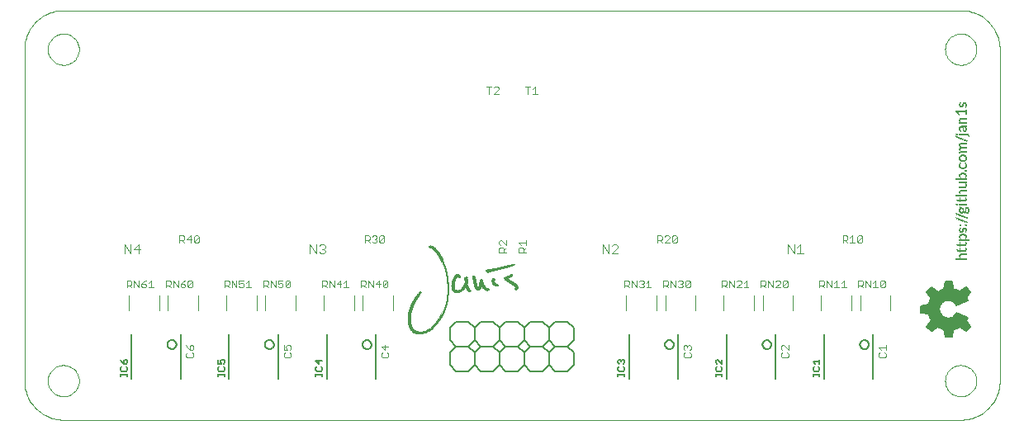
<source format=gto>
G75*
G70*
%OFA0B0*%
%FSLAX24Y24*%
%IPPOS*%
%LPD*%
%AMOC8*
5,1,8,0,0,1.08239X$1,22.5*
%
%ADD10C,0.0000*%
%ADD11C,0.0040*%
%ADD12C,0.0030*%
%ADD13R,0.0010X0.0050*%
%ADD14R,0.0010X0.0040*%
%ADD15R,0.0010X0.0130*%
%ADD16R,0.0010X0.0070*%
%ADD17R,0.0010X0.0180*%
%ADD18R,0.0010X0.0080*%
%ADD19R,0.0010X0.0210*%
%ADD20R,0.0010X0.0090*%
%ADD21R,0.0010X0.0060*%
%ADD22R,0.0010X0.0010*%
%ADD23R,0.0010X0.0030*%
%ADD24R,0.0010X0.0020*%
%ADD25R,0.0010X0.0220*%
%ADD26R,0.0010X0.0100*%
%ADD27R,0.0010X0.0110*%
%ADD28R,0.0010X0.0120*%
%ADD29R,0.0010X0.0140*%
%ADD30R,0.0010X0.0150*%
%ADD31R,0.0010X0.0200*%
%ADD32R,0.0010X0.0170*%
%ADD33R,0.0010X0.0190*%
%ADD34R,0.0010X0.0160*%
%ADD35R,0.0003X0.0003*%
%ADD36R,0.0008X0.0003*%
%ADD37R,0.0005X0.0003*%
%ADD38R,0.0015X0.0003*%
%ADD39R,0.0020X0.0003*%
%ADD40R,0.0010X0.0003*%
%ADD41R,0.0018X0.0003*%
%ADD42R,0.0067X0.0003*%
%ADD43R,0.0013X0.0003*%
%ADD44R,0.0045X0.0003*%
%ADD45R,0.0077X0.0003*%
%ADD46R,0.0030X0.0003*%
%ADD47R,0.0032X0.0003*%
%ADD48R,0.0022X0.0003*%
%ADD49R,0.0127X0.0003*%
%ADD50R,0.0140X0.0003*%
%ADD51R,0.0025X0.0003*%
%ADD52R,0.0043X0.0003*%
%ADD53R,0.0053X0.0003*%
%ADD54R,0.0088X0.0003*%
%ADD55R,0.0035X0.0003*%
%ADD56R,0.0055X0.0003*%
%ADD57R,0.0040X0.0003*%
%ADD58R,0.0080X0.0003*%
%ADD59R,0.0065X0.0003*%
%ADD60R,0.0090X0.0003*%
%ADD61R,0.0143X0.0003*%
%ADD62R,0.0248X0.0003*%
%ADD63R,0.0293X0.0003*%
%ADD64R,0.0257X0.0003*%
%ADD65R,0.0037X0.0003*%
%ADD66R,0.0262X0.0003*%
%ADD67R,0.0027X0.0003*%
%ADD68R,0.0280X0.0003*%
%ADD69R,0.0070X0.0003*%
%ADD70R,0.0440X0.0003*%
%ADD71R,0.0315X0.0003*%
%ADD72R,0.0085X0.0003*%
%ADD73R,0.0330X0.0003*%
%ADD74R,0.0323X0.0003*%
%ADD75R,0.0107X0.0003*%
%ADD76R,0.0057X0.0003*%
%ADD77R,0.0490X0.0003*%
%ADD78R,0.0360X0.0003*%
%ADD79R,0.0512X0.0003*%
%ADD80R,0.0390X0.0003*%
%ADD81R,0.0565X0.0003*%
%ADD82R,0.0325X0.0003*%
%ADD83R,0.0168X0.0003*%
%ADD84R,0.0307X0.0003*%
%ADD85R,0.0152X0.0003*%
%ADD86R,0.0272X0.0003*%
%ADD87R,0.0132X0.0003*%
%ADD88R,0.0147X0.0003*%
%ADD89R,0.0243X0.0003*%
%ADD90R,0.0125X0.0003*%
%ADD91R,0.0240X0.0003*%
%ADD92R,0.0130X0.0003*%
%ADD93R,0.0225X0.0003*%
%ADD94R,0.0083X0.0003*%
%ADD95R,0.0222X0.0003*%
%ADD96R,0.0217X0.0003*%
%ADD97R,0.0120X0.0003*%
%ADD98R,0.0215X0.0003*%
%ADD99R,0.0118X0.0003*%
%ADD100R,0.0205X0.0003*%
%ADD101R,0.0103X0.0003*%
%ADD102R,0.0210X0.0003*%
%ADD103R,0.0097X0.0003*%
%ADD104R,0.0198X0.0003*%
%ADD105R,0.0100X0.0003*%
%ADD106R,0.0190X0.0003*%
%ADD107R,0.0187X0.0003*%
%ADD108R,0.0192X0.0003*%
%ADD109R,0.0170X0.0003*%
%ADD110R,0.0173X0.0003*%
%ADD111R,0.0182X0.0003*%
%ADD112R,0.0180X0.0003*%
%ADD113R,0.0047X0.0003*%
%ADD114R,0.0165X0.0003*%
%ADD115R,0.0163X0.0003*%
%ADD116R,0.0160X0.0003*%
%ADD117R,0.0158X0.0003*%
%ADD118R,0.0155X0.0003*%
%ADD119R,0.0092X0.0003*%
%ADD120R,0.0150X0.0003*%
%ADD121R,0.0105X0.0003*%
%ADD122R,0.0115X0.0003*%
%ADD123R,0.0145X0.0003*%
%ADD124R,0.0138X0.0003*%
%ADD125R,0.0135X0.0003*%
%ADD126R,0.0075X0.0003*%
%ADD127R,0.0063X0.0003*%
%ADD128R,0.0060X0.0003*%
%ADD129R,0.0050X0.0003*%
%ADD130R,0.0123X0.0003*%
%ADD131R,0.0112X0.0003*%
%ADD132R,0.0110X0.0003*%
%ADD133R,0.0073X0.0003*%
%ADD134R,0.0095X0.0003*%
%ADD135R,0.0185X0.0003*%
%ADD136R,0.0208X0.0003*%
%ADD137R,0.0235X0.0003*%
%ADD138R,0.0260X0.0003*%
%ADD139R,0.0267X0.0003*%
%ADD140R,0.0283X0.0003*%
%ADD141R,0.0295X0.0003*%
%ADD142R,0.0302X0.0003*%
%ADD143R,0.0320X0.0003*%
%ADD144R,0.0333X0.0003*%
%ADD145R,0.0338X0.0003*%
%ADD146R,0.0343X0.0003*%
%ADD147R,0.0350X0.0003*%
%ADD148R,0.0355X0.0003*%
%ADD149R,0.0365X0.0003*%
%ADD150R,0.0370X0.0003*%
%ADD151R,0.0375X0.0003*%
%ADD152R,0.0380X0.0003*%
%ADD153R,0.0382X0.0003*%
%ADD154R,0.0393X0.0003*%
%ADD155R,0.0398X0.0003*%
%ADD156R,0.0403X0.0003*%
%ADD157R,0.0405X0.0003*%
%ADD158R,0.0415X0.0003*%
%ADD159R,0.0177X0.0003*%
%ADD160R,0.0175X0.0003*%
%ADD161R,0.0195X0.0003*%
%ADD162R,0.0200X0.0003*%
%ADD163R,0.0203X0.0003*%
%ADD164R,0.0213X0.0003*%
%ADD165R,0.0220X0.0003*%
%ADD166R,0.0227X0.0003*%
%ADD167R,0.0230X0.0003*%
%ADD168R,0.0232X0.0003*%
%ADD169R,0.0238X0.0003*%
%ADD170R,0.0245X0.0003*%
%ADD171R,0.0250X0.0003*%
%ADD172R,0.0253X0.0003*%
%ADD173R,0.0255X0.0003*%
%ADD174R,0.0305X0.0003*%
%ADD175R,0.0318X0.0003*%
%ADD176R,0.0328X0.0003*%
%ADD177R,0.0335X0.0003*%
%ADD178R,0.0340X0.0003*%
%ADD179R,0.0352X0.0003*%
%ADD180R,0.0387X0.0003*%
%ADD181R,0.0410X0.0003*%
%ADD182R,0.0413X0.0003*%
%ADD183R,0.0430X0.0003*%
%ADD184R,0.0432X0.0003*%
%ADD185R,0.0428X0.0003*%
%ADD186R,0.0420X0.0003*%
%ADD187R,0.0435X0.0003*%
%ADD188R,0.0425X0.0003*%
%ADD189R,0.0423X0.0003*%
%ADD190R,0.0418X0.0003*%
%ADD191R,0.0372X0.0003*%
%ADD192R,0.0362X0.0003*%
%ADD193R,0.0348X0.0003*%
%ADD194R,0.0345X0.0003*%
%ADD195R,0.0310X0.0003*%
%ADD196R,0.0300X0.0003*%
%ADD197R,0.0297X0.0003*%
%ADD198R,0.0285X0.0003*%
%ADD199R,0.0278X0.0003*%
%ADD200R,0.0265X0.0003*%
%ADD201C,0.0060*%
%ADD202C,0.0080*%
D10*
X001755Y000180D02*
X037975Y000180D01*
X037345Y001755D02*
X037347Y001805D01*
X037353Y001855D01*
X037363Y001904D01*
X037377Y001952D01*
X037394Y001999D01*
X037415Y002044D01*
X037440Y002088D01*
X037468Y002129D01*
X037500Y002168D01*
X037534Y002205D01*
X037571Y002239D01*
X037611Y002269D01*
X037653Y002296D01*
X037697Y002320D01*
X037743Y002341D01*
X037790Y002357D01*
X037838Y002370D01*
X037888Y002379D01*
X037937Y002384D01*
X037988Y002385D01*
X038038Y002382D01*
X038087Y002375D01*
X038136Y002364D01*
X038184Y002349D01*
X038230Y002331D01*
X038275Y002309D01*
X038318Y002283D01*
X038359Y002254D01*
X038398Y002222D01*
X038434Y002187D01*
X038466Y002149D01*
X038496Y002109D01*
X038523Y002066D01*
X038546Y002022D01*
X038565Y001976D01*
X038581Y001928D01*
X038593Y001879D01*
X038601Y001830D01*
X038605Y001780D01*
X038605Y001730D01*
X038601Y001680D01*
X038593Y001631D01*
X038581Y001582D01*
X038565Y001534D01*
X038546Y001488D01*
X038523Y001444D01*
X038496Y001401D01*
X038466Y001361D01*
X038434Y001323D01*
X038398Y001288D01*
X038359Y001256D01*
X038318Y001227D01*
X038275Y001201D01*
X038230Y001179D01*
X038184Y001161D01*
X038136Y001146D01*
X038087Y001135D01*
X038038Y001128D01*
X037988Y001125D01*
X037937Y001126D01*
X037888Y001131D01*
X037838Y001140D01*
X037790Y001153D01*
X037743Y001169D01*
X037697Y001190D01*
X037653Y001214D01*
X037611Y001241D01*
X037571Y001271D01*
X037534Y001305D01*
X037500Y001342D01*
X037468Y001381D01*
X037440Y001422D01*
X037415Y001466D01*
X037394Y001511D01*
X037377Y001558D01*
X037363Y001606D01*
X037353Y001655D01*
X037347Y001705D01*
X037345Y001755D01*
X037975Y000180D02*
X038052Y000182D01*
X038129Y000188D01*
X038206Y000197D01*
X038282Y000210D01*
X038358Y000227D01*
X038432Y000248D01*
X038506Y000272D01*
X038578Y000300D01*
X038648Y000331D01*
X038717Y000366D01*
X038785Y000404D01*
X038850Y000445D01*
X038913Y000490D01*
X038974Y000538D01*
X039033Y000588D01*
X039089Y000641D01*
X039142Y000697D01*
X039192Y000756D01*
X039240Y000817D01*
X039285Y000880D01*
X039326Y000945D01*
X039364Y001013D01*
X039399Y001082D01*
X039430Y001152D01*
X039458Y001224D01*
X039482Y001298D01*
X039503Y001372D01*
X039520Y001448D01*
X039533Y001524D01*
X039542Y001601D01*
X039548Y001678D01*
X039550Y001755D01*
X039550Y015141D01*
X037345Y015141D02*
X037347Y015191D01*
X037353Y015241D01*
X037363Y015290D01*
X037377Y015338D01*
X037394Y015385D01*
X037415Y015430D01*
X037440Y015474D01*
X037468Y015515D01*
X037500Y015554D01*
X037534Y015591D01*
X037571Y015625D01*
X037611Y015655D01*
X037653Y015682D01*
X037697Y015706D01*
X037743Y015727D01*
X037790Y015743D01*
X037838Y015756D01*
X037888Y015765D01*
X037937Y015770D01*
X037988Y015771D01*
X038038Y015768D01*
X038087Y015761D01*
X038136Y015750D01*
X038184Y015735D01*
X038230Y015717D01*
X038275Y015695D01*
X038318Y015669D01*
X038359Y015640D01*
X038398Y015608D01*
X038434Y015573D01*
X038466Y015535D01*
X038496Y015495D01*
X038523Y015452D01*
X038546Y015408D01*
X038565Y015362D01*
X038581Y015314D01*
X038593Y015265D01*
X038601Y015216D01*
X038605Y015166D01*
X038605Y015116D01*
X038601Y015066D01*
X038593Y015017D01*
X038581Y014968D01*
X038565Y014920D01*
X038546Y014874D01*
X038523Y014830D01*
X038496Y014787D01*
X038466Y014747D01*
X038434Y014709D01*
X038398Y014674D01*
X038359Y014642D01*
X038318Y014613D01*
X038275Y014587D01*
X038230Y014565D01*
X038184Y014547D01*
X038136Y014532D01*
X038087Y014521D01*
X038038Y014514D01*
X037988Y014511D01*
X037937Y014512D01*
X037888Y014517D01*
X037838Y014526D01*
X037790Y014539D01*
X037743Y014555D01*
X037697Y014576D01*
X037653Y014600D01*
X037611Y014627D01*
X037571Y014657D01*
X037534Y014691D01*
X037500Y014728D01*
X037468Y014767D01*
X037440Y014808D01*
X037415Y014852D01*
X037394Y014897D01*
X037377Y014944D01*
X037363Y014992D01*
X037353Y015041D01*
X037347Y015091D01*
X037345Y015141D01*
X037975Y016716D02*
X038052Y016714D01*
X038129Y016708D01*
X038206Y016699D01*
X038282Y016686D01*
X038358Y016669D01*
X038432Y016648D01*
X038506Y016624D01*
X038578Y016596D01*
X038648Y016565D01*
X038717Y016530D01*
X038785Y016492D01*
X038850Y016451D01*
X038913Y016406D01*
X038974Y016358D01*
X039033Y016308D01*
X039089Y016255D01*
X039142Y016199D01*
X039192Y016140D01*
X039240Y016079D01*
X039285Y016016D01*
X039326Y015951D01*
X039364Y015883D01*
X039399Y015814D01*
X039430Y015744D01*
X039458Y015672D01*
X039482Y015598D01*
X039503Y015524D01*
X039520Y015448D01*
X039533Y015372D01*
X039542Y015295D01*
X039548Y015218D01*
X039550Y015141D01*
X037975Y016715D02*
X001755Y016715D01*
X001125Y015141D02*
X001127Y015191D01*
X001133Y015241D01*
X001143Y015290D01*
X001157Y015338D01*
X001174Y015385D01*
X001195Y015430D01*
X001220Y015474D01*
X001248Y015515D01*
X001280Y015554D01*
X001314Y015591D01*
X001351Y015625D01*
X001391Y015655D01*
X001433Y015682D01*
X001477Y015706D01*
X001523Y015727D01*
X001570Y015743D01*
X001618Y015756D01*
X001668Y015765D01*
X001717Y015770D01*
X001768Y015771D01*
X001818Y015768D01*
X001867Y015761D01*
X001916Y015750D01*
X001964Y015735D01*
X002010Y015717D01*
X002055Y015695D01*
X002098Y015669D01*
X002139Y015640D01*
X002178Y015608D01*
X002214Y015573D01*
X002246Y015535D01*
X002276Y015495D01*
X002303Y015452D01*
X002326Y015408D01*
X002345Y015362D01*
X002361Y015314D01*
X002373Y015265D01*
X002381Y015216D01*
X002385Y015166D01*
X002385Y015116D01*
X002381Y015066D01*
X002373Y015017D01*
X002361Y014968D01*
X002345Y014920D01*
X002326Y014874D01*
X002303Y014830D01*
X002276Y014787D01*
X002246Y014747D01*
X002214Y014709D01*
X002178Y014674D01*
X002139Y014642D01*
X002098Y014613D01*
X002055Y014587D01*
X002010Y014565D01*
X001964Y014547D01*
X001916Y014532D01*
X001867Y014521D01*
X001818Y014514D01*
X001768Y014511D01*
X001717Y014512D01*
X001668Y014517D01*
X001618Y014526D01*
X001570Y014539D01*
X001523Y014555D01*
X001477Y014576D01*
X001433Y014600D01*
X001391Y014627D01*
X001351Y014657D01*
X001314Y014691D01*
X001280Y014728D01*
X001248Y014767D01*
X001220Y014808D01*
X001195Y014852D01*
X001174Y014897D01*
X001157Y014944D01*
X001143Y014992D01*
X001133Y015041D01*
X001127Y015091D01*
X001125Y015141D01*
X000180Y015141D02*
X000182Y015218D01*
X000188Y015295D01*
X000197Y015372D01*
X000210Y015448D01*
X000227Y015524D01*
X000248Y015598D01*
X000272Y015672D01*
X000300Y015744D01*
X000331Y015814D01*
X000366Y015883D01*
X000404Y015951D01*
X000445Y016016D01*
X000490Y016079D01*
X000538Y016140D01*
X000588Y016199D01*
X000641Y016255D01*
X000697Y016308D01*
X000756Y016358D01*
X000817Y016406D01*
X000880Y016451D01*
X000945Y016492D01*
X001013Y016530D01*
X001082Y016565D01*
X001152Y016596D01*
X001224Y016624D01*
X001298Y016648D01*
X001372Y016669D01*
X001448Y016686D01*
X001524Y016699D01*
X001601Y016708D01*
X001678Y016714D01*
X001755Y016716D01*
X000180Y015141D02*
X000180Y001755D01*
X001125Y001755D02*
X001127Y001805D01*
X001133Y001855D01*
X001143Y001904D01*
X001157Y001952D01*
X001174Y001999D01*
X001195Y002044D01*
X001220Y002088D01*
X001248Y002129D01*
X001280Y002168D01*
X001314Y002205D01*
X001351Y002239D01*
X001391Y002269D01*
X001433Y002296D01*
X001477Y002320D01*
X001523Y002341D01*
X001570Y002357D01*
X001618Y002370D01*
X001668Y002379D01*
X001717Y002384D01*
X001768Y002385D01*
X001818Y002382D01*
X001867Y002375D01*
X001916Y002364D01*
X001964Y002349D01*
X002010Y002331D01*
X002055Y002309D01*
X002098Y002283D01*
X002139Y002254D01*
X002178Y002222D01*
X002214Y002187D01*
X002246Y002149D01*
X002276Y002109D01*
X002303Y002066D01*
X002326Y002022D01*
X002345Y001976D01*
X002361Y001928D01*
X002373Y001879D01*
X002381Y001830D01*
X002385Y001780D01*
X002385Y001730D01*
X002381Y001680D01*
X002373Y001631D01*
X002361Y001582D01*
X002345Y001534D01*
X002326Y001488D01*
X002303Y001444D01*
X002276Y001401D01*
X002246Y001361D01*
X002214Y001323D01*
X002178Y001288D01*
X002139Y001256D01*
X002098Y001227D01*
X002055Y001201D01*
X002010Y001179D01*
X001964Y001161D01*
X001916Y001146D01*
X001867Y001135D01*
X001818Y001128D01*
X001768Y001125D01*
X001717Y001126D01*
X001668Y001131D01*
X001618Y001140D01*
X001570Y001153D01*
X001523Y001169D01*
X001477Y001190D01*
X001433Y001214D01*
X001391Y001241D01*
X001351Y001271D01*
X001314Y001305D01*
X001280Y001342D01*
X001248Y001381D01*
X001220Y001422D01*
X001195Y001466D01*
X001174Y001511D01*
X001157Y001558D01*
X001143Y001606D01*
X001133Y001655D01*
X001127Y001705D01*
X001125Y001755D01*
X000180Y001755D02*
X000182Y001678D01*
X000188Y001601D01*
X000197Y001524D01*
X000210Y001448D01*
X000227Y001372D01*
X000248Y001298D01*
X000272Y001224D01*
X000300Y001152D01*
X000331Y001082D01*
X000366Y001013D01*
X000404Y000945D01*
X000445Y000880D01*
X000490Y000817D01*
X000538Y000756D01*
X000588Y000697D01*
X000641Y000641D01*
X000697Y000588D01*
X000756Y000538D01*
X000817Y000490D01*
X000880Y000445D01*
X000945Y000404D01*
X001013Y000366D01*
X001082Y000331D01*
X001152Y000300D01*
X001224Y000272D01*
X001298Y000248D01*
X001372Y000227D01*
X001448Y000210D01*
X001524Y000197D01*
X001601Y000188D01*
X001678Y000182D01*
X001755Y000180D01*
D11*
X004393Y004609D02*
X004393Y005200D01*
X005613Y005200D02*
X005613Y004609D01*
X005967Y004609D02*
X005967Y005200D01*
X007188Y005200D02*
X007188Y004609D01*
X008330Y004609D02*
X008330Y005200D01*
X009550Y005200D02*
X009550Y004609D01*
X009904Y004609D02*
X009904Y005200D01*
X011125Y005200D02*
X011125Y004609D01*
X012267Y004609D02*
X012267Y005200D01*
X013487Y005200D02*
X013487Y004609D01*
X013841Y004609D02*
X013841Y005200D01*
X015062Y005200D02*
X015062Y004609D01*
X024471Y004609D02*
X024471Y005200D01*
X025692Y005200D02*
X025692Y004609D01*
X026046Y004609D02*
X026046Y005200D01*
X027267Y005200D02*
X027267Y004609D01*
X028408Y004609D02*
X028408Y005200D01*
X029629Y005200D02*
X029629Y004609D01*
X029983Y004609D02*
X029983Y005200D01*
X031204Y005200D02*
X031204Y004609D01*
X032345Y004609D02*
X032345Y005200D01*
X033566Y005200D02*
X033566Y004609D01*
X033920Y004609D02*
X033920Y005200D01*
X035141Y005200D02*
X035141Y004609D01*
D12*
X034874Y005519D02*
X034778Y005519D01*
X034729Y005568D01*
X034923Y005761D01*
X034923Y005568D01*
X034874Y005519D01*
X034729Y005568D02*
X034729Y005761D01*
X034778Y005810D01*
X034874Y005810D01*
X034923Y005761D01*
X034531Y005810D02*
X034435Y005713D01*
X034531Y005810D02*
X034531Y005519D01*
X034435Y005519D02*
X034628Y005519D01*
X034334Y005519D02*
X034334Y005810D01*
X034140Y005810D02*
X034334Y005519D01*
X034140Y005519D02*
X034140Y005810D01*
X034039Y005761D02*
X034039Y005665D01*
X033991Y005616D01*
X033845Y005616D01*
X033845Y005519D02*
X033845Y005810D01*
X033991Y005810D01*
X034039Y005761D01*
X033942Y005616D02*
X034039Y005519D01*
X033348Y005519D02*
X033155Y005519D01*
X033251Y005519D02*
X033251Y005810D01*
X033155Y005713D01*
X033053Y005519D02*
X032860Y005519D01*
X032957Y005519D02*
X032957Y005810D01*
X032860Y005713D01*
X032759Y005810D02*
X032759Y005519D01*
X032565Y005810D01*
X032565Y005519D01*
X032464Y005519D02*
X032367Y005616D01*
X032416Y005616D02*
X032271Y005616D01*
X032271Y005519D02*
X032271Y005810D01*
X032416Y005810D01*
X032464Y005761D01*
X032464Y005665D01*
X032416Y005616D01*
X030986Y005568D02*
X030937Y005519D01*
X030841Y005519D01*
X030792Y005568D01*
X030986Y005761D01*
X030986Y005568D01*
X030792Y005568D02*
X030792Y005761D01*
X030841Y005810D01*
X030937Y005810D01*
X030986Y005761D01*
X030691Y005761D02*
X030643Y005810D01*
X030546Y005810D01*
X030498Y005761D01*
X030397Y005810D02*
X030397Y005519D01*
X030203Y005810D01*
X030203Y005519D01*
X030102Y005519D02*
X030005Y005616D01*
X030054Y005616D02*
X029908Y005616D01*
X029908Y005519D02*
X029908Y005810D01*
X030054Y005810D01*
X030102Y005761D01*
X030102Y005665D01*
X030054Y005616D01*
X030498Y005519D02*
X030691Y005713D01*
X030691Y005761D01*
X030691Y005519D02*
X030498Y005519D01*
X029411Y005519D02*
X029218Y005519D01*
X029314Y005519D02*
X029314Y005810D01*
X029218Y005713D01*
X029116Y005713D02*
X029116Y005761D01*
X029068Y005810D01*
X028971Y005810D01*
X028923Y005761D01*
X028822Y005810D02*
X028822Y005519D01*
X028628Y005810D01*
X028628Y005519D01*
X028527Y005519D02*
X028430Y005616D01*
X028479Y005616D02*
X028334Y005616D01*
X028334Y005519D02*
X028334Y005810D01*
X028479Y005810D01*
X028527Y005761D01*
X028527Y005665D01*
X028479Y005616D01*
X028923Y005519D02*
X029116Y005713D01*
X029116Y005519D02*
X028923Y005519D01*
X027049Y005568D02*
X027000Y005519D01*
X026904Y005519D01*
X026855Y005568D01*
X027049Y005761D01*
X027049Y005568D01*
X026855Y005568D02*
X026855Y005761D01*
X026904Y005810D01*
X027000Y005810D01*
X027049Y005761D01*
X026754Y005761D02*
X026754Y005713D01*
X026706Y005665D01*
X026754Y005616D01*
X026754Y005568D01*
X026706Y005519D01*
X026609Y005519D01*
X026561Y005568D01*
X026460Y005519D02*
X026460Y005810D01*
X026561Y005761D02*
X026609Y005810D01*
X026706Y005810D01*
X026754Y005761D01*
X026706Y005665D02*
X026657Y005665D01*
X026460Y005519D02*
X026266Y005810D01*
X026266Y005519D01*
X026165Y005519D02*
X026068Y005616D01*
X026117Y005616D02*
X025971Y005616D01*
X025971Y005519D02*
X025971Y005810D01*
X026117Y005810D01*
X026165Y005761D01*
X026165Y005665D01*
X026117Y005616D01*
X025474Y005519D02*
X025281Y005519D01*
X025377Y005519D02*
X025377Y005810D01*
X025281Y005713D01*
X025179Y005713D02*
X025131Y005665D01*
X025179Y005616D01*
X025179Y005568D01*
X025131Y005519D01*
X025034Y005519D01*
X024986Y005568D01*
X024885Y005519D02*
X024885Y005810D01*
X024986Y005761D02*
X025034Y005810D01*
X025131Y005810D01*
X025179Y005761D01*
X025179Y005713D01*
X025131Y005665D02*
X025083Y005665D01*
X024885Y005519D02*
X024691Y005810D01*
X024691Y005519D01*
X024590Y005519D02*
X024493Y005616D01*
X024542Y005616D02*
X024397Y005616D01*
X024397Y005519D02*
X024397Y005810D01*
X024542Y005810D01*
X024590Y005761D01*
X024590Y005665D01*
X024542Y005616D01*
X024137Y006888D02*
X023890Y006888D01*
X024137Y007135D01*
X024137Y007197D01*
X024075Y007258D01*
X023952Y007258D01*
X023890Y007197D01*
X023769Y007258D02*
X023769Y006888D01*
X023522Y007258D01*
X023522Y006888D01*
X025732Y007335D02*
X025732Y007625D01*
X025878Y007625D01*
X025926Y007577D01*
X025926Y007480D01*
X025878Y007432D01*
X025732Y007432D01*
X025829Y007432D02*
X025926Y007335D01*
X026027Y007335D02*
X026221Y007528D01*
X026221Y007577D01*
X026172Y007625D01*
X026075Y007625D01*
X026027Y007577D01*
X026027Y007335D02*
X026221Y007335D01*
X026322Y007383D02*
X026515Y007577D01*
X026515Y007383D01*
X026467Y007335D01*
X026370Y007335D01*
X026322Y007383D01*
X026322Y007577D01*
X026370Y007625D01*
X026467Y007625D01*
X026515Y007577D01*
X031002Y007258D02*
X031249Y006888D01*
X031249Y007258D01*
X031370Y007135D02*
X031494Y007258D01*
X031494Y006888D01*
X031617Y006888D02*
X031370Y006888D01*
X031002Y006888D02*
X031002Y007258D01*
X033213Y007335D02*
X033213Y007625D01*
X033358Y007625D01*
X033406Y007577D01*
X033406Y007480D01*
X033358Y007432D01*
X033213Y007432D01*
X033309Y007432D02*
X033406Y007335D01*
X033507Y007335D02*
X033701Y007335D01*
X033604Y007335D02*
X033604Y007625D01*
X033507Y007528D01*
X033802Y007577D02*
X033802Y007383D01*
X033996Y007577D01*
X033996Y007383D01*
X033947Y007335D01*
X033850Y007335D01*
X033802Y007383D01*
X033802Y007577D02*
X033850Y007625D01*
X033947Y007625D01*
X033996Y007577D01*
X034954Y003189D02*
X034954Y002996D01*
X034954Y003092D02*
X034664Y003092D01*
X034761Y002996D01*
X034712Y002894D02*
X034664Y002846D01*
X034664Y002749D01*
X034712Y002701D01*
X034906Y002701D01*
X034954Y002749D01*
X034954Y002846D01*
X034906Y002894D01*
X031017Y002846D02*
X030969Y002894D01*
X031017Y002846D02*
X031017Y002749D01*
X030969Y002701D01*
X030775Y002701D01*
X030727Y002749D01*
X030727Y002846D01*
X030775Y002894D01*
X030775Y002996D02*
X030727Y003044D01*
X030727Y003141D01*
X030775Y003189D01*
X030824Y003189D01*
X031017Y002996D01*
X031017Y003189D01*
X027080Y003141D02*
X027080Y003044D01*
X027032Y002996D01*
X027032Y002894D02*
X027080Y002846D01*
X027080Y002749D01*
X027032Y002701D01*
X026838Y002701D01*
X026790Y002749D01*
X026790Y002846D01*
X026838Y002894D01*
X026838Y002996D02*
X026790Y003044D01*
X026790Y003141D01*
X026838Y003189D01*
X026887Y003189D01*
X026935Y003141D01*
X026984Y003189D01*
X027032Y003189D01*
X027080Y003141D01*
X026935Y003141D02*
X026935Y003092D01*
X020420Y006942D02*
X020130Y006942D01*
X020130Y007087D01*
X020178Y007136D01*
X020275Y007136D01*
X020323Y007087D01*
X020323Y006942D01*
X020323Y007039D02*
X020420Y007136D01*
X020420Y007237D02*
X020420Y007430D01*
X020420Y007334D02*
X020130Y007334D01*
X020227Y007237D01*
X019633Y007237D02*
X019633Y007430D01*
X019633Y007237D02*
X019439Y007430D01*
X019391Y007430D01*
X019342Y007382D01*
X019342Y007285D01*
X019391Y007237D01*
X019391Y007136D02*
X019488Y007136D01*
X019536Y007087D01*
X019536Y006942D01*
X019633Y006942D02*
X019342Y006942D01*
X019342Y007087D01*
X019391Y007136D01*
X019536Y007039D02*
X019633Y007136D01*
X014704Y007383D02*
X014656Y007335D01*
X014559Y007335D01*
X014511Y007383D01*
X014704Y007577D01*
X014704Y007383D01*
X014511Y007383D02*
X014511Y007577D01*
X014559Y007625D01*
X014656Y007625D01*
X014704Y007577D01*
X014410Y007577D02*
X014361Y007625D01*
X014264Y007625D01*
X014216Y007577D01*
X014115Y007577D02*
X014115Y007480D01*
X014067Y007432D01*
X013921Y007432D01*
X014018Y007432D02*
X014115Y007335D01*
X014216Y007383D02*
X014264Y007335D01*
X014361Y007335D01*
X014410Y007383D01*
X014410Y007432D01*
X014361Y007480D01*
X014313Y007480D01*
X014361Y007480D02*
X014410Y007528D01*
X014410Y007577D01*
X014115Y007577D02*
X014067Y007625D01*
X013921Y007625D01*
X013921Y007335D01*
X012326Y007197D02*
X012326Y007135D01*
X012264Y007073D01*
X012326Y007011D01*
X012326Y006950D01*
X012264Y006888D01*
X012141Y006888D01*
X012079Y006950D01*
X011958Y006888D02*
X011711Y007258D01*
X011711Y006888D01*
X011958Y006888D02*
X011958Y007258D01*
X012079Y007197D02*
X012141Y007258D01*
X012264Y007258D01*
X012326Y007197D01*
X012264Y007073D02*
X012203Y007073D01*
X012192Y005810D02*
X012337Y005810D01*
X012385Y005761D01*
X012385Y005665D01*
X012337Y005616D01*
X012192Y005616D01*
X012192Y005519D02*
X012192Y005810D01*
X012289Y005616D02*
X012385Y005519D01*
X012487Y005519D02*
X012487Y005810D01*
X012680Y005519D01*
X012680Y005810D01*
X012781Y005665D02*
X012975Y005665D01*
X013076Y005713D02*
X013173Y005810D01*
X013173Y005519D01*
X013269Y005519D02*
X013076Y005519D01*
X012926Y005519D02*
X012926Y005810D01*
X012781Y005665D01*
X013767Y005616D02*
X013912Y005616D01*
X013960Y005665D01*
X013960Y005761D01*
X013912Y005810D01*
X013767Y005810D01*
X013767Y005519D01*
X013863Y005616D02*
X013960Y005519D01*
X014061Y005519D02*
X014061Y005810D01*
X014255Y005519D01*
X014255Y005810D01*
X014356Y005665D02*
X014549Y005665D01*
X014651Y005568D02*
X014651Y005761D01*
X014699Y005810D01*
X014796Y005810D01*
X014844Y005761D01*
X014651Y005568D01*
X014699Y005519D01*
X014796Y005519D01*
X014844Y005568D01*
X014844Y005761D01*
X014501Y005810D02*
X014356Y005665D01*
X014501Y005519D02*
X014501Y005810D01*
X010907Y005761D02*
X010907Y005568D01*
X010859Y005519D01*
X010762Y005519D01*
X010714Y005568D01*
X010907Y005761D01*
X010859Y005810D01*
X010762Y005810D01*
X010714Y005761D01*
X010714Y005568D01*
X010612Y005568D02*
X010564Y005519D01*
X010467Y005519D01*
X010419Y005568D01*
X010419Y005665D02*
X010516Y005713D01*
X010564Y005713D01*
X010612Y005665D01*
X010612Y005568D01*
X010419Y005665D02*
X010419Y005810D01*
X010612Y005810D01*
X010318Y005810D02*
X010318Y005519D01*
X010124Y005810D01*
X010124Y005519D01*
X010023Y005519D02*
X009926Y005616D01*
X009975Y005616D02*
X009830Y005616D01*
X009830Y005519D02*
X009830Y005810D01*
X009975Y005810D01*
X010023Y005761D01*
X010023Y005665D01*
X009975Y005616D01*
X009332Y005519D02*
X009139Y005519D01*
X009236Y005519D02*
X009236Y005810D01*
X009139Y005713D01*
X009038Y005665D02*
X009038Y005568D01*
X008989Y005519D01*
X008893Y005519D01*
X008844Y005568D01*
X008844Y005665D02*
X008941Y005713D01*
X008989Y005713D01*
X009038Y005665D01*
X009038Y005810D02*
X008844Y005810D01*
X008844Y005665D01*
X008743Y005810D02*
X008743Y005519D01*
X008549Y005810D01*
X008549Y005519D01*
X008448Y005519D02*
X008352Y005616D01*
X008400Y005616D02*
X008255Y005616D01*
X008255Y005519D02*
X008255Y005810D01*
X008400Y005810D01*
X008448Y005761D01*
X008448Y005665D01*
X008400Y005616D01*
X006970Y005568D02*
X006922Y005519D01*
X006825Y005519D01*
X006777Y005568D01*
X006970Y005761D01*
X006970Y005568D01*
X006777Y005568D02*
X006777Y005761D01*
X006825Y005810D01*
X006922Y005810D01*
X006970Y005761D01*
X006675Y005810D02*
X006579Y005761D01*
X006482Y005665D01*
X006627Y005665D01*
X006675Y005616D01*
X006675Y005568D01*
X006627Y005519D01*
X006530Y005519D01*
X006482Y005568D01*
X006482Y005665D01*
X006381Y005810D02*
X006381Y005519D01*
X006187Y005810D01*
X006187Y005519D01*
X006086Y005519D02*
X005989Y005616D01*
X006038Y005616D02*
X005893Y005616D01*
X005893Y005519D02*
X005893Y005810D01*
X006038Y005810D01*
X006086Y005761D01*
X006086Y005665D01*
X006038Y005616D01*
X005395Y005519D02*
X005202Y005519D01*
X005299Y005519D02*
X005299Y005810D01*
X005202Y005713D01*
X005101Y005810D02*
X005004Y005761D01*
X004907Y005665D01*
X005052Y005665D01*
X005101Y005616D01*
X005101Y005568D01*
X005052Y005519D01*
X004956Y005519D01*
X004907Y005568D01*
X004907Y005665D01*
X004806Y005810D02*
X004806Y005519D01*
X004612Y005810D01*
X004612Y005519D01*
X004511Y005519D02*
X004415Y005616D01*
X004463Y005616D02*
X004318Y005616D01*
X004318Y005519D02*
X004318Y005810D01*
X004463Y005810D01*
X004511Y005761D01*
X004511Y005665D01*
X004463Y005616D01*
X004477Y006888D02*
X004477Y007258D01*
X004599Y007073D02*
X004846Y007073D01*
X004784Y006888D02*
X004784Y007258D01*
X004599Y007073D01*
X004477Y006888D02*
X004230Y007258D01*
X004230Y006888D01*
X006441Y007335D02*
X006441Y007625D01*
X006586Y007625D01*
X006635Y007577D01*
X006635Y007480D01*
X006586Y007432D01*
X006441Y007432D01*
X006538Y007432D02*
X006635Y007335D01*
X006736Y007480D02*
X006929Y007480D01*
X007030Y007577D02*
X007079Y007625D01*
X007175Y007625D01*
X007224Y007577D01*
X007030Y007383D01*
X007079Y007335D01*
X007175Y007335D01*
X007224Y007383D01*
X007224Y007577D01*
X007030Y007577D02*
X007030Y007383D01*
X006881Y007335D02*
X006881Y007625D01*
X006736Y007480D01*
X006711Y003189D02*
X006760Y003092D01*
X006856Y002996D01*
X006856Y003141D01*
X006905Y003189D01*
X006953Y003189D01*
X007002Y003141D01*
X007002Y003044D01*
X006953Y002996D01*
X006856Y002996D01*
X006760Y002894D02*
X006711Y002846D01*
X006711Y002749D01*
X006760Y002701D01*
X006953Y002701D01*
X007002Y002749D01*
X007002Y002846D01*
X006953Y002894D01*
X010648Y002846D02*
X010648Y002749D01*
X010697Y002701D01*
X010890Y002701D01*
X010939Y002749D01*
X010939Y002846D01*
X010890Y002894D01*
X010890Y002996D02*
X010939Y003044D01*
X010939Y003141D01*
X010890Y003189D01*
X010793Y003189D01*
X010745Y003141D01*
X010745Y003092D01*
X010793Y002996D01*
X010648Y002996D01*
X010648Y003189D01*
X010697Y002894D02*
X010648Y002846D01*
X014585Y002846D02*
X014585Y002749D01*
X014634Y002701D01*
X014827Y002701D01*
X014876Y002749D01*
X014876Y002846D01*
X014827Y002894D01*
X014731Y002996D02*
X014731Y003189D01*
X014876Y003141D02*
X014585Y003141D01*
X014731Y002996D01*
X014634Y002894D02*
X014585Y002846D01*
X018932Y013347D02*
X018932Y013637D01*
X019028Y013637D02*
X018835Y013637D01*
X019129Y013588D02*
X019178Y013637D01*
X019275Y013637D01*
X019323Y013588D01*
X019323Y013540D01*
X019129Y013347D01*
X019323Y013347D01*
X020410Y013637D02*
X020603Y013637D01*
X020506Y013637D02*
X020506Y013347D01*
X020704Y013347D02*
X020898Y013347D01*
X020801Y013347D02*
X020801Y013637D01*
X020704Y013540D01*
D13*
X037821Y012618D03*
X037881Y012618D03*
X037891Y012618D03*
X037901Y012618D03*
X037911Y012618D03*
X037921Y012618D03*
X037931Y012618D03*
X037941Y012618D03*
X037951Y012618D03*
X037961Y012618D03*
X037971Y012618D03*
X037981Y012618D03*
X037991Y012618D03*
X038001Y012618D03*
X038011Y012618D03*
X038021Y012618D03*
X038031Y012618D03*
X038041Y012618D03*
X038051Y012618D03*
X038061Y012618D03*
X038071Y012618D03*
X038081Y012618D03*
X038091Y012618D03*
X038101Y012618D03*
X038111Y012618D03*
X038121Y012618D03*
X038131Y012618D03*
X038141Y012618D03*
X038151Y012618D03*
X038161Y012618D03*
X038171Y012618D03*
X038181Y012618D03*
X038191Y012618D03*
X038041Y012828D03*
X038021Y012818D03*
X038011Y012818D03*
X037971Y012838D03*
X038121Y012958D03*
X038131Y012968D03*
X038141Y012968D03*
X038181Y012958D03*
X038191Y012948D03*
X037901Y012528D03*
X037911Y012518D03*
X037921Y012508D03*
X037981Y012338D03*
X037991Y012338D03*
X038011Y012348D03*
X038021Y012348D03*
X038031Y012348D03*
X038041Y012348D03*
X038051Y012348D03*
X038061Y012348D03*
X038071Y012348D03*
X038081Y012348D03*
X038091Y012348D03*
X038101Y012348D03*
X038111Y012348D03*
X038121Y012348D03*
X038131Y012348D03*
X038141Y012348D03*
X038151Y012348D03*
X038161Y012348D03*
X038171Y012348D03*
X038181Y012348D03*
X038191Y012348D03*
X038201Y012348D03*
X038211Y012348D03*
X038221Y012348D03*
X038231Y012348D03*
X038231Y012158D03*
X038221Y012158D03*
X038211Y012158D03*
X038201Y012158D03*
X038191Y012158D03*
X038181Y012158D03*
X038171Y012158D03*
X038161Y012158D03*
X038151Y012158D03*
X038141Y012158D03*
X038131Y012158D03*
X038121Y012158D03*
X038111Y012158D03*
X038101Y012158D03*
X038091Y012158D03*
X038081Y012158D03*
X038071Y012158D03*
X038061Y012158D03*
X038051Y012158D03*
X038041Y012158D03*
X038031Y012158D03*
X038021Y012158D03*
X038011Y012158D03*
X038001Y012158D03*
X038031Y012018D03*
X038041Y012018D03*
X038051Y012018D03*
X038061Y012018D03*
X038101Y012018D03*
X038111Y012018D03*
X038121Y012018D03*
X038131Y012018D03*
X038141Y012018D03*
X038151Y012018D03*
X038161Y012018D03*
X038201Y011948D03*
X038191Y011838D03*
X038171Y011828D03*
X038161Y011828D03*
X038151Y011828D03*
X038111Y011858D03*
X037981Y011848D03*
X037981Y011998D03*
X037991Y012008D03*
X037991Y011698D03*
X038001Y011698D03*
X038011Y011698D03*
X038021Y011698D03*
X038031Y011698D03*
X038041Y011698D03*
X038051Y011698D03*
X038061Y011698D03*
X038071Y011698D03*
X038081Y011698D03*
X038091Y011698D03*
X038101Y011698D03*
X038111Y011698D03*
X038121Y011698D03*
X038131Y011698D03*
X038141Y011698D03*
X038151Y011698D03*
X038161Y011698D03*
X038171Y011698D03*
X038181Y011698D03*
X038191Y011698D03*
X038201Y011698D03*
X038211Y011698D03*
X038221Y011698D03*
X038231Y011698D03*
X038241Y011698D03*
X038251Y011698D03*
X038261Y011698D03*
X038271Y011698D03*
X038291Y011688D03*
X037981Y011698D03*
X037971Y011698D03*
X037961Y011698D03*
X037951Y011698D03*
X037941Y011698D03*
X037861Y011698D03*
X037821Y011698D03*
X037981Y011328D03*
X037991Y011328D03*
X038011Y011338D03*
X038021Y011338D03*
X038031Y011338D03*
X038041Y011338D03*
X038051Y011338D03*
X038061Y011338D03*
X038071Y011338D03*
X038081Y011338D03*
X038091Y011338D03*
X038101Y011338D03*
X038111Y011338D03*
X038121Y011338D03*
X038131Y011338D03*
X038141Y011338D03*
X038151Y011338D03*
X038161Y011338D03*
X038171Y011338D03*
X038181Y011338D03*
X038191Y011338D03*
X038201Y011338D03*
X038211Y011338D03*
X038221Y011338D03*
X038231Y011338D03*
X038231Y011158D03*
X038221Y011158D03*
X038211Y011158D03*
X038201Y011158D03*
X038191Y011158D03*
X038181Y011158D03*
X038171Y011158D03*
X038161Y011158D03*
X038151Y011158D03*
X038141Y011158D03*
X038131Y011158D03*
X038121Y011158D03*
X038111Y011158D03*
X038101Y011158D03*
X038091Y011158D03*
X038081Y011158D03*
X038071Y011158D03*
X038061Y011158D03*
X038051Y011158D03*
X038041Y011158D03*
X038031Y011158D03*
X038021Y011158D03*
X038011Y011158D03*
X038011Y010988D03*
X038021Y010988D03*
X038031Y010988D03*
X038041Y010988D03*
X038051Y010988D03*
X038061Y010988D03*
X038071Y010988D03*
X038081Y010988D03*
X038091Y010988D03*
X038101Y010988D03*
X038111Y010988D03*
X038121Y010988D03*
X038131Y010988D03*
X038141Y010988D03*
X038151Y010988D03*
X038161Y010988D03*
X038171Y010988D03*
X038181Y010988D03*
X038191Y010988D03*
X038201Y010988D03*
X038211Y010988D03*
X038221Y010988D03*
X038231Y010988D03*
X038161Y010838D03*
X038171Y010828D03*
X038181Y010818D03*
X038141Y010848D03*
X038131Y010848D03*
X038091Y010858D03*
X038081Y010858D03*
X038071Y010858D03*
X038031Y010848D03*
X038021Y010848D03*
X038001Y010838D03*
X037991Y010828D03*
X037981Y010818D03*
X037981Y010658D03*
X037991Y010648D03*
X038001Y010638D03*
X038021Y010628D03*
X038031Y010628D03*
X038071Y010618D03*
X038081Y010618D03*
X038091Y010618D03*
X038131Y010628D03*
X038141Y010628D03*
X038161Y010638D03*
X038171Y010648D03*
X038181Y010658D03*
X038191Y010518D03*
X038161Y010358D03*
X038141Y010348D03*
X038091Y010338D03*
X038081Y010338D03*
X038071Y010338D03*
X038021Y010348D03*
X038001Y010358D03*
X037991Y010368D03*
X037971Y010518D03*
X038181Y010228D03*
X038221Y010228D03*
X038151Y010108D03*
X038171Y010098D03*
X038181Y010088D03*
X038121Y010118D03*
X038111Y010118D03*
X038101Y010118D03*
X038091Y010118D03*
X038081Y010118D03*
X038071Y010118D03*
X038061Y010118D03*
X038051Y010118D03*
X038041Y010118D03*
X038031Y010118D03*
X038011Y010108D03*
X038001Y010108D03*
X037991Y010098D03*
X038001Y009908D03*
X038011Y009908D03*
X038021Y009908D03*
X038031Y009908D03*
X038041Y009908D03*
X038051Y009908D03*
X038061Y009908D03*
X038071Y009908D03*
X038081Y009908D03*
X038091Y009908D03*
X038101Y009908D03*
X038111Y009908D03*
X038121Y009908D03*
X038131Y009908D03*
X038141Y009908D03*
X038151Y009908D03*
X038161Y009908D03*
X038171Y009908D03*
X038161Y009768D03*
X038151Y009768D03*
X038141Y009768D03*
X038131Y009768D03*
X038121Y009768D03*
X038111Y009768D03*
X038101Y009768D03*
X038091Y009768D03*
X038081Y009768D03*
X038071Y009768D03*
X038061Y009768D03*
X038051Y009768D03*
X038041Y009768D03*
X038031Y009768D03*
X038021Y009768D03*
X038011Y009768D03*
X038001Y009768D03*
X037991Y009768D03*
X037981Y009768D03*
X037971Y009768D03*
X037961Y009768D03*
X037951Y009768D03*
X037941Y009768D03*
X037941Y009908D03*
X037951Y009908D03*
X037961Y009908D03*
X037971Y009908D03*
X037931Y009908D03*
X037921Y009908D03*
X037911Y009908D03*
X037901Y009908D03*
X037891Y009908D03*
X037881Y009908D03*
X037871Y009908D03*
X037861Y009908D03*
X037851Y009908D03*
X037841Y009908D03*
X037831Y009908D03*
X037821Y009908D03*
X037811Y009908D03*
X037801Y009908D03*
X037941Y009568D03*
X037951Y009568D03*
X037961Y009568D03*
X037971Y009568D03*
X037981Y009568D03*
X037991Y009568D03*
X038001Y009568D03*
X038011Y009568D03*
X038021Y009568D03*
X038031Y009568D03*
X038041Y009568D03*
X038051Y009568D03*
X038061Y009568D03*
X038071Y009568D03*
X038081Y009568D03*
X038091Y009568D03*
X038101Y009568D03*
X038111Y009568D03*
X038121Y009568D03*
X038131Y009568D03*
X038141Y009568D03*
X038151Y009568D03*
X038171Y009578D03*
X038181Y009578D03*
X038181Y009428D03*
X038191Y009428D03*
X038201Y009428D03*
X038211Y009428D03*
X038221Y009428D03*
X038231Y009428D03*
X038171Y009428D03*
X038161Y009428D03*
X038151Y009428D03*
X038141Y009428D03*
X038131Y009428D03*
X038121Y009428D03*
X038111Y009428D03*
X038101Y009428D03*
X038091Y009428D03*
X038081Y009428D03*
X038071Y009428D03*
X038061Y009428D03*
X038051Y009428D03*
X038041Y009428D03*
X038031Y009428D03*
X038021Y009428D03*
X038011Y009428D03*
X037991Y009418D03*
X037981Y009418D03*
X037971Y009238D03*
X037961Y009238D03*
X037951Y009238D03*
X037941Y009238D03*
X037931Y009238D03*
X037921Y009238D03*
X037911Y009238D03*
X037901Y009238D03*
X037891Y009238D03*
X037881Y009238D03*
X037871Y009238D03*
X037861Y009238D03*
X037851Y009238D03*
X037841Y009238D03*
X037831Y009238D03*
X037821Y009238D03*
X037811Y009238D03*
X037801Y009238D03*
X038001Y009238D03*
X038011Y009238D03*
X038021Y009238D03*
X038031Y009238D03*
X038041Y009238D03*
X038051Y009238D03*
X038061Y009238D03*
X038071Y009238D03*
X038081Y009238D03*
X038091Y009238D03*
X038101Y009238D03*
X038111Y009238D03*
X038121Y009238D03*
X038131Y009238D03*
X038141Y009238D03*
X038151Y009238D03*
X038161Y009238D03*
X038171Y009238D03*
X038181Y009238D03*
X038191Y009238D03*
X038201Y009238D03*
X038211Y009238D03*
X038221Y009238D03*
X038231Y009238D03*
X038191Y009038D03*
X038161Y009028D03*
X038151Y009028D03*
X038141Y009028D03*
X038131Y009028D03*
X038121Y009028D03*
X038111Y009028D03*
X038101Y009028D03*
X038091Y009028D03*
X038081Y009028D03*
X038071Y009028D03*
X038061Y009028D03*
X038051Y009028D03*
X038041Y009028D03*
X038031Y009028D03*
X038021Y009028D03*
X038011Y009028D03*
X038001Y009028D03*
X037991Y009028D03*
X037981Y009028D03*
X037981Y008858D03*
X037991Y008858D03*
X038001Y008858D03*
X038011Y008858D03*
X038021Y008858D03*
X038031Y008858D03*
X038041Y008858D03*
X038051Y008858D03*
X038061Y008858D03*
X038071Y008858D03*
X038081Y008858D03*
X038091Y008858D03*
X038101Y008858D03*
X038111Y008858D03*
X038121Y008858D03*
X038131Y008858D03*
X038141Y008858D03*
X038151Y008858D03*
X038161Y008858D03*
X038171Y008858D03*
X038181Y008858D03*
X038191Y008858D03*
X038201Y008858D03*
X038211Y008858D03*
X038221Y008858D03*
X038231Y008858D03*
X038231Y008748D03*
X038241Y008748D03*
X038221Y008738D03*
X038291Y008718D03*
X038331Y008628D03*
X038281Y008528D03*
X038161Y008548D03*
X038031Y008538D03*
X038021Y008538D03*
X037971Y008558D03*
X037981Y008708D03*
X037971Y008858D03*
X037961Y008858D03*
X037951Y008858D03*
X037941Y008858D03*
X037861Y008858D03*
X037821Y008858D03*
X037961Y008038D03*
X038001Y008038D03*
X038181Y008038D03*
X038221Y008038D03*
X038181Y007898D03*
X038191Y007888D03*
X038141Y007908D03*
X038131Y007908D03*
X038121Y007898D03*
X038041Y007768D03*
X038021Y007758D03*
X038011Y007758D03*
X037971Y007778D03*
X038011Y007648D03*
X038021Y007648D03*
X037991Y007638D03*
X037981Y007628D03*
X038061Y007658D03*
X038071Y007658D03*
X038081Y007658D03*
X038091Y007658D03*
X038131Y007648D03*
X038141Y007648D03*
X038161Y007638D03*
X038171Y007628D03*
X038171Y007448D03*
X038161Y007448D03*
X038151Y007448D03*
X038141Y007448D03*
X038131Y007448D03*
X038121Y007448D03*
X038111Y007448D03*
X038101Y007448D03*
X038091Y007448D03*
X038081Y007448D03*
X038071Y007448D03*
X038061Y007448D03*
X038051Y007448D03*
X038041Y007448D03*
X038031Y007448D03*
X038021Y007448D03*
X038011Y007448D03*
X038001Y007448D03*
X038201Y007448D03*
X038211Y007448D03*
X038221Y007448D03*
X038231Y007448D03*
X038241Y007448D03*
X038251Y007448D03*
X038261Y007448D03*
X038271Y007448D03*
X038281Y007448D03*
X038291Y007448D03*
X038301Y007448D03*
X038311Y007448D03*
X038321Y007448D03*
X038331Y007448D03*
X038191Y007248D03*
X038161Y007238D03*
X038151Y007238D03*
X038141Y007238D03*
X038131Y007238D03*
X038121Y007238D03*
X038111Y007238D03*
X038101Y007238D03*
X038091Y007238D03*
X038081Y007238D03*
X038071Y007238D03*
X038061Y007238D03*
X038051Y007238D03*
X038041Y007238D03*
X038031Y007238D03*
X038021Y007238D03*
X038011Y007238D03*
X038001Y007238D03*
X037991Y007238D03*
X037981Y007238D03*
X037981Y007008D03*
X037991Y007008D03*
X038001Y007008D03*
X038011Y007008D03*
X038021Y007008D03*
X038031Y007008D03*
X038041Y007008D03*
X038051Y007008D03*
X038061Y007008D03*
X038071Y007008D03*
X038081Y007008D03*
X038091Y007008D03*
X038101Y007008D03*
X038111Y007008D03*
X038121Y007008D03*
X038131Y007008D03*
X038141Y007008D03*
X038151Y007008D03*
X038161Y007008D03*
X038191Y007018D03*
X038191Y006858D03*
X038201Y006858D03*
X038211Y006858D03*
X038221Y006858D03*
X038231Y006858D03*
X038181Y006858D03*
X038171Y006858D03*
X038161Y006858D03*
X038151Y006858D03*
X038141Y006858D03*
X038131Y006858D03*
X038121Y006858D03*
X038111Y006858D03*
X038101Y006858D03*
X038091Y006858D03*
X038081Y006858D03*
X038071Y006858D03*
X038061Y006858D03*
X038051Y006858D03*
X038041Y006858D03*
X038031Y006858D03*
X038021Y006858D03*
X038011Y006858D03*
X037991Y006848D03*
X037981Y006848D03*
X037971Y006668D03*
X037961Y006668D03*
X037951Y006668D03*
X037941Y006668D03*
X037931Y006668D03*
X037921Y006668D03*
X037911Y006668D03*
X037901Y006668D03*
X037891Y006668D03*
X037881Y006668D03*
X037871Y006668D03*
X037861Y006668D03*
X037851Y006668D03*
X037841Y006668D03*
X037831Y006668D03*
X037821Y006668D03*
X037811Y006668D03*
X037801Y006668D03*
X038001Y006668D03*
X038011Y006668D03*
X038021Y006668D03*
X038031Y006668D03*
X038041Y006668D03*
X038051Y006668D03*
X038061Y006668D03*
X038071Y006668D03*
X038081Y006668D03*
X038091Y006668D03*
X038101Y006668D03*
X038111Y006668D03*
X038121Y006668D03*
X038131Y006668D03*
X038141Y006668D03*
X038151Y006668D03*
X038161Y006668D03*
X038171Y006668D03*
X038181Y006668D03*
X038191Y006668D03*
X038201Y006668D03*
X038211Y006668D03*
X038221Y006668D03*
X038231Y006668D03*
X038001Y010988D03*
D14*
X037971Y010983D03*
X037961Y010983D03*
X037951Y010983D03*
X037941Y010983D03*
X037971Y011133D03*
X037981Y011143D03*
X037991Y011143D03*
X037971Y011203D03*
X038001Y011333D03*
X038071Y011503D03*
X038121Y011483D03*
X038171Y011463D03*
X038221Y011443D03*
X038021Y011523D03*
X037991Y011533D03*
X037971Y011543D03*
X037941Y011553D03*
X037921Y011563D03*
X037891Y011573D03*
X037841Y011593D03*
X038281Y011693D03*
X038331Y011633D03*
X038181Y011833D03*
X038141Y011833D03*
X038131Y011833D03*
X038121Y011843D03*
X038191Y012023D03*
X038201Y012023D03*
X038211Y012023D03*
X038221Y012023D03*
X038021Y012013D03*
X038011Y012013D03*
X038001Y012013D03*
X037971Y012153D03*
X037961Y012153D03*
X037951Y012153D03*
X037941Y012153D03*
X038001Y012343D03*
X037811Y012623D03*
X037981Y012823D03*
X037991Y012823D03*
X038001Y012823D03*
X038031Y012823D03*
X038191Y012813D03*
X038171Y012963D03*
X038161Y012963D03*
X038151Y012963D03*
X038121Y010853D03*
X038111Y010853D03*
X038101Y010853D03*
X038061Y010853D03*
X038051Y010853D03*
X038041Y010853D03*
X038011Y010843D03*
X038151Y010843D03*
X038151Y010633D03*
X038121Y010623D03*
X038111Y010623D03*
X038101Y010623D03*
X038061Y010623D03*
X038051Y010623D03*
X038041Y010623D03*
X038011Y010633D03*
X037931Y010453D03*
X038011Y010353D03*
X038031Y010343D03*
X038041Y010343D03*
X038051Y010343D03*
X038061Y010343D03*
X038101Y010343D03*
X038111Y010343D03*
X038121Y010343D03*
X038131Y010343D03*
X038151Y010353D03*
X038171Y010363D03*
X038171Y010223D03*
X038141Y010113D03*
X038131Y010113D03*
X038161Y010103D03*
X038021Y010113D03*
X038201Y009903D03*
X038211Y009903D03*
X038221Y009903D03*
X038221Y009773D03*
X038211Y009773D03*
X038201Y009773D03*
X038191Y009773D03*
X038191Y009713D03*
X038161Y009573D03*
X038001Y009423D03*
X037941Y009033D03*
X037931Y009033D03*
X037921Y009033D03*
X037911Y009033D03*
X037901Y009033D03*
X037891Y009033D03*
X037881Y009033D03*
X037871Y009033D03*
X038171Y009033D03*
X038181Y009033D03*
X038251Y008743D03*
X038261Y008743D03*
X038271Y008743D03*
X038281Y008733D03*
X038081Y008693D03*
X038071Y008703D03*
X038061Y008713D03*
X038051Y008713D03*
X038031Y008723D03*
X038021Y008723D03*
X038001Y008713D03*
X037991Y008713D03*
X037981Y008553D03*
X037991Y008543D03*
X038001Y008543D03*
X038011Y008543D03*
X038041Y008543D03*
X038051Y008543D03*
X038061Y008543D03*
X038071Y008553D03*
X038081Y008563D03*
X038151Y008543D03*
X038221Y008533D03*
X038241Y008523D03*
X038251Y008523D03*
X038261Y008523D03*
X038271Y008523D03*
X038221Y008333D03*
X038171Y008353D03*
X038121Y008373D03*
X038071Y008393D03*
X038021Y008413D03*
X037991Y008423D03*
X037971Y008433D03*
X037941Y008443D03*
X037921Y008453D03*
X037891Y008463D03*
X037841Y008483D03*
X037841Y008303D03*
X037891Y008283D03*
X037921Y008273D03*
X037941Y008263D03*
X037971Y008253D03*
X037991Y008243D03*
X038021Y008233D03*
X038071Y008213D03*
X038121Y008193D03*
X038171Y008173D03*
X038221Y008153D03*
X038171Y007903D03*
X038161Y007903D03*
X038151Y007903D03*
X038191Y007753D03*
X038151Y007643D03*
X038121Y007653D03*
X038111Y007653D03*
X038101Y007653D03*
X038051Y007653D03*
X038041Y007653D03*
X038031Y007653D03*
X038001Y007643D03*
X038001Y007763D03*
X037991Y007763D03*
X037981Y007763D03*
X038031Y007763D03*
X037971Y007443D03*
X037961Y007443D03*
X037951Y007443D03*
X037941Y007443D03*
X037941Y007243D03*
X037931Y007243D03*
X037921Y007243D03*
X037911Y007243D03*
X037901Y007243D03*
X037891Y007243D03*
X037881Y007243D03*
X037871Y007243D03*
X037871Y007013D03*
X037881Y007013D03*
X037891Y007013D03*
X037901Y007013D03*
X037911Y007013D03*
X037921Y007013D03*
X037931Y007013D03*
X037941Y007013D03*
X038001Y006853D03*
X038171Y007013D03*
X038181Y007013D03*
X038181Y007243D03*
X038171Y007243D03*
D15*
X038201Y007288D03*
X038211Y007558D03*
X037951Y007568D03*
X037951Y007838D03*
X038101Y008628D03*
X037961Y008708D03*
X038321Y008628D03*
X038201Y009078D03*
X038211Y009648D03*
X038211Y010018D03*
X037951Y010028D03*
X037961Y011088D03*
X038211Y011898D03*
X037951Y012898D03*
X038201Y007058D03*
D16*
X037981Y006678D03*
X037981Y007458D03*
X038101Y007878D03*
X038201Y008038D03*
X037981Y008038D03*
X037961Y008578D03*
X038211Y008728D03*
X037841Y008858D03*
X037981Y009248D03*
X038201Y010228D03*
X037981Y010998D03*
X038321Y011648D03*
X037841Y011698D03*
X037971Y011858D03*
X038071Y012008D03*
X038181Y012008D03*
X037981Y012168D03*
X037841Y012608D03*
X038101Y012938D03*
D17*
X038091Y011953D03*
X037961Y010453D03*
X037961Y009053D03*
X037971Y009053D03*
X037951Y009053D03*
X038311Y008623D03*
X037971Y007263D03*
X037961Y007263D03*
X037951Y007263D03*
X037951Y007033D03*
X037961Y007033D03*
X037971Y007033D03*
D18*
X038191Y007463D03*
X038201Y007773D03*
X038181Y009753D03*
X038191Y009923D03*
X037981Y009923D03*
X037941Y011093D03*
X038311Y011653D03*
X037851Y012603D03*
X038201Y012833D03*
D19*
X038301Y008628D03*
D20*
X038171Y008578D03*
X038221Y009078D03*
X037941Y009358D03*
X038221Y010018D03*
X038301Y011658D03*
X038101Y011888D03*
X037941Y012278D03*
X038061Y012858D03*
X038091Y012918D03*
X037941Y012898D03*
X038091Y007858D03*
X038061Y007798D03*
X037941Y007838D03*
X037941Y007568D03*
X038221Y007288D03*
X038221Y007058D03*
X037941Y006788D03*
D21*
X037971Y006833D03*
X037991Y006673D03*
X037991Y007453D03*
X037971Y007623D03*
X038051Y007783D03*
X038111Y007893D03*
X038201Y007873D03*
X038211Y008043D03*
X038191Y008043D03*
X037991Y008043D03*
X037971Y008043D03*
X038181Y007623D03*
X038191Y007613D03*
X038181Y007453D03*
X038291Y008543D03*
X037851Y008863D03*
X037831Y008863D03*
X037991Y009243D03*
X037971Y009403D03*
X038191Y009593D03*
X038171Y009763D03*
X038181Y009913D03*
X038191Y010073D03*
X038191Y010223D03*
X038211Y010223D03*
X038181Y010373D03*
X038191Y010383D03*
X037981Y010373D03*
X037971Y010383D03*
X037971Y010663D03*
X037971Y010813D03*
X038191Y010813D03*
X038191Y010663D03*
X037991Y010993D03*
X038001Y011163D03*
X037971Y011313D03*
X037851Y011703D03*
X037831Y011703D03*
X037971Y011993D03*
X037991Y012163D03*
X037971Y012323D03*
X038171Y012013D03*
X038201Y011853D03*
X037891Y012543D03*
X037881Y012553D03*
X037831Y012613D03*
X038051Y012843D03*
X038111Y012953D03*
X038201Y012933D03*
X037981Y010093D03*
X037971Y010083D03*
X037991Y009913D03*
D22*
X038231Y010228D03*
X038171Y010528D03*
X038261Y011418D03*
X037801Y011618D03*
X037871Y011698D03*
X037941Y012508D03*
X037981Y012968D03*
X037871Y008858D03*
X037931Y008628D03*
X037801Y008508D03*
X037801Y008328D03*
X038261Y008308D03*
X038261Y008128D03*
X038231Y008038D03*
X038011Y008038D03*
X037981Y007908D03*
D23*
X037971Y007898D03*
X037931Y007838D03*
X037951Y008038D03*
X038051Y008218D03*
X038061Y008218D03*
X038081Y008208D03*
X038091Y008208D03*
X038101Y008198D03*
X038111Y008198D03*
X038131Y008188D03*
X038141Y008188D03*
X038151Y008178D03*
X038161Y008178D03*
X038181Y008168D03*
X038191Y008168D03*
X038201Y008158D03*
X038211Y008158D03*
X038231Y008148D03*
X038241Y008148D03*
X038251Y008138D03*
X038171Y008038D03*
X038041Y008228D03*
X038031Y008228D03*
X038011Y008238D03*
X038001Y008238D03*
X037981Y008248D03*
X037961Y008258D03*
X037951Y008258D03*
X037931Y008268D03*
X037911Y008278D03*
X037901Y008278D03*
X037881Y008288D03*
X037871Y008288D03*
X037861Y008298D03*
X037851Y008298D03*
X037831Y008308D03*
X037821Y008308D03*
X037811Y008318D03*
X037871Y008468D03*
X037881Y008468D03*
X037901Y008458D03*
X037911Y008458D03*
X037931Y008448D03*
X037951Y008438D03*
X037961Y008438D03*
X037981Y008428D03*
X038001Y008418D03*
X038011Y008418D03*
X038031Y008408D03*
X038041Y008408D03*
X038051Y008398D03*
X038061Y008398D03*
X038081Y008388D03*
X038091Y008388D03*
X038101Y008378D03*
X038111Y008378D03*
X038131Y008368D03*
X038141Y008368D03*
X038151Y008358D03*
X038161Y008358D03*
X038181Y008348D03*
X038191Y008348D03*
X038201Y008338D03*
X038211Y008338D03*
X038231Y008328D03*
X038241Y008328D03*
X038251Y008318D03*
X038231Y008528D03*
X038211Y008548D03*
X038141Y008548D03*
X038131Y008548D03*
X038121Y008558D03*
X038041Y008718D03*
X038011Y008718D03*
X037811Y008858D03*
X037841Y009038D03*
X037851Y009038D03*
X037861Y009038D03*
X037971Y009288D03*
X037931Y009358D03*
X038231Y009638D03*
X038231Y009778D03*
X038231Y009898D03*
X038231Y010018D03*
X037971Y009958D03*
X038231Y010448D03*
X038181Y010528D03*
X038231Y010738D03*
X037931Y010738D03*
X037971Y011028D03*
X037981Y011188D03*
X037931Y011268D03*
X038101Y011488D03*
X038111Y011488D03*
X038131Y011478D03*
X038141Y011478D03*
X038151Y011468D03*
X038161Y011468D03*
X038181Y011458D03*
X038191Y011458D03*
X038201Y011448D03*
X038211Y011448D03*
X038231Y011438D03*
X038241Y011438D03*
X038251Y011428D03*
X038091Y011498D03*
X038081Y011498D03*
X038061Y011508D03*
X038051Y011508D03*
X038041Y011518D03*
X038031Y011518D03*
X038011Y011528D03*
X038001Y011528D03*
X037981Y011538D03*
X037961Y011548D03*
X037951Y011548D03*
X037931Y011558D03*
X037911Y011568D03*
X037901Y011568D03*
X037881Y011578D03*
X037871Y011578D03*
X037861Y011588D03*
X037851Y011588D03*
X037831Y011598D03*
X037821Y011598D03*
X037811Y011608D03*
X037811Y011698D03*
X037931Y011938D03*
X038191Y011968D03*
X038231Y012028D03*
X038231Y011888D03*
X037971Y012208D03*
X037931Y012278D03*
X037931Y012508D03*
X037931Y012898D03*
X037971Y012958D03*
X038231Y009078D03*
X037861Y008478D03*
X037851Y008478D03*
X037831Y008488D03*
X037821Y008488D03*
X037811Y008498D03*
X037931Y007568D03*
X037971Y007498D03*
X038231Y007288D03*
X037861Y007248D03*
X037851Y007248D03*
X037841Y007248D03*
X037841Y007018D03*
X037851Y007018D03*
X037861Y007018D03*
X037931Y006788D03*
X037971Y006718D03*
X038231Y007058D03*
D24*
X038191Y007103D03*
X038191Y007333D03*
X038231Y007553D03*
X038181Y007753D03*
X038231Y007823D03*
X038191Y009123D03*
X037931Y010033D03*
X037981Y010523D03*
X037931Y011093D03*
X037991Y011183D03*
X037931Y011683D03*
X037991Y011843D03*
X038181Y012813D03*
X038231Y012883D03*
D25*
X038231Y012613D03*
X038221Y012613D03*
X038211Y012613D03*
X038201Y012613D03*
X037951Y008663D03*
D26*
X037971Y008723D03*
X038111Y008613D03*
X038071Y007823D03*
X038221Y007823D03*
X038221Y007553D03*
X038221Y009643D03*
X037941Y010033D03*
X037951Y011093D03*
X037941Y011263D03*
X038221Y011893D03*
X037861Y012593D03*
X038071Y012883D03*
X038221Y012883D03*
D27*
X038081Y012898D03*
X037871Y012588D03*
X037941Y011928D03*
X037941Y010738D03*
X038221Y010738D03*
X038221Y010448D03*
X037941Y010448D03*
X037941Y008628D03*
X038081Y007838D03*
D28*
X038211Y007293D03*
X038211Y007063D03*
X037951Y006783D03*
X038211Y009083D03*
X037951Y009353D03*
X037951Y011263D03*
X037951Y012273D03*
D29*
X037961Y012273D03*
X038081Y011973D03*
X037961Y011263D03*
X037951Y010453D03*
X037961Y009353D03*
X038211Y007823D03*
X037961Y006783D03*
X038211Y012883D03*
D30*
X037951Y011928D03*
X037951Y010738D03*
X038211Y010738D03*
X038211Y010448D03*
X038201Y010018D03*
X037961Y010028D03*
X038201Y009648D03*
X038091Y008628D03*
X037961Y007568D03*
X038201Y007558D03*
D31*
X038201Y008653D03*
D32*
X038201Y010448D03*
X037961Y011928D03*
D33*
X037961Y010738D03*
X038201Y010738D03*
X038191Y008648D03*
X038181Y008628D03*
D34*
X037961Y007843D03*
X037961Y012903D03*
D35*
X019987Y006429D03*
X019919Y006429D03*
X019859Y006421D03*
X019687Y006386D03*
X019544Y006274D03*
X019474Y006256D03*
X019822Y006021D03*
X019107Y005864D03*
X018904Y006109D03*
X018322Y005964D03*
X018297Y005954D03*
X018047Y005936D03*
X017707Y006031D03*
X017657Y005301D03*
X017567Y005311D03*
X018137Y005349D03*
X019244Y005561D03*
X017139Y004484D03*
X017134Y004474D03*
X017132Y004469D03*
X017129Y004466D03*
X017129Y004464D03*
X017122Y004464D03*
X017114Y004441D03*
X017114Y004439D03*
X017117Y004436D03*
X017117Y004434D03*
X017107Y004419D03*
X017102Y004419D03*
X017102Y004414D03*
X017094Y004411D03*
X017094Y004404D03*
X017094Y004401D03*
X017089Y004399D03*
X017084Y004394D03*
X017079Y004396D03*
X017079Y004386D03*
X017077Y004384D03*
X017072Y004381D03*
X017079Y004376D03*
X017077Y004371D03*
X017077Y004369D03*
X017084Y004386D03*
X017092Y004391D03*
X017099Y004426D03*
X017039Y004401D03*
X017022Y004409D03*
X017017Y004371D03*
X017042Y004366D03*
X017047Y004366D03*
X017057Y004374D03*
X017062Y004354D03*
X017064Y004351D03*
X017064Y004349D03*
X017057Y004349D03*
X017057Y004341D03*
X017054Y004339D03*
X017057Y004334D03*
X017059Y004336D03*
X017062Y004339D03*
X017059Y004331D03*
X017052Y004326D03*
X017049Y004321D03*
X017039Y004324D03*
X017037Y004321D03*
X017032Y004319D03*
X017032Y004326D03*
X017042Y004329D03*
X017047Y004334D03*
X017044Y004336D03*
X017044Y004344D03*
X017047Y004346D03*
X017039Y004346D03*
X017039Y004344D03*
X017027Y004346D03*
X017024Y004339D03*
X017022Y004314D03*
X017024Y004304D03*
X017024Y004299D03*
X017029Y004304D03*
X017034Y004304D03*
X017037Y004311D03*
X017029Y004291D03*
X017029Y004286D03*
X017029Y004284D03*
X017022Y004286D03*
X017019Y004284D03*
X017022Y004281D03*
X017019Y004276D03*
X017017Y004274D03*
X017012Y004276D03*
X017007Y004274D03*
X017002Y004274D03*
X017009Y004269D03*
X017019Y004266D03*
X017012Y004256D03*
X017004Y004259D03*
X016999Y004256D03*
X016997Y004254D03*
X016997Y004251D03*
X016997Y004246D03*
X016994Y004244D03*
X016997Y004241D03*
X016999Y004239D03*
X016994Y004239D03*
X016994Y004236D03*
X016984Y004236D03*
X016979Y004236D03*
X016979Y004239D03*
X016974Y004239D03*
X016972Y004236D03*
X016967Y004236D03*
X016972Y004244D03*
X016977Y004234D03*
X016979Y004229D03*
X016982Y004226D03*
X016979Y004221D03*
X016977Y004216D03*
X016972Y004216D03*
X016969Y004219D03*
X016969Y004211D03*
X016969Y004209D03*
X016962Y004216D03*
X016962Y004221D03*
X016957Y004221D03*
X016952Y004221D03*
X016952Y004224D03*
X016962Y004226D03*
X016957Y004204D03*
X016964Y004199D03*
X016972Y004194D03*
X016972Y004191D03*
X016974Y004186D03*
X016954Y004181D03*
X016949Y004184D03*
X016947Y004181D03*
X016942Y004186D03*
X016937Y004186D03*
X016932Y004186D03*
X016932Y004184D03*
X016927Y004179D03*
X016929Y004174D03*
X016932Y004171D03*
X016929Y004169D03*
X016932Y004166D03*
X016939Y004159D03*
X016924Y004144D03*
X016919Y004146D03*
X016914Y004149D03*
X016909Y004151D03*
X016907Y004156D03*
X016917Y004156D03*
X016912Y004166D03*
X016917Y004171D03*
X016909Y004176D03*
X016904Y004174D03*
X016899Y004174D03*
X016894Y004174D03*
X016902Y004169D03*
X016897Y004154D03*
X016892Y004156D03*
X016887Y004156D03*
X016887Y004151D03*
X016894Y004141D03*
X016892Y004136D03*
X016887Y004136D03*
X016884Y004131D03*
X016884Y004126D03*
X016889Y004126D03*
X016889Y004116D03*
X016894Y004109D03*
X016887Y004099D03*
X016892Y004094D03*
X016874Y004086D03*
X016867Y004089D03*
X016864Y004084D03*
X016864Y004079D03*
X016862Y004076D03*
X016862Y004074D03*
X016864Y004071D03*
X016867Y004076D03*
X016874Y004076D03*
X016879Y004079D03*
X016867Y004064D03*
X016864Y004061D03*
X016857Y004059D03*
X016857Y004064D03*
X016849Y004064D03*
X016849Y004066D03*
X016844Y004064D03*
X016844Y004061D03*
X016844Y004069D03*
X016854Y004079D03*
X016854Y004084D03*
X016857Y004089D03*
X016842Y004099D03*
X016837Y004099D03*
X016854Y004111D03*
X016859Y004121D03*
X016859Y004124D03*
X016864Y004124D03*
X016869Y004126D03*
X016872Y004129D03*
X016877Y004136D03*
X016879Y004139D03*
X016879Y004119D03*
X016879Y004114D03*
X016877Y004109D03*
X016869Y004104D03*
X016844Y004126D03*
X016854Y004136D03*
X016879Y004161D03*
X016872Y004169D03*
X016879Y004174D03*
X016887Y004184D03*
X016889Y004191D03*
X016897Y004196D03*
X016897Y004199D03*
X016902Y004199D03*
X016902Y004189D03*
X016914Y004191D03*
X016919Y004191D03*
X016919Y004189D03*
X016917Y004184D03*
X016937Y004194D03*
X016939Y004199D03*
X016934Y004201D03*
X016944Y004199D03*
X016937Y004214D03*
X016929Y004216D03*
X016912Y004214D03*
X016907Y004214D03*
X016902Y004211D03*
X016912Y004224D03*
X016922Y004234D03*
X016924Y004241D03*
X016984Y004211D03*
X017004Y004239D03*
X017009Y004241D03*
X017002Y004251D03*
X016994Y004256D03*
X017014Y004284D03*
X016972Y004324D03*
X017042Y004459D03*
X016912Y004136D03*
X016904Y004139D03*
X016899Y004136D03*
X016899Y004131D03*
X016907Y004114D03*
X016872Y004059D03*
X016857Y004054D03*
X016847Y004046D03*
X016847Y004044D03*
X016842Y004046D03*
X016844Y004051D03*
X016834Y004049D03*
X016834Y004039D03*
X016839Y004039D03*
X016839Y004031D03*
X016834Y004031D03*
X016834Y004029D03*
X016837Y004026D03*
X016834Y004024D03*
X016834Y004019D03*
X016837Y004016D03*
X016844Y004016D03*
X016847Y004024D03*
X016847Y004026D03*
X016844Y004029D03*
X016829Y004016D03*
X016827Y004009D03*
X016822Y004011D03*
X016834Y004006D03*
X016809Y004006D03*
X016807Y003999D03*
X016807Y003996D03*
X016807Y003994D03*
X016812Y003991D03*
X016809Y003986D03*
X016804Y003989D03*
X016802Y003991D03*
X016794Y003996D03*
X016789Y003996D03*
X016789Y003994D03*
X016784Y003996D03*
X016784Y003991D03*
X016774Y003989D03*
X016772Y003979D03*
X016772Y003974D03*
X016777Y003974D03*
X016784Y003974D03*
X016784Y003976D03*
X016789Y003976D03*
X016794Y003979D03*
X016802Y003974D03*
X016804Y003976D03*
X016784Y003961D03*
X016782Y003964D03*
X016774Y003964D03*
X016774Y003961D03*
X016772Y003966D03*
X016767Y003966D03*
X016767Y003971D03*
X016767Y003974D03*
X016759Y003961D03*
X016764Y003956D03*
X016767Y003951D03*
X016757Y003944D03*
X016749Y003944D03*
X016749Y003946D03*
X016749Y003949D03*
X016747Y003954D03*
X016747Y003964D03*
X016747Y003966D03*
X016747Y003969D03*
X016747Y003971D03*
X016744Y003974D03*
X016739Y003974D03*
X016732Y003971D03*
X016727Y003964D03*
X016719Y003971D03*
X016712Y003964D03*
X016707Y003964D03*
X016709Y003956D03*
X016709Y003954D03*
X016707Y003951D03*
X016712Y003951D03*
X016717Y003951D03*
X016722Y003946D03*
X016727Y003946D03*
X016727Y003944D03*
X016724Y003941D03*
X016732Y003934D03*
X016729Y003926D03*
X016724Y003924D03*
X016717Y003921D03*
X016717Y003916D03*
X016719Y003914D03*
X016714Y003909D03*
X016712Y003906D03*
X016712Y003904D03*
X016717Y003906D03*
X016717Y003899D03*
X016717Y003896D03*
X016712Y003896D03*
X016709Y003894D03*
X016709Y003891D03*
X016712Y003886D03*
X016704Y003894D03*
X016694Y003896D03*
X016689Y003896D03*
X016684Y003896D03*
X016687Y003891D03*
X016697Y003881D03*
X016697Y003879D03*
X016702Y003876D03*
X016699Y003884D03*
X016692Y003869D03*
X016694Y003861D03*
X016694Y003859D03*
X016692Y003856D03*
X016679Y003851D03*
X016677Y003854D03*
X016677Y003859D03*
X016672Y003859D03*
X016674Y003846D03*
X016674Y003841D03*
X016669Y003841D03*
X016667Y003836D03*
X016664Y003831D03*
X016659Y003831D03*
X016654Y003834D03*
X016649Y003841D03*
X016644Y003816D03*
X016639Y003816D03*
X016634Y003804D03*
X016624Y003804D03*
X016619Y003804D03*
X016622Y003799D03*
X016619Y003796D03*
X016609Y003791D03*
X016599Y003796D03*
X016607Y003804D03*
X016584Y003781D03*
X016579Y003781D03*
X016574Y003781D03*
X016574Y003776D03*
X016572Y003774D03*
X016567Y003771D03*
X016567Y003769D03*
X016569Y003764D03*
X016559Y003766D03*
X016554Y003769D03*
X016557Y003774D03*
X016552Y003776D03*
X016554Y003784D03*
X016562Y003784D03*
X016567Y003781D03*
X016569Y003784D03*
X016547Y003789D03*
X016539Y003791D03*
X016519Y003799D03*
X016512Y003799D03*
X016504Y003789D03*
X016499Y003801D03*
X016489Y003799D03*
X016479Y003789D03*
X016474Y003789D03*
X016464Y003784D03*
X016464Y003781D03*
X016459Y003781D03*
X016447Y003776D03*
X016444Y003774D03*
X016432Y003769D03*
X016467Y003764D03*
X016472Y003769D03*
X016474Y003761D03*
X016474Y003754D03*
X016469Y003754D03*
X016479Y003754D03*
X016484Y003751D03*
X016484Y003749D03*
X016482Y003746D03*
X016479Y003744D03*
X016474Y003741D03*
X016469Y003741D03*
X016467Y003739D03*
X016462Y003734D03*
X016469Y003731D03*
X016474Y003726D03*
X016477Y003729D03*
X016482Y003739D03*
X016487Y003741D03*
X016487Y003744D03*
X016489Y003746D03*
X016492Y003741D03*
X016489Y003739D03*
X016497Y003741D03*
X016502Y003744D03*
X016489Y003751D03*
X016492Y003756D03*
X016492Y003759D03*
X016492Y003761D03*
X016502Y003764D03*
X016504Y003761D03*
X016509Y003761D03*
X016509Y003766D03*
X016514Y003766D03*
X016519Y003766D03*
X016524Y003759D03*
X016527Y003754D03*
X016529Y003756D03*
X016534Y003756D03*
X016534Y003759D03*
X016534Y003761D03*
X016539Y003754D03*
X016544Y003754D03*
X016544Y003751D03*
X016549Y003749D03*
X016549Y003756D03*
X016549Y003759D03*
X016542Y003766D03*
X016542Y003769D03*
X016529Y003769D03*
X016524Y003739D03*
X016502Y003729D03*
X016492Y003724D03*
X016467Y003719D03*
X016462Y003719D03*
X016459Y003721D03*
X016457Y003719D03*
X016454Y003716D03*
X016454Y003714D03*
X016454Y003706D03*
X016444Y003704D03*
X016439Y003704D03*
X016437Y003706D03*
X016434Y003704D03*
X016434Y003701D03*
X016432Y003699D03*
X016429Y003696D03*
X016427Y003694D03*
X016422Y003691D03*
X016422Y003689D03*
X016414Y003691D03*
X016409Y003691D03*
X016407Y003689D03*
X016407Y003686D03*
X016412Y003686D03*
X016409Y003679D03*
X016407Y003674D03*
X016399Y003684D03*
X016399Y003694D03*
X016409Y003699D03*
X016412Y003714D03*
X016424Y003704D03*
X016437Y003699D03*
X016432Y003721D03*
X016434Y003724D03*
X016394Y003671D03*
X016389Y003674D03*
X016387Y003671D03*
X016377Y003669D03*
X016374Y003666D03*
X016367Y003669D03*
X016367Y003671D03*
X016364Y003666D03*
X016362Y003664D03*
X016357Y003666D03*
X016354Y003669D03*
X016359Y003671D03*
X016362Y003676D03*
X016367Y003676D03*
X016374Y003679D03*
X016379Y003681D03*
X016354Y003679D03*
X016349Y003674D03*
X016344Y003664D03*
X016337Y003664D03*
X016337Y003671D03*
X016332Y003674D03*
X016324Y003671D03*
X016322Y003669D03*
X016322Y003664D03*
X016327Y003659D03*
X016329Y003661D03*
X016312Y003664D03*
X016304Y003664D03*
X016299Y003666D03*
X016297Y003661D03*
X016297Y003659D03*
X016292Y003654D03*
X016299Y003649D03*
X016279Y003644D03*
X016274Y003654D03*
X016272Y003656D03*
X016267Y003659D03*
X016262Y003659D03*
X016254Y003664D03*
X016247Y003664D03*
X016242Y003669D03*
X016234Y003669D03*
X016234Y003666D03*
X016232Y003659D03*
X016229Y003656D03*
X016222Y003656D03*
X016217Y003656D03*
X016212Y003656D03*
X016217Y003649D03*
X016214Y003644D03*
X016207Y003644D03*
X016202Y003651D03*
X016199Y003656D03*
X016194Y003654D03*
X016189Y003656D03*
X016189Y003659D03*
X016184Y003649D03*
X016184Y003646D03*
X016179Y003646D03*
X016177Y003644D03*
X016177Y003641D03*
X016174Y003634D03*
X016162Y003649D03*
X016164Y003654D03*
X016167Y003656D03*
X016172Y003654D03*
X016159Y003654D03*
X016154Y003656D03*
X016147Y003649D03*
X016144Y003646D03*
X016139Y003644D03*
X016142Y003634D03*
X016134Y003634D03*
X016134Y003631D03*
X016134Y003629D03*
X016127Y003629D03*
X016127Y003626D03*
X016127Y003624D03*
X016127Y003634D03*
X016127Y003639D03*
X016122Y003646D03*
X016117Y003644D03*
X016112Y003639D03*
X016117Y003636D03*
X016104Y003634D03*
X016099Y003636D03*
X016094Y003644D03*
X016089Y003639D03*
X016089Y003636D03*
X016087Y003641D03*
X016082Y003634D03*
X016074Y003636D03*
X016069Y003636D03*
X016067Y003634D03*
X016074Y003629D03*
X016087Y003624D03*
X016057Y003634D03*
X016052Y003636D03*
X016049Y003634D03*
X016044Y003631D03*
X016042Y003636D03*
X016039Y003639D03*
X016037Y003636D03*
X016037Y003629D03*
X016047Y003639D03*
X016027Y003644D03*
X016022Y003644D03*
X016014Y003641D03*
X016007Y003644D03*
X016002Y003644D03*
X015994Y003649D03*
X015989Y003649D03*
X015982Y003649D03*
X015977Y003651D03*
X015972Y003654D03*
X015974Y003661D03*
X015959Y003664D03*
X015937Y003666D03*
X015937Y003669D03*
X015929Y003674D03*
X015924Y003681D03*
X015917Y003681D03*
X015917Y003679D03*
X015904Y003694D03*
X015907Y003696D03*
X015904Y003699D03*
X015879Y003696D03*
X015994Y003654D03*
X016022Y003634D03*
X016029Y003669D03*
X016119Y003654D03*
X016119Y003651D03*
X016124Y003651D03*
X016124Y003654D03*
X016129Y003654D03*
X016129Y003649D03*
X016154Y003639D03*
X016157Y003644D03*
X016204Y003664D03*
X016209Y003666D03*
X016214Y003666D03*
X016227Y003664D03*
X016234Y003679D03*
X016234Y003681D03*
X016249Y003671D03*
X016269Y003669D03*
X016277Y003664D03*
X016287Y003671D03*
X016292Y003671D03*
X016294Y003669D03*
X016284Y003676D03*
X016312Y003674D03*
X016314Y003681D03*
X016352Y003659D03*
X016354Y003661D03*
X016267Y003646D03*
X016247Y003646D03*
X016247Y003649D03*
X016242Y003651D03*
X016242Y003646D03*
X016239Y003644D03*
X016237Y003646D03*
X016227Y003641D03*
X016239Y003711D03*
X016247Y003714D03*
X016262Y003716D03*
X016204Y003714D03*
X016192Y003714D03*
X016484Y003771D03*
X016532Y003814D03*
X016679Y003874D03*
X016704Y003866D03*
X016722Y003899D03*
X016707Y003906D03*
X016704Y003916D03*
X016712Y003919D03*
X016717Y003929D03*
X016712Y003934D03*
X016704Y003934D03*
X016682Y003939D03*
X016737Y003949D03*
X016742Y003944D03*
X016747Y003936D03*
X016752Y003936D03*
X016744Y003929D03*
X016747Y003924D03*
X016757Y003919D03*
X016737Y003956D03*
X016742Y003966D03*
X016754Y003966D03*
X016754Y003989D03*
X016757Y004006D03*
X016732Y003981D03*
X016727Y003981D03*
X016727Y003979D03*
X016727Y003986D03*
X016797Y004001D03*
X016804Y004014D03*
X016804Y004021D03*
X016807Y004031D03*
X016824Y004029D03*
X016802Y004071D03*
D36*
X016839Y004066D03*
X016842Y004056D03*
X016822Y004026D03*
X016822Y004024D03*
X016822Y004016D03*
X016814Y004031D03*
X016797Y004021D03*
X016764Y004006D03*
X016762Y003999D03*
X016749Y004004D03*
X016739Y003981D03*
X016739Y003971D03*
X016739Y003969D03*
X016734Y003959D03*
X016719Y003964D03*
X016717Y003969D03*
X016754Y003971D03*
X016757Y003964D03*
X016769Y003976D03*
X016772Y003984D03*
X016782Y003984D03*
X016784Y003979D03*
X016777Y003971D03*
X016704Y003931D03*
X016697Y003929D03*
X016697Y003924D03*
X016694Y003916D03*
X016689Y003921D03*
X016684Y003929D03*
X016702Y003904D03*
X016712Y003914D03*
X016694Y003889D03*
X016697Y003886D03*
X016672Y003864D03*
X016659Y003836D03*
X016654Y003824D03*
X016612Y003794D03*
X016599Y003791D03*
X016594Y003784D03*
X016567Y003779D03*
X016567Y003776D03*
X016559Y003771D03*
X016557Y003786D03*
X016524Y003774D03*
X016502Y003771D03*
X016502Y003766D03*
X016492Y003766D03*
X016492Y003771D03*
X016487Y003779D03*
X016477Y003771D03*
X016474Y003784D03*
X016492Y003796D03*
X016527Y003819D03*
X016497Y003749D03*
X016467Y003746D03*
X016462Y003754D03*
X016469Y003736D03*
X016459Y003726D03*
X016439Y003709D03*
X016427Y003706D03*
X016412Y003704D03*
X016412Y003696D03*
X016399Y003691D03*
X016387Y003681D03*
X016389Y003676D03*
X016379Y003676D03*
X016382Y003686D03*
X016367Y003691D03*
X016344Y003671D03*
X016339Y003674D03*
X016324Y003684D03*
X016302Y003684D03*
X016279Y003671D03*
X016267Y003666D03*
X016267Y003664D03*
X016267Y003661D03*
X016257Y003671D03*
X016242Y003679D03*
X016234Y003674D03*
X016222Y003674D03*
X016219Y003659D03*
X016237Y003661D03*
X016234Y003686D03*
X016239Y003714D03*
X016197Y003669D03*
X016174Y003656D03*
X016167Y003644D03*
X016154Y003649D03*
X016152Y003651D03*
X016149Y003659D03*
X016159Y003659D03*
X016122Y003649D03*
X016114Y003646D03*
X016117Y003641D03*
X016107Y003636D03*
X016104Y003649D03*
X016119Y003669D03*
X016082Y003636D03*
X016074Y003626D03*
X016062Y003636D03*
X016014Y003636D03*
X016012Y003639D03*
X016014Y003644D03*
X016009Y003649D03*
X015949Y003661D03*
X015949Y003664D03*
X015937Y003664D03*
X016837Y004111D03*
X016839Y004114D03*
X016847Y004109D03*
X016852Y004124D03*
X016852Y004126D03*
X016854Y004129D03*
X016862Y004126D03*
X016864Y004129D03*
X016864Y004131D03*
X016867Y004136D03*
X016872Y004139D03*
X016872Y004146D03*
X016884Y004141D03*
X016892Y004131D03*
X016889Y004129D03*
X016887Y004161D03*
X016882Y004166D03*
X016879Y004169D03*
X016884Y004171D03*
X016897Y004171D03*
X016902Y004176D03*
X016909Y004171D03*
X016917Y004176D03*
X016934Y004196D03*
X016944Y004194D03*
X016944Y004204D03*
X016949Y004209D03*
X016949Y004211D03*
X016947Y004216D03*
X016952Y004219D03*
X016959Y004224D03*
X016947Y004234D03*
X016937Y004216D03*
X016989Y004241D03*
X016987Y004256D03*
X017012Y004286D03*
X017022Y004291D03*
X017024Y004294D03*
X017032Y004306D03*
X017029Y004311D03*
X017032Y004339D03*
X017037Y004341D03*
X017054Y004344D03*
X017054Y004346D03*
X017054Y004354D03*
X017059Y004364D03*
X017054Y004371D03*
X017047Y004374D03*
X017037Y004361D03*
X017064Y004371D03*
X017064Y004374D03*
X017072Y004376D03*
X017072Y004379D03*
X017079Y004401D03*
X017087Y004404D03*
X017087Y004406D03*
X016997Y004366D03*
X016864Y004101D03*
X016867Y004099D03*
X016174Y005321D03*
X016174Y005324D03*
X016174Y005326D03*
X016179Y005334D03*
X016182Y005341D03*
X017674Y005384D03*
X018047Y005934D03*
X019259Y005561D03*
D37*
X019276Y005561D03*
X019148Y005866D03*
X019841Y005931D03*
X019851Y006024D03*
X019868Y006021D03*
X019741Y006399D03*
X019946Y006431D03*
X019101Y006259D03*
X018988Y006131D03*
X018893Y006219D03*
X018636Y005831D03*
X018566Y005416D03*
X018528Y005401D03*
X018171Y005341D03*
X018136Y005351D03*
X017676Y006034D03*
X016178Y005331D03*
X016176Y005329D03*
X017146Y004501D03*
X017121Y004449D03*
X017111Y004436D03*
X017106Y004426D03*
X017101Y004416D03*
X017098Y004409D03*
X017096Y004406D03*
X017091Y004409D03*
X017088Y004401D03*
X017088Y004389D03*
X017076Y004391D03*
X017073Y004386D03*
X017073Y004374D03*
X017058Y004361D03*
X017053Y004351D03*
X017033Y004344D03*
X017038Y004326D03*
X017028Y004316D03*
X017031Y004314D03*
X017018Y004306D03*
X017013Y004299D03*
X017016Y004296D03*
X017021Y004279D03*
X017011Y004279D03*
X017008Y004264D03*
X017003Y004261D03*
X016991Y004251D03*
X016983Y004244D03*
X016988Y004239D03*
X016983Y004234D03*
X016981Y004231D03*
X016973Y004229D03*
X016973Y004226D03*
X016971Y004224D03*
X016963Y004229D03*
X016953Y004229D03*
X016946Y004221D03*
X016956Y004216D03*
X016958Y004209D03*
X016958Y004206D03*
X016941Y004211D03*
X016938Y004206D03*
X016936Y004204D03*
X016931Y004199D03*
X016928Y004201D03*
X016928Y004189D03*
X016938Y004189D03*
X016926Y004176D03*
X016916Y004186D03*
X016911Y004174D03*
X016898Y004156D03*
X016893Y004151D03*
X016891Y004154D03*
X016886Y004146D03*
X016886Y004139D03*
X016878Y004131D03*
X016871Y004134D03*
X016878Y004121D03*
X016871Y004116D03*
X016856Y004109D03*
X016848Y004106D03*
X016846Y004111D03*
X016846Y004119D03*
X016851Y004099D03*
X016858Y004099D03*
X016866Y004086D03*
X016873Y004089D03*
X016878Y004084D03*
X016873Y004096D03*
X016893Y004101D03*
X016866Y004069D03*
X016843Y004071D03*
X016841Y004049D03*
X016836Y004044D03*
X016833Y004036D03*
X016823Y004031D03*
X016813Y004024D03*
X016811Y004019D03*
X016811Y004016D03*
X016813Y004014D03*
X016813Y004011D03*
X016813Y004009D03*
X016821Y004009D03*
X016816Y004001D03*
X016806Y004001D03*
X016801Y003999D03*
X016791Y004001D03*
X016791Y003991D03*
X016791Y003986D03*
X016793Y003984D03*
X016793Y003971D03*
X016786Y003969D03*
X016776Y003969D03*
X016766Y003961D03*
X016751Y003951D03*
X016748Y003941D03*
X016741Y003941D03*
X016741Y003939D03*
X016741Y003951D03*
X016743Y003959D03*
X016741Y003964D03*
X016736Y003961D03*
X016726Y003961D03*
X016726Y003969D03*
X016726Y003971D03*
X016721Y003974D03*
X016721Y003979D03*
X016716Y003966D03*
X016703Y003956D03*
X016703Y003954D03*
X016701Y003951D03*
X016688Y003941D03*
X016688Y003924D03*
X016698Y003921D03*
X016706Y003921D03*
X016706Y003919D03*
X016706Y003924D03*
X016708Y003926D03*
X016706Y003929D03*
X016716Y003931D03*
X016721Y003934D03*
X016726Y003939D03*
X016716Y003939D03*
X016716Y003924D03*
X016711Y003916D03*
X016713Y003911D03*
X016726Y003919D03*
X016731Y003949D03*
X016756Y003976D03*
X016763Y003979D03*
X016771Y003999D03*
X016798Y004014D03*
X016796Y004019D03*
X016803Y004019D03*
X016803Y004016D03*
X016801Y004029D03*
X016846Y004039D03*
X016853Y004046D03*
X016853Y004049D03*
X016863Y004146D03*
X016871Y004149D03*
X016871Y004156D03*
X016876Y004159D03*
X016881Y004164D03*
X016886Y004174D03*
X016883Y004181D03*
X016898Y004194D03*
X016903Y004196D03*
X016901Y004204D03*
X016911Y004216D03*
X016973Y004241D03*
X016978Y004334D03*
X017008Y004374D03*
X017008Y004389D03*
X017026Y004369D03*
X017046Y004309D03*
X017091Y004431D03*
X016738Y003996D03*
X016676Y003929D03*
X016671Y003926D03*
X016698Y003899D03*
X016703Y003896D03*
X016703Y003889D03*
X016688Y003886D03*
X016693Y003876D03*
X016688Y003874D03*
X016681Y003864D03*
X016671Y003854D03*
X016668Y003856D03*
X016663Y003851D03*
X016666Y003846D03*
X016653Y003826D03*
X016646Y003826D03*
X016633Y003816D03*
X016628Y003809D03*
X016613Y003804D03*
X016613Y003796D03*
X016606Y003796D03*
X016591Y003776D03*
X016566Y003786D03*
X016558Y003781D03*
X016553Y003789D03*
X016548Y003784D03*
X016546Y003786D03*
X016538Y003789D03*
X016536Y003779D03*
X016538Y003776D03*
X016538Y003774D03*
X016536Y003769D03*
X016536Y003766D03*
X016538Y003764D03*
X016528Y003766D03*
X016523Y003784D03*
X016503Y003774D03*
X016493Y003764D03*
X016498Y003756D03*
X016508Y003751D03*
X016511Y003756D03*
X016496Y003744D03*
X016486Y003756D03*
X016483Y003766D03*
X016478Y003779D03*
X016456Y003776D03*
X016461Y003764D03*
X016476Y003746D03*
X016461Y003729D03*
X016461Y003724D03*
X016448Y003719D03*
X016438Y003719D03*
X016426Y003721D03*
X016428Y003709D03*
X016428Y003701D03*
X016418Y003694D03*
X016416Y003681D03*
X016401Y003681D03*
X016396Y003679D03*
X016388Y003679D03*
X016381Y003679D03*
X016381Y003674D03*
X016391Y003686D03*
X016393Y003694D03*
X016386Y003694D03*
X016401Y003689D03*
X016403Y003699D03*
X016443Y003701D03*
X016448Y003699D03*
X016448Y003706D03*
X016451Y003709D03*
X016361Y003674D03*
X016356Y003676D03*
X016353Y003671D03*
X016346Y003666D03*
X016338Y003666D03*
X016336Y003669D03*
X016331Y003671D03*
X016331Y003664D03*
X016336Y003661D03*
X016318Y003666D03*
X016318Y003671D03*
X016313Y003669D03*
X016308Y003671D03*
X016306Y003674D03*
X016301Y003671D03*
X016301Y003669D03*
X016296Y003664D03*
X016291Y003666D03*
X016288Y003659D03*
X016303Y003661D03*
X016308Y003666D03*
X016316Y003684D03*
X016333Y003691D03*
X016288Y003679D03*
X016266Y003671D03*
X016248Y003659D03*
X016231Y003651D03*
X016216Y003651D03*
X016216Y003654D03*
X016211Y003659D03*
X016211Y003664D03*
X016206Y003669D03*
X016198Y003664D03*
X016201Y003659D03*
X016191Y003664D03*
X016196Y003671D03*
X016178Y003654D03*
X016181Y003651D03*
X016173Y003651D03*
X016161Y003656D03*
X016148Y003654D03*
X016136Y003649D03*
X016133Y003646D03*
X016133Y003644D03*
X016136Y003636D03*
X016128Y003656D03*
X016113Y003651D03*
X016113Y003649D03*
X016108Y003644D03*
X016108Y003641D03*
X016101Y003639D03*
X016101Y003644D03*
X016063Y003639D03*
X016056Y003639D03*
X016046Y003649D03*
X016038Y003641D03*
X016033Y003639D03*
X016026Y003636D03*
X016023Y003641D03*
X016021Y003649D03*
X016001Y003649D03*
X016001Y003646D03*
X015988Y003654D03*
X015986Y003659D03*
X015993Y003659D03*
X015978Y003656D03*
X015971Y003656D03*
X015966Y003659D03*
X015968Y003661D03*
X015961Y003661D03*
X015948Y003666D03*
X015943Y003669D03*
X015926Y003684D03*
X015911Y003681D03*
X015846Y003721D03*
X016041Y003634D03*
X016161Y003639D03*
X016546Y003776D03*
X016556Y003796D03*
D38*
X016551Y003791D03*
X016528Y003791D03*
X016516Y003769D03*
X016473Y003774D03*
X016466Y003779D03*
X016456Y003774D03*
X016446Y003769D03*
X016446Y003724D03*
X016321Y003679D03*
X016301Y003679D03*
X016218Y003676D03*
X016218Y003669D03*
X016168Y003646D03*
X016166Y003641D03*
X016136Y003651D03*
X016081Y003644D03*
X016078Y003639D03*
X016033Y003649D03*
X016008Y003651D03*
X015916Y003691D03*
X015816Y003754D03*
X016596Y003801D03*
X016608Y003799D03*
X016693Y003906D03*
X016693Y003911D03*
X016696Y003926D03*
X016728Y003951D03*
X016721Y003959D03*
X016778Y003986D03*
X016778Y004006D03*
X016831Y004046D03*
X016858Y004134D03*
X016913Y004211D03*
X016926Y004214D03*
X016933Y004234D03*
X016983Y004254D03*
X017041Y004351D03*
X017033Y004356D03*
X017043Y004364D03*
X017063Y004366D03*
X017063Y004391D03*
X017073Y004404D03*
X017103Y004431D03*
X016193Y005271D03*
X016193Y005274D03*
X016196Y005279D03*
X016198Y005281D03*
X016188Y005269D03*
X016213Y005301D03*
X018633Y005829D03*
D39*
X016208Y005294D03*
X016176Y005259D03*
X016171Y005251D03*
X016168Y005249D03*
X017026Y004401D03*
X017016Y004386D03*
X017031Y004371D03*
X017056Y004379D03*
X016993Y004264D03*
X016938Y004244D03*
X016916Y004204D03*
X016916Y004199D03*
X016918Y004196D03*
X016901Y004184D03*
X016856Y004114D03*
X016818Y004036D03*
X016783Y004014D03*
X016768Y004019D03*
X016761Y004014D03*
X016756Y003981D03*
X016723Y003956D03*
X016686Y003934D03*
X016673Y003924D03*
X016673Y003921D03*
X016568Y003789D03*
X016478Y003781D03*
X016461Y003771D03*
X016408Y003706D03*
X016383Y003691D03*
X016341Y003679D03*
X016218Y003686D03*
X016206Y003674D03*
X016213Y003661D03*
X016061Y003644D03*
X016061Y003641D03*
X016011Y003654D03*
X015893Y003696D03*
X015891Y003694D03*
D40*
X015908Y003684D03*
X015968Y003664D03*
X015976Y003659D03*
X016013Y003646D03*
X016078Y003641D03*
X016103Y003651D03*
X016138Y003654D03*
X016173Y003649D03*
X016201Y003666D03*
X016206Y003671D03*
X016218Y003671D03*
X016213Y003681D03*
X016226Y003681D03*
X016233Y003676D03*
X016243Y003666D03*
X016253Y003669D03*
X016256Y003666D03*
X016226Y003654D03*
X016201Y003684D03*
X016321Y003674D03*
X016346Y003669D03*
X016363Y003679D03*
X016366Y003681D03*
X016371Y003674D03*
X016376Y003671D03*
X016376Y003694D03*
X016403Y003701D03*
X016408Y003694D03*
X016423Y003719D03*
X016443Y003771D03*
X016483Y003761D03*
X016513Y003774D03*
X016538Y003784D03*
X016543Y003781D03*
X016578Y003779D03*
X016578Y003771D03*
X016578Y003799D03*
X016611Y003801D03*
X016678Y003856D03*
X016696Y003891D03*
X016696Y003894D03*
X016696Y003919D03*
X016681Y003926D03*
X016706Y003959D03*
X016721Y003949D03*
X016731Y003974D03*
X016753Y003974D03*
X016748Y004006D03*
X016786Y004019D03*
X016786Y004021D03*
X016793Y004006D03*
X016801Y004004D03*
X016816Y004021D03*
X016828Y004021D03*
X016828Y004099D03*
X016836Y004104D03*
X016836Y004109D03*
X016848Y004116D03*
X016846Y004121D03*
X016861Y004116D03*
X016863Y004111D03*
X016866Y004109D03*
X016868Y004121D03*
X016861Y004139D03*
X016871Y004151D03*
X016883Y004149D03*
X016893Y004164D03*
X016891Y004169D03*
X016906Y004179D03*
X016911Y004189D03*
X016918Y004179D03*
X016921Y004174D03*
X016911Y004169D03*
X016893Y004189D03*
X016921Y004216D03*
X016931Y004211D03*
X016938Y004209D03*
X016948Y004206D03*
X016956Y004236D03*
X016963Y004234D03*
X016946Y004271D03*
X017001Y004289D03*
X017013Y004289D03*
X017013Y004294D03*
X017018Y004351D03*
X017031Y004349D03*
X017046Y004349D03*
X017048Y004361D03*
X017036Y004369D03*
X017006Y004371D03*
X017001Y004369D03*
X017076Y004406D03*
X017086Y004411D03*
X016506Y003804D03*
X015813Y003756D03*
X018511Y005401D03*
X018018Y005939D03*
D41*
X017744Y005899D03*
X016209Y005299D03*
X016209Y005296D03*
X016199Y005289D03*
X016199Y005286D03*
X016199Y005284D03*
X016194Y005276D03*
X016182Y005261D03*
X017104Y004434D03*
X017064Y004369D03*
X016959Y004244D03*
X016967Y004231D03*
X016902Y004191D03*
X016889Y004179D03*
X016887Y004176D03*
X016897Y004166D03*
X016867Y004141D03*
X016852Y004104D03*
X016844Y004089D03*
X016842Y004084D03*
X016822Y004084D03*
X016827Y004034D03*
X016807Y004034D03*
X016784Y003999D03*
X016787Y003981D03*
X016747Y003999D03*
X016744Y003994D03*
X016729Y003966D03*
X016724Y003936D03*
X016684Y003881D03*
X016532Y003786D03*
X016519Y003776D03*
X016517Y003771D03*
X016492Y003789D03*
X016479Y003764D03*
X016444Y003721D03*
X016357Y003689D03*
X016299Y003681D03*
X016299Y003676D03*
X016247Y003681D03*
X016142Y003656D03*
X016039Y003644D03*
X016039Y003674D03*
X015962Y003666D03*
X015907Y003686D03*
X015897Y003691D03*
X019847Y006021D03*
X019889Y006424D03*
X019982Y006431D03*
D42*
X018017Y005929D03*
X017742Y005916D03*
X018164Y005354D03*
X017039Y004384D03*
X016589Y003809D03*
X016157Y003671D03*
X016054Y003646D03*
X016592Y007176D03*
D43*
X017747Y005896D03*
X018167Y005344D03*
X017104Y004421D03*
X017037Y004379D03*
X017014Y004369D03*
X017027Y004336D03*
X017022Y004309D03*
X017004Y004281D03*
X016984Y004246D03*
X016959Y004271D03*
X016939Y004219D03*
X016952Y004214D03*
X016944Y004201D03*
X016932Y004191D03*
X016902Y004161D03*
X016877Y004154D03*
X016889Y004134D03*
X016852Y004131D03*
X016859Y004106D03*
X016837Y004106D03*
X016827Y004089D03*
X016829Y004069D03*
X016814Y004029D03*
X016809Y004026D03*
X016802Y004024D03*
X016787Y004016D03*
X016779Y004001D03*
X016784Y003989D03*
X016764Y003989D03*
X016734Y003954D03*
X016719Y003954D03*
X016714Y003961D03*
X016657Y003914D03*
X016687Y003879D03*
X016659Y003841D03*
X016644Y003819D03*
X016592Y003799D03*
X016587Y003791D03*
X016579Y003784D03*
X016572Y003791D03*
X016554Y003779D03*
X016527Y003806D03*
X016522Y003814D03*
X016512Y003806D03*
X016502Y003799D03*
X016499Y003776D03*
X016499Y003769D03*
X016502Y003759D03*
X016489Y003774D03*
X016482Y003769D03*
X016479Y003759D03*
X016462Y003769D03*
X016339Y003689D03*
X016292Y003674D03*
X016284Y003669D03*
X016232Y003671D03*
X016194Y003681D03*
X016177Y003659D03*
X016134Y003659D03*
X016102Y003646D03*
X016229Y003711D03*
X015894Y003699D03*
X015879Y003699D03*
X016824Y004019D03*
X017054Y004356D03*
X016187Y005264D03*
X016187Y005266D03*
X016202Y005291D03*
X016182Y005336D03*
X016182Y005339D03*
D44*
X016158Y005311D03*
X016156Y005309D03*
X016156Y005306D03*
X016128Y005269D03*
X017673Y006031D03*
X018171Y005349D03*
X017031Y004391D03*
X017006Y004344D03*
X016971Y004281D03*
X016953Y004246D03*
X016948Y004239D03*
X016838Y004086D03*
X016831Y004074D03*
X016816Y004061D03*
X016408Y003749D03*
X016073Y003649D03*
X016588Y007181D03*
D45*
X018014Y005921D03*
X018629Y005819D03*
X018512Y005411D03*
X019249Y005569D03*
X019127Y005854D03*
X019849Y006014D03*
X017084Y004466D03*
X017084Y004461D03*
X016079Y003666D03*
X016057Y003651D03*
X015987Y003669D03*
D46*
X016041Y003654D03*
X016266Y003679D03*
X016273Y003681D03*
X016346Y003684D03*
X016466Y003751D03*
X016586Y003786D03*
X016591Y003794D03*
X016666Y003911D03*
X016671Y003916D03*
X016673Y003919D03*
X016746Y003986D03*
X016756Y004001D03*
X016771Y003994D03*
X016788Y004036D03*
X016918Y004194D03*
X016971Y004291D03*
X017058Y004401D03*
D47*
X017069Y004399D03*
X017082Y004414D03*
X016939Y004231D03*
X016924Y004221D03*
X016842Y004101D03*
X016822Y004071D03*
X016779Y004029D03*
X016744Y003984D03*
X016682Y003914D03*
X016439Y003764D03*
X016432Y003714D03*
X016267Y003674D03*
X016264Y003676D03*
X016074Y003654D03*
X015884Y003701D03*
X018174Y005346D03*
X018632Y005826D03*
D48*
X019144Y005864D03*
X017744Y005901D03*
X016174Y005256D03*
X016172Y005254D03*
X017069Y004394D03*
X017054Y004376D03*
X017002Y004306D03*
X017004Y004291D03*
X016994Y004279D03*
X016919Y004219D03*
X016897Y004186D03*
X016894Y004159D03*
X016862Y004119D03*
X016809Y004069D03*
X016767Y004021D03*
X016739Y003989D03*
X016702Y003949D03*
X016699Y003939D03*
X016629Y003884D03*
X016659Y003839D03*
X016509Y003796D03*
X016392Y003704D03*
X016349Y003691D03*
X016324Y003686D03*
X016197Y003676D03*
X016104Y003654D03*
X016594Y007184D03*
D49*
X016594Y007166D03*
X016784Y007004D03*
X016787Y007001D03*
X016792Y006996D03*
X016794Y006994D03*
X016797Y006991D03*
X016802Y006986D03*
X016807Y006981D03*
X016809Y006976D03*
X017589Y005931D03*
X018014Y005724D03*
X018014Y005721D03*
X018014Y005719D03*
X018014Y005716D03*
X018014Y005714D03*
X017899Y005469D03*
X017897Y005464D03*
X017894Y005461D03*
X018122Y005406D03*
X018124Y005404D03*
X018127Y005401D03*
X018134Y005391D03*
X018414Y005539D03*
X018412Y005544D03*
X018412Y005546D03*
X018404Y005561D03*
X018404Y005564D03*
X018404Y005566D03*
X018627Y005786D03*
X018329Y005896D03*
X018329Y005899D03*
X018324Y005919D03*
X018324Y005921D03*
X018324Y005924D03*
X018324Y005926D03*
X018324Y005929D03*
X019114Y005714D03*
X019122Y005699D03*
X019124Y005694D03*
X019124Y005691D03*
X019244Y005576D03*
X019827Y005994D03*
X020052Y005524D03*
X020052Y005521D03*
X020054Y005519D03*
X020054Y005516D03*
X020059Y005466D03*
X016329Y003701D03*
X016304Y003694D03*
X016062Y003659D03*
X016059Y003656D03*
X015787Y003886D03*
X015787Y003889D03*
X015784Y003891D03*
X015784Y003894D03*
X015782Y003899D03*
X015779Y003904D03*
X015777Y003909D03*
X015769Y003924D03*
X015769Y003926D03*
D50*
X015811Y003846D03*
X015811Y003844D03*
X015813Y003839D03*
X016048Y003661D03*
X016383Y003726D03*
X017521Y005404D03*
X017836Y005409D03*
X017843Y005411D03*
X017856Y005424D03*
X018013Y005669D03*
X018013Y005671D03*
X018013Y005674D03*
X018013Y005676D03*
X018013Y005679D03*
X018013Y005681D03*
X018013Y005684D03*
X018433Y005514D03*
X018718Y005539D03*
X018721Y005534D03*
X018731Y005519D03*
X018733Y005516D03*
X018736Y005514D03*
X019143Y005666D03*
X019238Y005581D03*
X018628Y005761D03*
X018908Y006131D03*
X020038Y005544D03*
X020043Y005451D03*
X020031Y005431D03*
X016751Y007039D03*
X016748Y007041D03*
X016598Y007161D03*
D51*
X018013Y005936D03*
X017091Y004424D03*
X017018Y004381D03*
X017016Y004379D03*
X016998Y004351D03*
X016976Y004306D03*
X016996Y004276D03*
X016951Y004269D03*
X016936Y004236D03*
X016878Y004144D03*
X016783Y004034D03*
X016766Y004016D03*
X016743Y003979D03*
X016706Y003941D03*
X016701Y003946D03*
X016536Y003796D03*
X016521Y003789D03*
X016473Y003776D03*
X016381Y003689D03*
X016173Y003664D03*
X016138Y003666D03*
X016133Y003661D03*
D52*
X016169Y003661D03*
X016424Y003716D03*
X016434Y003729D03*
X016512Y003781D03*
X016524Y003801D03*
X016772Y004011D03*
X016817Y004064D03*
X016829Y004079D03*
X016829Y004081D03*
X016959Y004264D03*
X016989Y004271D03*
X016997Y004336D03*
X016999Y004339D03*
X017042Y004414D03*
X016127Y005266D03*
X016139Y005281D03*
X016139Y005284D03*
X016139Y005286D03*
X016159Y005314D03*
X020037Y005406D03*
D53*
X018512Y005406D03*
X017002Y004324D03*
X016994Y004316D03*
X016809Y004051D03*
X016804Y004044D03*
X016774Y004009D03*
X016422Y003751D03*
X016004Y003664D03*
X016152Y005301D03*
D54*
X017279Y005221D03*
X017279Y005219D03*
X017279Y005206D03*
X017277Y005189D03*
X017277Y005186D03*
X017274Y005151D03*
X017274Y005149D03*
X017274Y005146D03*
X017274Y005144D03*
X017267Y005104D03*
X017267Y005101D03*
X017267Y005099D03*
X017267Y005096D03*
X017267Y005094D03*
X017267Y005091D03*
X017267Y005089D03*
X017264Y005066D03*
X017264Y005064D03*
X017264Y005061D03*
X017262Y005059D03*
X017262Y005049D03*
X017262Y005046D03*
X017262Y005044D03*
X017262Y005041D03*
X017262Y005039D03*
X017262Y005036D03*
X017262Y005034D03*
X017252Y004989D03*
X017252Y004986D03*
X017252Y004984D03*
X017249Y004976D03*
X017249Y004974D03*
X017249Y004971D03*
X017247Y004969D03*
X017249Y004961D03*
X017244Y004936D03*
X017242Y004934D03*
X017242Y004931D03*
X017242Y004929D03*
X017237Y004911D03*
X017237Y004909D03*
X017237Y004906D03*
X017237Y004904D03*
X017237Y004901D03*
X017229Y004871D03*
X017224Y004859D03*
X017224Y004849D03*
X017224Y004846D03*
X017222Y004841D03*
X017217Y004819D03*
X017214Y004816D03*
X017214Y004814D03*
X017214Y004811D03*
X017214Y004809D03*
X017212Y004806D03*
X017212Y004804D03*
X017209Y004799D03*
X017209Y004796D03*
X017209Y004794D03*
X017209Y004791D03*
X017209Y004789D03*
X017207Y004784D03*
X017204Y004781D03*
X017204Y004779D03*
X017204Y004776D03*
X017204Y004774D03*
X017204Y004771D03*
X017199Y004764D03*
X017199Y004761D03*
X017197Y004756D03*
X017197Y004754D03*
X017197Y004751D03*
X017197Y004749D03*
X017197Y004746D03*
X017189Y004726D03*
X017189Y004724D03*
X017189Y004721D03*
X017189Y004719D03*
X017182Y004706D03*
X017182Y004704D03*
X017177Y004689D03*
X017177Y004686D03*
X017174Y004679D03*
X017172Y004674D03*
X017169Y004669D03*
X017169Y004666D03*
X017169Y004664D03*
X017169Y004661D03*
X017162Y004649D03*
X017159Y004639D03*
X017159Y004636D03*
X017154Y004621D03*
X017149Y004614D03*
X017147Y004609D03*
X017144Y004601D03*
X017144Y004599D03*
X017144Y004596D03*
X017144Y004594D03*
X017132Y004566D03*
X017129Y004564D03*
X017127Y004556D03*
X017127Y004554D03*
X017117Y004529D03*
X017107Y004506D03*
X017104Y004504D03*
X017102Y004499D03*
X017102Y004496D03*
X017099Y004494D03*
X017097Y004489D03*
X017092Y004479D03*
X017087Y004471D03*
X016622Y003854D03*
X016602Y003841D03*
X016599Y003839D03*
X016252Y003684D03*
X016077Y003671D03*
X016077Y003664D03*
X017282Y005241D03*
X017284Y005246D03*
X017284Y005249D03*
X017284Y005251D03*
X017284Y005254D03*
X017284Y005256D03*
X017284Y005259D03*
X017284Y005261D03*
X017284Y005266D03*
X017284Y005269D03*
X017284Y005274D03*
X017284Y005276D03*
X017284Y005279D03*
X017284Y005296D03*
X017284Y005299D03*
X017284Y005301D03*
X017284Y005304D03*
X017287Y005319D03*
X017287Y005321D03*
X017287Y005331D03*
X017287Y005334D03*
X017287Y005336D03*
X017287Y005339D03*
X017287Y005349D03*
X017287Y005351D03*
X017287Y005354D03*
X017287Y005369D03*
X017289Y005394D03*
X017289Y005396D03*
X017289Y005399D03*
X017287Y005404D03*
X017287Y005406D03*
X017287Y005409D03*
X017289Y005414D03*
X017289Y005416D03*
X017289Y005419D03*
X017289Y005421D03*
X017289Y005424D03*
X017289Y005426D03*
X017289Y005429D03*
X017289Y005431D03*
X017289Y005434D03*
X017289Y005436D03*
X017289Y005439D03*
X017289Y005451D03*
X017289Y005454D03*
X017289Y005456D03*
X017289Y005459D03*
X017289Y005461D03*
X017289Y005464D03*
X017289Y005466D03*
X017289Y005484D03*
X017289Y005486D03*
X017289Y005496D03*
X017289Y005499D03*
X017289Y005501D03*
X017284Y005514D03*
X017284Y005516D03*
X017287Y005519D03*
X017287Y005524D03*
X017287Y005526D03*
X017287Y005529D03*
X017287Y005531D03*
X017287Y005534D03*
X017287Y005536D03*
X017287Y005539D03*
X017287Y005541D03*
X017287Y005546D03*
X017287Y005549D03*
X017287Y005551D03*
X017287Y005554D03*
X017287Y005556D03*
X017287Y005559D03*
X017287Y005561D03*
X017287Y005564D03*
X017284Y005576D03*
X017284Y005579D03*
X017284Y005581D03*
X017284Y005596D03*
X017282Y005604D03*
X017284Y005626D03*
X017284Y005629D03*
X017284Y005631D03*
X017284Y005634D03*
X017284Y005636D03*
X017282Y005661D03*
X017279Y005669D03*
X017279Y005679D03*
X017279Y005691D03*
X017279Y005694D03*
X017279Y005696D03*
X017277Y005709D03*
X017277Y005711D03*
X017277Y005714D03*
X017277Y005716D03*
X017277Y005719D03*
X017274Y005724D03*
X017274Y005726D03*
X017274Y005741D03*
X017274Y005744D03*
X017274Y005746D03*
X017274Y005749D03*
X017274Y005751D03*
X017269Y005794D03*
X017269Y005796D03*
X017267Y005801D03*
X017267Y005804D03*
X017267Y005806D03*
X017267Y005819D03*
X017267Y005821D03*
X017259Y005864D03*
X017259Y005866D03*
X017259Y005869D03*
X017257Y005886D03*
X017257Y005889D03*
X017254Y005904D03*
X017254Y005906D03*
X017254Y005909D03*
X017254Y005911D03*
X017254Y005914D03*
X017252Y005919D03*
X017252Y005921D03*
X017252Y005924D03*
X017252Y005926D03*
X017252Y005929D03*
X017249Y005934D03*
X017249Y005936D03*
X017247Y005951D03*
X017247Y005954D03*
X017247Y005956D03*
X017244Y005969D03*
X017242Y005984D03*
X017239Y005991D03*
X017237Y006004D03*
X017237Y006006D03*
X017234Y006021D03*
X017232Y006044D03*
X017229Y006051D03*
X017229Y006054D03*
X017229Y006056D03*
X017227Y006066D03*
X017224Y006074D03*
X017224Y006076D03*
X017224Y006079D03*
X017219Y006096D03*
X017202Y006171D03*
X017194Y006201D03*
X017192Y006209D03*
X017167Y006291D03*
X017164Y006301D03*
X017164Y006304D03*
X017164Y006306D03*
X017157Y006326D03*
X017679Y006024D03*
X018329Y005949D03*
X019124Y005849D03*
X019124Y005846D03*
D55*
X018338Y005961D03*
X018016Y005934D03*
X019961Y006429D03*
X017051Y004381D03*
X017021Y004366D03*
X016963Y004279D03*
X016953Y004254D03*
X016916Y004206D03*
X016776Y004024D03*
X016773Y004004D03*
X016696Y003936D03*
X016578Y003796D03*
X016511Y003779D03*
X016328Y003676D03*
X016203Y003711D03*
X016141Y003664D03*
D56*
X016008Y003666D03*
X016428Y003754D03*
X016656Y003891D03*
X016658Y003894D03*
X016666Y003904D03*
X016801Y004039D03*
X016851Y004091D03*
X016848Y004094D03*
X016958Y004251D03*
X016968Y004274D03*
X016978Y004286D03*
X016983Y004296D03*
X016996Y004319D03*
X016118Y005254D03*
X017748Y005909D03*
X018023Y005931D03*
X018338Y005959D03*
X019933Y006424D03*
D57*
X018513Y005404D03*
X017048Y004386D03*
X017021Y004376D03*
X017013Y004364D03*
X017011Y004361D03*
X017003Y004349D03*
X016986Y004269D03*
X016948Y004241D03*
X016781Y004026D03*
X016553Y003794D03*
X016533Y003809D03*
X016453Y003749D03*
X016173Y003666D03*
X016138Y005279D03*
X016141Y005289D03*
X016143Y005291D03*
X016146Y005296D03*
X016146Y005299D03*
D58*
X017256Y005001D03*
X017216Y004829D03*
X017216Y004826D03*
X017113Y004521D03*
X017111Y004519D03*
X017101Y004501D03*
X017081Y004451D03*
X017076Y004444D03*
X017071Y004439D03*
X016073Y003669D03*
X018871Y005384D03*
X017736Y005919D03*
X017286Y005481D03*
X017283Y005479D03*
X017283Y005476D03*
X017283Y005474D03*
X018893Y006119D03*
D59*
X018888Y006114D03*
X018338Y005954D03*
X017678Y006029D03*
X019853Y006019D03*
X017061Y004426D03*
X017043Y004396D03*
X017046Y004389D03*
X016668Y003901D03*
X016651Y003886D03*
X016641Y003879D03*
X016438Y003756D03*
X016158Y003669D03*
D60*
X015986Y003671D03*
X015983Y003674D03*
X016558Y003804D03*
X017096Y004486D03*
X017098Y004491D03*
X017146Y004604D03*
X017146Y004606D03*
X017148Y004611D03*
X017161Y004641D03*
X017161Y004644D03*
X017161Y004646D03*
X017171Y004671D03*
X017173Y004676D03*
X017176Y004681D03*
X017176Y004684D03*
X017178Y004691D03*
X017178Y004694D03*
X017181Y004701D03*
X017198Y004759D03*
X017201Y004766D03*
X017223Y004844D03*
X017268Y005106D03*
X017268Y005109D03*
X017268Y005111D03*
X017271Y005119D03*
X017271Y005121D03*
X017271Y005124D03*
X017271Y005129D03*
X017271Y005131D03*
X017271Y005134D03*
X017271Y005136D03*
X017273Y005141D03*
X017273Y005166D03*
X017273Y005169D03*
X017273Y005171D03*
X017276Y005179D03*
X017276Y005181D03*
X017276Y005184D03*
X017281Y005224D03*
X017281Y005226D03*
X017281Y005229D03*
X017281Y005231D03*
X017281Y005234D03*
X017281Y005236D03*
X017281Y005239D03*
X017286Y005264D03*
X017283Y005271D03*
X017283Y005281D03*
X017286Y005306D03*
X017286Y005309D03*
X017286Y005311D03*
X017286Y005314D03*
X017286Y005316D03*
X017286Y005341D03*
X017288Y005356D03*
X017286Y005359D03*
X017286Y005361D03*
X017286Y005364D03*
X017288Y005411D03*
X017288Y005441D03*
X017288Y005444D03*
X017288Y005446D03*
X017288Y005449D03*
X017288Y005489D03*
X017288Y005491D03*
X017288Y005494D03*
X017288Y005521D03*
X017288Y005544D03*
X017286Y005566D03*
X017286Y005569D03*
X017286Y005571D03*
X017286Y005574D03*
X017283Y005599D03*
X017283Y005601D03*
X017283Y005639D03*
X017281Y005671D03*
X017281Y005674D03*
X017278Y005681D03*
X017278Y005684D03*
X017278Y005686D03*
X017278Y005689D03*
X017278Y005699D03*
X017278Y005701D03*
X017273Y005739D03*
X017273Y005754D03*
X017273Y005756D03*
X017271Y005771D03*
X017271Y005774D03*
X017271Y005776D03*
X017268Y005781D03*
X017268Y005784D03*
X017268Y005786D03*
X017268Y005791D03*
X017268Y005809D03*
X017268Y005811D03*
X017266Y005814D03*
X017266Y005816D03*
X017263Y005836D03*
X017263Y005839D03*
X017261Y005846D03*
X017261Y005849D03*
X017261Y005851D03*
X017261Y005854D03*
X017261Y005856D03*
X017261Y005859D03*
X017261Y005861D03*
X017258Y005871D03*
X017258Y005874D03*
X017258Y005876D03*
X017258Y005879D03*
X017258Y005881D03*
X017258Y005884D03*
X017256Y005891D03*
X017256Y005894D03*
X017256Y005896D03*
X017256Y005899D03*
X017256Y005901D03*
X017253Y005916D03*
X017251Y005931D03*
X017248Y005939D03*
X017248Y005941D03*
X017248Y005944D03*
X017248Y005946D03*
X017248Y005949D03*
X017246Y005959D03*
X017246Y005961D03*
X017246Y005964D03*
X017246Y005966D03*
X017243Y005971D03*
X017243Y005974D03*
X017243Y005976D03*
X017243Y005979D03*
X017243Y005981D03*
X017241Y005986D03*
X017241Y005989D03*
X017238Y005994D03*
X017238Y005996D03*
X017238Y005999D03*
X017238Y006001D03*
X017236Y006009D03*
X017236Y006011D03*
X017236Y006014D03*
X017236Y006016D03*
X017236Y006019D03*
X017233Y006024D03*
X017233Y006026D03*
X017233Y006029D03*
X017231Y006034D03*
X017231Y006036D03*
X017231Y006039D03*
X017231Y006041D03*
X017228Y006059D03*
X017228Y006061D03*
X017228Y006064D03*
X017226Y006069D03*
X017226Y006071D03*
X017223Y006081D03*
X017223Y006084D03*
X017223Y006086D03*
X017221Y006091D03*
X017221Y006094D03*
X017218Y006099D03*
X017218Y006101D03*
X017216Y006109D03*
X017216Y006111D03*
X017216Y006114D03*
X017216Y006116D03*
X017216Y006119D03*
X017213Y006121D03*
X017213Y006124D03*
X017211Y006126D03*
X017211Y006129D03*
X017211Y006131D03*
X017208Y006146D03*
X017208Y006149D03*
X017208Y006151D03*
X017206Y006154D03*
X017206Y006156D03*
X017203Y006159D03*
X017203Y006161D03*
X017203Y006164D03*
X017203Y006166D03*
X017203Y006169D03*
X017201Y006174D03*
X017198Y006181D03*
X017196Y006194D03*
X017196Y006196D03*
X017196Y006199D03*
X017193Y006204D03*
X017193Y006206D03*
X017191Y006211D03*
X017188Y006219D03*
X017188Y006221D03*
X017186Y006226D03*
X017181Y006244D03*
X017181Y006246D03*
X017181Y006249D03*
X017181Y006251D03*
X017176Y006261D03*
X017176Y006264D03*
X017176Y006266D03*
X017173Y006271D03*
X017171Y006274D03*
X017171Y006276D03*
X017171Y006279D03*
X017168Y006286D03*
X017168Y006289D03*
X017166Y006294D03*
X017166Y006296D03*
X017166Y006299D03*
X017163Y006309D03*
X017158Y006321D03*
X017158Y006324D03*
X017156Y006329D03*
X017156Y006331D03*
X017156Y006334D03*
X017153Y006339D03*
X017136Y006386D03*
X017136Y006389D03*
X017136Y006391D03*
X017133Y006394D03*
X017133Y006396D03*
X018018Y005919D03*
X018328Y005946D03*
X018628Y005814D03*
X019843Y006011D03*
X016588Y007174D03*
D61*
X016744Y007046D03*
X016747Y007044D03*
X018627Y005759D03*
X018627Y005756D03*
X018737Y005511D03*
X018739Y005509D03*
X018742Y005506D03*
X019142Y005669D03*
X017827Y005401D03*
X015817Y003836D03*
X016122Y003674D03*
X016324Y003706D03*
D62*
X016059Y003676D03*
X017654Y005326D03*
X018497Y005494D03*
X017657Y005941D03*
D63*
X019574Y006326D03*
X019629Y006339D03*
X019669Y006349D03*
X016082Y003679D03*
D64*
X016057Y003681D03*
D65*
X016337Y003681D03*
X016357Y003686D03*
X016499Y003784D03*
X016499Y003791D03*
X016567Y003801D03*
X016662Y003906D03*
X016762Y003996D03*
X016784Y004031D03*
X016802Y004046D03*
X016814Y004066D03*
X016937Y004226D03*
X016962Y004276D03*
X016974Y004289D03*
X017002Y004346D03*
X017004Y004356D03*
X017032Y004399D03*
X016144Y005294D03*
D66*
X018494Y005511D03*
X015977Y003719D03*
X016062Y003684D03*
D67*
X016377Y003684D03*
X016429Y003711D03*
X016594Y003789D03*
X016684Y003931D03*
X016702Y003944D03*
X016737Y003976D03*
X016904Y004181D03*
X016909Y004201D03*
X016914Y004209D03*
X016932Y004224D03*
X016932Y004229D03*
X017027Y004374D03*
X016169Y005316D03*
X016172Y005319D03*
X017744Y005904D03*
X018879Y005379D03*
D68*
X018956Y006164D03*
X019698Y006356D03*
X016066Y003686D03*
D69*
X016276Y003686D03*
X016641Y003874D03*
X016973Y004266D03*
X019248Y005566D03*
X019131Y005859D03*
X018891Y006116D03*
X018016Y005926D03*
X017678Y006026D03*
X020033Y005411D03*
D70*
X016111Y003689D03*
D71*
X016083Y003691D03*
X019463Y006296D03*
D72*
X019913Y006421D03*
X019123Y005851D03*
X018628Y005816D03*
X017736Y005924D03*
X017266Y005826D03*
X017266Y005824D03*
X017263Y005829D03*
X017263Y005831D03*
X017263Y005834D03*
X017268Y005799D03*
X017276Y005736D03*
X017276Y005734D03*
X017276Y005731D03*
X017276Y005729D03*
X017276Y005721D03*
X017281Y005666D03*
X017281Y005664D03*
X017281Y005659D03*
X017281Y005656D03*
X017281Y005654D03*
X017281Y005651D03*
X017281Y005649D03*
X017281Y005646D03*
X017281Y005644D03*
X017281Y005641D03*
X017283Y005624D03*
X017283Y005621D03*
X017283Y005619D03*
X017283Y005616D03*
X017283Y005614D03*
X017283Y005611D03*
X017283Y005609D03*
X017283Y005606D03*
X017283Y005594D03*
X017283Y005591D03*
X017286Y005586D03*
X017286Y005584D03*
X017286Y005511D03*
X017286Y005509D03*
X017286Y005506D03*
X017286Y005471D03*
X017288Y005469D03*
X017288Y005401D03*
X017291Y005391D03*
X017291Y005389D03*
X017288Y005384D03*
X017291Y005379D03*
X017288Y005371D03*
X017288Y005329D03*
X017288Y005326D03*
X017288Y005324D03*
X017286Y005294D03*
X017286Y005291D03*
X017286Y005289D03*
X017283Y005244D03*
X017278Y005216D03*
X017278Y005214D03*
X017278Y005211D03*
X017278Y005209D03*
X017278Y005204D03*
X017278Y005201D03*
X017276Y005191D03*
X017273Y005161D03*
X017273Y005159D03*
X017273Y005156D03*
X017273Y005154D03*
X017268Y005086D03*
X017266Y005076D03*
X017266Y005074D03*
X017266Y005071D03*
X017266Y005069D03*
X017261Y005056D03*
X017261Y005054D03*
X017261Y005051D03*
X017261Y005031D03*
X017258Y005024D03*
X017258Y005021D03*
X017258Y005019D03*
X017258Y005016D03*
X017258Y005014D03*
X017253Y004991D03*
X017251Y004981D03*
X017251Y004979D03*
X017248Y004966D03*
X017248Y004964D03*
X017248Y004959D03*
X017248Y004956D03*
X017246Y004944D03*
X017246Y004941D03*
X017246Y004939D03*
X017241Y004926D03*
X017241Y004924D03*
X017241Y004921D03*
X017238Y004919D03*
X017238Y004916D03*
X017238Y004914D03*
X017236Y004899D03*
X017236Y004896D03*
X017236Y004894D03*
X017236Y004891D03*
X017233Y004889D03*
X017233Y004886D03*
X017233Y004884D03*
X017231Y004876D03*
X017231Y004874D03*
X017228Y004869D03*
X017228Y004866D03*
X017228Y004864D03*
X017228Y004861D03*
X017226Y004856D03*
X017226Y004854D03*
X017226Y004851D03*
X017221Y004839D03*
X017221Y004836D03*
X017221Y004834D03*
X017216Y004821D03*
X017211Y004801D03*
X017208Y004786D03*
X017196Y004744D03*
X017196Y004741D03*
X017193Y004734D03*
X017191Y004729D03*
X017188Y004716D03*
X017186Y004714D03*
X017186Y004711D03*
X017183Y004709D03*
X017168Y004659D03*
X017166Y004656D03*
X017163Y004654D03*
X017163Y004651D03*
X017158Y004634D03*
X017156Y004631D03*
X017156Y004629D03*
X017156Y004626D03*
X017156Y004624D03*
X017151Y004616D03*
X017143Y004591D03*
X017141Y004589D03*
X017138Y004586D03*
X017138Y004584D03*
X017138Y004581D03*
X017138Y004579D03*
X017128Y004561D03*
X017128Y004559D03*
X017126Y004551D03*
X017126Y004549D03*
X017123Y004546D03*
X017123Y004544D03*
X017123Y004541D03*
X017121Y004539D03*
X017121Y004536D03*
X017121Y004534D03*
X017118Y004531D03*
X017116Y004526D03*
X017116Y004524D03*
X017113Y004516D03*
X017111Y004511D03*
X017093Y004484D03*
X017091Y004481D03*
X017088Y004474D03*
X017081Y004456D03*
X017081Y004454D03*
X016641Y003869D03*
X016638Y003866D03*
X016616Y003851D03*
X016286Y003691D03*
X017231Y006046D03*
X017231Y006049D03*
D73*
X016073Y003694D03*
D74*
X016072Y003696D03*
D75*
X016289Y003696D03*
X016594Y003829D03*
X016599Y003831D03*
X015722Y004331D03*
X015727Y004364D03*
X015727Y004366D03*
X015727Y004369D03*
X015732Y004424D03*
X015739Y004459D03*
X015739Y004461D03*
X015739Y004464D03*
X015754Y004536D03*
X015759Y004551D03*
X015769Y004579D03*
X015769Y004581D03*
X015769Y004584D03*
X015779Y004611D03*
X015779Y004619D03*
X015779Y004621D03*
X015779Y004624D03*
X015782Y004626D03*
X015789Y004651D03*
X015792Y004659D03*
X015792Y004661D03*
X015817Y004719D03*
X015849Y004796D03*
X015849Y004799D03*
X015852Y004801D03*
X015859Y004821D03*
X015867Y004841D03*
X015869Y004846D03*
X015884Y004871D03*
X015884Y004874D03*
X015892Y004884D03*
X015892Y004886D03*
X015909Y004921D03*
X015912Y004924D03*
X015957Y005011D03*
X015959Y005014D03*
X015994Y005066D03*
X015997Y005071D03*
X016002Y005079D03*
X016012Y005094D03*
X016014Y005096D03*
X016019Y005101D03*
X017479Y005511D03*
X017482Y005486D03*
X017482Y005484D03*
X017482Y005481D03*
X017482Y005479D03*
X017484Y005476D03*
X017484Y005474D03*
X017484Y005471D03*
X017484Y005469D03*
X017487Y005454D03*
X017479Y005554D03*
X017479Y005556D03*
X017509Y005746D03*
X017509Y005749D03*
X017524Y005796D03*
X017529Y005806D03*
X017529Y005809D03*
X017529Y005811D03*
X017529Y005814D03*
X017532Y005819D03*
X017534Y005821D03*
X017534Y005824D03*
X017537Y005829D03*
X017727Y005936D03*
X018057Y005516D03*
X018057Y005514D03*
X018059Y005509D03*
X018059Y005506D03*
X018064Y005491D03*
X018069Y005481D03*
X018069Y005479D03*
X018069Y005476D03*
X018077Y005464D03*
X018077Y005461D03*
X018079Y005459D03*
X018084Y005451D03*
X018087Y005449D03*
X018574Y005524D03*
X018574Y005526D03*
X018577Y005531D03*
X019834Y006001D03*
X020029Y005421D03*
X020029Y005419D03*
X016992Y006704D03*
X016989Y006709D03*
X016987Y006711D03*
X016987Y006714D03*
X016984Y006716D03*
X016982Y006721D03*
X016979Y006726D03*
X016977Y006729D03*
X016977Y006731D03*
X016974Y006734D03*
X016974Y006736D03*
X016964Y006749D03*
X016964Y006751D03*
X016954Y006764D03*
X016952Y006769D03*
X016949Y006776D03*
X016947Y006779D03*
X016944Y006784D03*
X016942Y006786D03*
X016939Y006791D03*
X016937Y006796D03*
X016934Y006799D03*
X016929Y006806D03*
X016927Y006814D03*
D76*
X016594Y007179D03*
X017747Y005911D03*
X018634Y005824D03*
X019134Y005861D03*
X020034Y005409D03*
X017057Y004431D03*
X017049Y004411D03*
X017054Y004409D03*
X017014Y004354D03*
X017007Y004331D03*
X017002Y004329D03*
X016989Y004304D03*
X016989Y004301D03*
X016804Y004041D03*
X016664Y003899D03*
X016439Y003759D03*
X016374Y003696D03*
X016117Y005249D03*
X016117Y005251D03*
D77*
X016153Y003699D03*
D78*
X016083Y003701D03*
X019333Y006266D03*
X019351Y006271D03*
D79*
X016122Y003704D03*
D80*
X016056Y003706D03*
X019026Y006191D03*
D81*
X016141Y003709D03*
D82*
X016021Y003711D03*
X019436Y006289D03*
D83*
X019647Y005831D03*
X019914Y005654D03*
X019929Y005639D03*
X019934Y005636D03*
X019937Y005634D03*
X019969Y005609D03*
X019974Y005606D03*
X019984Y005599D03*
X019169Y005649D03*
X018777Y005474D03*
X018632Y005674D03*
X018632Y005676D03*
X018632Y005679D03*
X018632Y005681D03*
X018634Y005691D03*
X018634Y005694D03*
X018509Y005436D03*
X018007Y005609D03*
X016602Y007154D03*
X015869Y003779D03*
X016327Y003711D03*
D84*
X016004Y003714D03*
X017662Y005341D03*
X019499Y006306D03*
X019549Y006319D03*
D85*
X019819Y005986D03*
X019632Y005846D03*
X019624Y005851D03*
X019237Y005586D03*
X019159Y005654D03*
X019157Y005656D03*
X018759Y005486D03*
X018507Y005429D03*
X018629Y005731D03*
X018629Y005734D03*
X018629Y005736D03*
X018009Y005639D03*
X017817Y005394D03*
X017527Y005399D03*
X020027Y005561D03*
X016724Y007061D03*
X016722Y007064D03*
X016702Y007079D03*
X015827Y003821D03*
X015834Y003814D03*
X015842Y003809D03*
X015842Y003806D03*
X016332Y003714D03*
D86*
X015984Y003716D03*
X018952Y006161D03*
D87*
X018624Y005781D03*
X018327Y005904D03*
X018327Y005906D03*
X018327Y005909D03*
X018327Y005911D03*
X018014Y005706D03*
X018014Y005704D03*
X018017Y005699D03*
X018017Y005696D03*
X018017Y005694D03*
X017887Y005454D03*
X017884Y005449D03*
X017882Y005446D03*
X017869Y005436D03*
X017867Y005434D03*
X017859Y005426D03*
X017514Y005409D03*
X018422Y005526D03*
X018422Y005529D03*
X018424Y005524D03*
X019132Y005681D03*
X020049Y005526D03*
X020057Y005464D03*
X020052Y005459D03*
X020029Y005429D03*
X017594Y005936D03*
X016777Y007009D03*
X016774Y007014D03*
X016772Y007016D03*
X016767Y007021D03*
X016764Y007024D03*
X015792Y003876D03*
X015797Y003869D03*
X015797Y003866D03*
X015799Y003864D03*
X015799Y003861D03*
X016334Y003716D03*
X016394Y003731D03*
D88*
X016342Y003719D03*
X015832Y003816D03*
X015827Y003824D03*
X015824Y003826D03*
X015824Y003829D03*
X015822Y003831D03*
X018012Y005654D03*
X018012Y005656D03*
X018012Y005659D03*
X019152Y005659D03*
X019619Y005859D03*
X019619Y005861D03*
X019619Y005864D03*
X019622Y005856D03*
X019622Y005854D03*
X019822Y005989D03*
X020034Y005551D03*
X020034Y005549D03*
X020034Y005546D03*
X020037Y005444D03*
X020032Y005439D03*
X020032Y005436D03*
X016734Y007054D03*
X016732Y007056D03*
D89*
X017657Y005951D03*
X017657Y005949D03*
X018497Y005489D03*
X018652Y005559D03*
X015972Y003721D03*
D90*
X015778Y003906D03*
X015776Y003911D03*
X015773Y003916D03*
X015773Y003919D03*
X015771Y003921D03*
X015766Y003931D03*
X015766Y003934D03*
X015766Y003936D03*
X015756Y003959D03*
X015748Y003981D03*
X016356Y003721D03*
X016591Y003821D03*
X018133Y005389D03*
X018131Y005394D03*
X018131Y005396D03*
X018121Y005409D03*
X017921Y005496D03*
X017908Y005479D03*
X017906Y005476D03*
X017903Y005474D03*
X017901Y005471D03*
X017898Y005466D03*
X018016Y005726D03*
X018016Y005729D03*
X018016Y005731D03*
X018016Y005746D03*
X018016Y005749D03*
X018016Y005751D03*
X018016Y005754D03*
X018343Y005839D03*
X018343Y005841D03*
X018338Y005861D03*
X018338Y005864D03*
X018338Y005866D03*
X018338Y005869D03*
X018336Y005874D03*
X018336Y005876D03*
X018333Y005879D03*
X018333Y005881D03*
X018333Y005884D03*
X018333Y005886D03*
X018333Y005889D03*
X018333Y005891D03*
X018393Y005591D03*
X018403Y005569D03*
X018406Y005559D03*
X018408Y005549D03*
X018418Y005534D03*
X018861Y005394D03*
X019121Y005701D03*
X019118Y005704D03*
X019118Y005706D03*
X019116Y005709D03*
X019116Y005711D03*
X019113Y005716D03*
X018626Y005789D03*
X017586Y005929D03*
X017508Y005416D03*
X017511Y005414D03*
X020031Y005426D03*
X020061Y005469D03*
X020061Y005471D03*
X020063Y005486D03*
X020063Y005489D03*
X020063Y005491D03*
X020061Y005506D03*
X020061Y005509D03*
X020056Y005514D03*
X016823Y006959D03*
X016818Y006964D03*
X016813Y006971D03*
X016811Y006974D03*
X016808Y006979D03*
X016803Y006984D03*
X016791Y006999D03*
D91*
X017656Y005954D03*
X018498Y005486D03*
X018651Y005561D03*
X018651Y005564D03*
X015961Y003724D03*
D92*
X015791Y003879D03*
X015788Y003881D03*
X015788Y003884D03*
X015783Y003896D03*
X015781Y003901D03*
X016366Y003724D03*
X017656Y005309D03*
X017513Y005411D03*
X017873Y005439D03*
X017873Y005441D03*
X017878Y005444D03*
X017886Y005451D03*
X017888Y005456D03*
X017891Y005459D03*
X018128Y005399D03*
X018413Y005541D03*
X018416Y005536D03*
X018421Y005531D03*
X018426Y005521D03*
X018511Y005421D03*
X018016Y005701D03*
X018013Y005709D03*
X018013Y005711D03*
X018331Y005894D03*
X018328Y005901D03*
X018326Y005914D03*
X018326Y005916D03*
X018626Y005784D03*
X019123Y005696D03*
X019126Y005689D03*
X019128Y005686D03*
X019131Y005684D03*
X020053Y005461D03*
X019891Y006416D03*
X017591Y005934D03*
X016801Y006989D03*
X016781Y007006D03*
D93*
X018936Y006149D03*
X018648Y005581D03*
X017996Y005529D03*
X017996Y005526D03*
X017663Y005971D03*
X015953Y003726D03*
X015948Y003729D03*
D94*
X016369Y003729D03*
X016419Y003746D03*
X016622Y003856D03*
X016627Y003859D03*
X016632Y003861D03*
X016647Y003876D03*
X017069Y004429D03*
X017084Y004469D03*
X017089Y004476D03*
X017107Y004509D03*
X017109Y004514D03*
X017132Y004569D03*
X017134Y004571D03*
X017134Y004574D03*
X017137Y004576D03*
X017152Y004619D03*
X017192Y004731D03*
X017194Y004736D03*
X017194Y004739D03*
X017214Y004824D03*
X017219Y004831D03*
X017232Y004879D03*
X017232Y004881D03*
X017247Y004946D03*
X017247Y004949D03*
X017247Y004951D03*
X017247Y004954D03*
X017254Y004994D03*
X017254Y004996D03*
X017254Y004999D03*
X017257Y005004D03*
X017257Y005006D03*
X017257Y005009D03*
X017257Y005011D03*
X017259Y005026D03*
X017259Y005029D03*
X017267Y005079D03*
X017267Y005081D03*
X017267Y005084D03*
X017277Y005194D03*
X017277Y005196D03*
X017277Y005199D03*
X017289Y005374D03*
X017289Y005376D03*
X017289Y005381D03*
X017289Y005386D03*
X017287Y005504D03*
X017284Y005589D03*
X017654Y005304D03*
X017737Y005921D03*
X018332Y005951D03*
X020027Y005414D03*
D95*
X018647Y005584D03*
X018647Y005586D03*
X018647Y005589D03*
X018647Y005591D03*
X018499Y005471D03*
X017657Y005321D03*
X017664Y005974D03*
X019769Y006379D03*
X015944Y003731D03*
D96*
X015939Y003734D03*
X017997Y005534D03*
X018502Y005466D03*
X018824Y005449D03*
X018827Y005444D03*
X017664Y005976D03*
X016644Y007106D03*
D97*
X016838Y006939D03*
X016846Y006929D03*
X016848Y006924D03*
X016876Y006889D03*
X016878Y006886D03*
X017581Y005919D03*
X017576Y005911D03*
X017576Y005909D03*
X017571Y005901D03*
X018011Y005879D03*
X018011Y005876D03*
X018011Y005874D03*
X018011Y005871D03*
X018013Y005884D03*
X018013Y005886D03*
X018013Y005889D03*
X018013Y005891D03*
X018011Y005854D03*
X018011Y005836D03*
X018013Y005834D03*
X018013Y005831D03*
X018013Y005829D03*
X018013Y005826D03*
X018013Y005824D03*
X018013Y005821D03*
X018013Y005806D03*
X018013Y005804D03*
X018013Y005801D03*
X018013Y005799D03*
X018016Y005786D03*
X018016Y005784D03*
X018016Y005781D03*
X018016Y005769D03*
X018016Y005766D03*
X018016Y005741D03*
X018016Y005739D03*
X018106Y005421D03*
X018136Y005384D03*
X018398Y005574D03*
X018398Y005576D03*
X018398Y005579D03*
X018398Y005581D03*
X018396Y005584D03*
X018396Y005586D03*
X018396Y005589D03*
X018393Y005596D03*
X018393Y005599D03*
X018388Y005606D03*
X018383Y005626D03*
X018383Y005629D03*
X018383Y005631D03*
X018383Y005634D03*
X018361Y005749D03*
X018358Y005761D03*
X018358Y005764D03*
X018358Y005766D03*
X018358Y005769D03*
X018356Y005771D03*
X018356Y005774D03*
X018353Y005779D03*
X018353Y005781D03*
X018353Y005784D03*
X018353Y005786D03*
X018353Y005789D03*
X018353Y005791D03*
X018353Y005794D03*
X018351Y005799D03*
X018348Y005809D03*
X018346Y005821D03*
X018346Y005824D03*
X018341Y005851D03*
X018341Y005854D03*
X018326Y005931D03*
X018626Y005794D03*
X018511Y005419D03*
X019111Y005721D03*
X019108Y005729D03*
X019108Y005731D03*
X019108Y005734D03*
X019108Y005746D03*
X019108Y005749D03*
X019108Y005751D03*
X019108Y005754D03*
X019113Y005796D03*
X019113Y005799D03*
X019118Y005811D03*
X019118Y005814D03*
X019118Y005816D03*
X019828Y005996D03*
X020063Y005499D03*
X020063Y005496D03*
X020061Y005479D03*
X019246Y005574D03*
X015723Y004109D03*
X015723Y004096D03*
X015726Y004094D03*
X015726Y004091D03*
X015728Y004089D03*
X015728Y004086D03*
X015731Y004051D03*
X015733Y004041D03*
X015733Y004039D03*
X015736Y004036D03*
X015741Y004011D03*
X015743Y004006D03*
X015743Y004004D03*
X015743Y004001D03*
X015743Y003999D03*
X015746Y003996D03*
X015748Y003989D03*
X015748Y003986D03*
X015751Y003979D03*
X015751Y003976D03*
X015751Y003974D03*
X015751Y003971D03*
X015761Y003949D03*
X015763Y003944D03*
X016393Y003734D03*
X016573Y003811D03*
D98*
X015933Y003736D03*
X017996Y005536D03*
X018646Y005596D03*
X018646Y005599D03*
X018646Y005601D03*
X018821Y005451D03*
X018826Y005446D03*
X017663Y005979D03*
X016651Y007101D03*
X016646Y007104D03*
X016638Y007111D03*
X016633Y007114D03*
D99*
X016842Y006934D03*
X016854Y006916D03*
X016862Y006909D03*
X016867Y006901D03*
X016869Y006899D03*
X016872Y006896D03*
X016872Y006894D03*
X016874Y006891D03*
X016879Y006884D03*
X017669Y006019D03*
X017579Y005916D03*
X017574Y005906D03*
X017572Y005904D03*
X017569Y005899D03*
X017567Y005896D03*
X017567Y005894D03*
X017559Y005884D03*
X018012Y005881D03*
X018012Y005869D03*
X018012Y005866D03*
X018012Y005864D03*
X018012Y005861D03*
X018012Y005851D03*
X018012Y005849D03*
X018012Y005846D03*
X018012Y005844D03*
X018012Y005841D03*
X018012Y005839D03*
X018012Y005819D03*
X018012Y005816D03*
X018012Y005814D03*
X018012Y005811D03*
X018012Y005809D03*
X018014Y005796D03*
X018014Y005794D03*
X018014Y005791D03*
X018014Y005789D03*
X018014Y005779D03*
X018014Y005776D03*
X018014Y005774D03*
X018014Y005771D03*
X018012Y005894D03*
X018012Y005896D03*
X018012Y005899D03*
X018359Y005759D03*
X018359Y005756D03*
X018359Y005754D03*
X018359Y005751D03*
X018362Y005746D03*
X018362Y005744D03*
X018362Y005741D03*
X018362Y005739D03*
X018362Y005736D03*
X018364Y005734D03*
X018364Y005731D03*
X018364Y005729D03*
X018364Y005726D03*
X018364Y005724D03*
X018364Y005721D03*
X018364Y005719D03*
X018364Y005716D03*
X018367Y005709D03*
X018369Y005696D03*
X018369Y005694D03*
X018369Y005691D03*
X018372Y005686D03*
X018372Y005684D03*
X018374Y005676D03*
X018374Y005674D03*
X018379Y005656D03*
X018379Y005654D03*
X018379Y005651D03*
X018379Y005649D03*
X018379Y005646D03*
X018382Y005639D03*
X018382Y005636D03*
X018384Y005624D03*
X018384Y005621D03*
X018389Y005611D03*
X018389Y005609D03*
X018627Y005796D03*
X019107Y005766D03*
X019107Y005764D03*
X019107Y005761D03*
X019107Y005759D03*
X019107Y005756D03*
X019107Y005744D03*
X019107Y005741D03*
X019107Y005739D03*
X019107Y005736D03*
X019109Y005726D03*
X019109Y005724D03*
X019109Y005771D03*
X019109Y005774D03*
X019109Y005776D03*
X019109Y005779D03*
X019109Y005781D03*
X019109Y005784D03*
X019112Y005786D03*
X019112Y005789D03*
X019112Y005791D03*
X019112Y005794D03*
X019114Y005801D03*
X019114Y005804D03*
X019117Y005809D03*
X019119Y005819D03*
X019119Y005821D03*
X019119Y005824D03*
X019119Y005826D03*
X018864Y005391D03*
X018147Y005374D03*
X018142Y005376D03*
X018139Y005379D03*
X018139Y005381D03*
X018097Y005431D03*
X018094Y005436D03*
X017932Y005511D03*
X015739Y004481D03*
X015739Y004479D03*
X015739Y004476D03*
X015739Y004474D03*
X015717Y004201D03*
X015717Y004199D03*
X015717Y004196D03*
X015719Y004159D03*
X015724Y004116D03*
X015724Y004114D03*
X015724Y004111D03*
X015724Y004106D03*
X015724Y004104D03*
X015724Y004101D03*
X015724Y004099D03*
X015727Y004084D03*
X015727Y004081D03*
X015727Y004079D03*
X015727Y004076D03*
X015729Y004071D03*
X015729Y004069D03*
X015729Y004066D03*
X015729Y004064D03*
X015732Y004059D03*
X015732Y004056D03*
X015732Y004054D03*
X015732Y004049D03*
X015732Y004046D03*
X015732Y004044D03*
X015737Y004034D03*
X015737Y004031D03*
X015739Y004024D03*
X015739Y004021D03*
X015739Y004019D03*
X015739Y004016D03*
X015739Y004014D03*
X015742Y004009D03*
X015762Y003946D03*
X016402Y003736D03*
D100*
X015931Y003739D03*
X017998Y005546D03*
X018643Y005611D03*
X018643Y005614D03*
X018836Y005431D03*
X019201Y005634D03*
X019203Y005631D03*
X019743Y005934D03*
X019748Y005939D03*
X019758Y005944D03*
X017663Y005984D03*
X016618Y007129D03*
D101*
X016994Y006699D03*
X016997Y006694D03*
X016999Y006686D03*
X017002Y006684D03*
X017004Y006681D03*
X017004Y006679D03*
X017007Y006674D03*
X017009Y006671D03*
X017012Y006666D03*
X017012Y006664D03*
X017014Y006661D03*
X017017Y006656D03*
X017019Y006651D03*
X017032Y006626D03*
X017034Y006624D03*
X017037Y006619D03*
X017072Y006544D03*
X017729Y005931D03*
X017519Y005786D03*
X017519Y005784D03*
X017517Y005776D03*
X017517Y005774D03*
X017517Y005771D03*
X017514Y005764D03*
X017514Y005761D03*
X017512Y005756D03*
X017512Y005754D03*
X017507Y005741D03*
X017507Y005739D03*
X017507Y005736D03*
X017507Y005734D03*
X017504Y005729D03*
X017504Y005726D03*
X017502Y005721D03*
X017502Y005719D03*
X017497Y005696D03*
X017497Y005694D03*
X017497Y005691D03*
X017497Y005689D03*
X017494Y005684D03*
X017494Y005681D03*
X017494Y005679D03*
X017494Y005676D03*
X017494Y005674D03*
X017492Y005666D03*
X017492Y005664D03*
X017489Y005654D03*
X017487Y005629D03*
X017487Y005611D03*
X017487Y005609D03*
X017482Y005606D03*
X017482Y005604D03*
X017482Y005601D03*
X017482Y005599D03*
X017482Y005596D03*
X017482Y005584D03*
X017482Y005581D03*
X017479Y005569D03*
X017479Y005566D03*
X017482Y005549D03*
X017482Y005526D03*
X017482Y005524D03*
X017482Y005521D03*
X017482Y005519D03*
X017482Y005516D03*
X017482Y005514D03*
X017482Y005504D03*
X017482Y005501D03*
X017482Y005499D03*
X017482Y005496D03*
X017482Y005494D03*
X018154Y005364D03*
X018579Y005534D03*
X018579Y005536D03*
X018582Y005546D03*
X018582Y005549D03*
X018582Y005551D03*
X018582Y005554D03*
X019122Y005836D03*
X016109Y005221D03*
X016094Y005201D03*
X016074Y005174D03*
X016059Y005154D03*
X016057Y005149D03*
X016052Y005144D03*
X016052Y005141D03*
X016039Y005126D03*
X016037Y005124D03*
X016034Y005121D03*
X016029Y005114D03*
X016027Y005111D03*
X016024Y005109D03*
X016022Y005104D03*
X015999Y005074D03*
X015992Y005061D03*
X015989Y005059D03*
X015984Y005049D03*
X015967Y005021D03*
X015957Y005006D03*
X015939Y004974D03*
X015937Y004971D03*
X015937Y004969D03*
X015934Y004966D03*
X015922Y004941D03*
X015919Y004936D03*
X015919Y004934D03*
X015914Y004929D03*
X015909Y004916D03*
X015897Y004896D03*
X015894Y004891D03*
X015889Y004879D03*
X015882Y004866D03*
X015882Y004864D03*
X015879Y004861D03*
X015879Y004859D03*
X015877Y004856D03*
X015874Y004851D03*
X015874Y004849D03*
X015857Y004816D03*
X015857Y004814D03*
X015854Y004809D03*
X015854Y004806D03*
X015837Y004764D03*
X015814Y004711D03*
X015789Y004644D03*
X015777Y004606D03*
X015777Y004604D03*
X015777Y004601D03*
X015754Y004519D03*
X015752Y004516D03*
X016404Y003739D03*
X016584Y003819D03*
X016599Y003834D03*
D102*
X015926Y003741D03*
X017998Y005541D03*
X017998Y005544D03*
X018646Y005604D03*
X018646Y005606D03*
X018831Y005439D03*
X019756Y005941D03*
X019773Y005951D03*
X019776Y005954D03*
X019801Y006386D03*
X018928Y006146D03*
X017663Y005981D03*
X016656Y007099D03*
X016628Y007121D03*
X016623Y007124D03*
D103*
X017022Y006646D03*
X017024Y006641D03*
X017027Y006636D03*
X017042Y006604D03*
X017044Y006601D03*
X017052Y006586D03*
X017054Y006581D03*
X017057Y006579D03*
X017057Y006576D03*
X017059Y006571D03*
X017059Y006569D03*
X017062Y006566D03*
X017064Y006561D03*
X017064Y006559D03*
X017064Y006556D03*
X017067Y006554D03*
X017069Y006549D03*
X017069Y006546D03*
X017074Y006534D03*
X017079Y006526D03*
X017079Y006524D03*
X017082Y006519D03*
X017087Y006506D03*
X017089Y006501D03*
X017094Y006489D03*
X017097Y006484D03*
X017099Y006481D03*
X017099Y006479D03*
X017102Y006474D03*
X017109Y006461D03*
X017109Y006459D03*
X017114Y006446D03*
X017114Y006444D03*
X017114Y006441D03*
X018017Y005916D03*
X017489Y005644D03*
X017489Y005641D03*
X017489Y005639D03*
X017487Y005624D03*
X017487Y005621D03*
X017482Y005544D03*
X017482Y005541D03*
X018159Y005361D03*
X018867Y005386D03*
X019249Y005571D03*
X019122Y005841D03*
X016119Y005231D03*
X016119Y005229D03*
X016099Y005209D03*
X016097Y005206D03*
X016082Y005184D03*
X016077Y005176D03*
X016069Y005166D03*
X016064Y005161D03*
X016064Y005159D03*
X015974Y005031D03*
X015974Y005029D03*
X015957Y005001D03*
X015949Y004989D03*
X015942Y004976D03*
X015907Y004911D03*
X016409Y003741D03*
X016619Y003849D03*
D104*
X015922Y003744D03*
X017999Y005554D03*
X017999Y005556D03*
X017999Y005559D03*
X018639Y005624D03*
X018639Y005626D03*
X018639Y005629D03*
X019729Y005929D03*
D105*
X019121Y005839D03*
X018633Y005806D03*
X018016Y005911D03*
X018016Y005914D03*
X017513Y005759D03*
X017503Y005716D03*
X017503Y005714D03*
X017503Y005711D03*
X017503Y005709D03*
X017501Y005706D03*
X017501Y005704D03*
X017498Y005701D03*
X017498Y005699D03*
X017493Y005671D03*
X017493Y005669D03*
X017491Y005651D03*
X017491Y005649D03*
X017491Y005646D03*
X017488Y005636D03*
X017488Y005634D03*
X017488Y005631D03*
X017488Y005626D03*
X017486Y005619D03*
X017486Y005616D03*
X017486Y005614D03*
X017483Y005546D03*
X017481Y005539D03*
X017481Y005536D03*
X017481Y005534D03*
X017481Y005531D03*
X017481Y005529D03*
X018506Y005416D03*
X017078Y006529D03*
X017076Y006531D03*
X017073Y006536D03*
X017073Y006539D03*
X017073Y006541D03*
X017068Y006551D03*
X017063Y006564D03*
X017058Y006574D03*
X017053Y006584D03*
X017051Y006589D03*
X017048Y006591D03*
X017048Y006594D03*
X017048Y006596D03*
X017046Y006599D03*
X017041Y006606D03*
X017041Y006609D03*
X017038Y006611D03*
X017038Y006614D03*
X017038Y006616D03*
X017036Y006621D03*
X017031Y006629D03*
X017031Y006631D03*
X017028Y006634D03*
X017026Y006639D03*
X017023Y006644D03*
X017021Y006649D03*
X017018Y006654D03*
X017016Y006659D03*
X017011Y006669D03*
X017006Y006676D03*
X016128Y005244D03*
X016126Y005241D03*
X016126Y005239D03*
X016123Y005236D03*
X016121Y005234D03*
X016108Y005219D03*
X016106Y005216D03*
X016106Y005214D03*
X016103Y005211D03*
X016096Y005204D03*
X016088Y005191D03*
X016086Y005189D03*
X016083Y005186D03*
X016081Y005181D03*
X016078Y005179D03*
X016071Y005171D03*
X016071Y005169D03*
X016066Y005164D03*
X016063Y005156D03*
X016058Y005151D03*
X016033Y005119D03*
X015983Y005046D03*
X015963Y005016D03*
X015958Y005004D03*
X015918Y004931D03*
X015908Y004914D03*
X015906Y004909D03*
X015903Y004906D03*
X015903Y004904D03*
X015903Y004901D03*
X015901Y004899D03*
X015896Y004894D03*
X015836Y004761D03*
X016423Y003744D03*
X016601Y003836D03*
D106*
X015916Y003746D03*
X017658Y005316D03*
X018001Y005566D03*
X018638Y005644D03*
X018848Y005416D03*
X019208Y005619D03*
X019213Y005614D03*
X019681Y005909D03*
X019686Y005911D03*
X019691Y005914D03*
X018923Y006139D03*
X017663Y005991D03*
D107*
X017664Y005994D03*
X018637Y005646D03*
X018507Y005446D03*
X018002Y005569D03*
X018002Y005571D03*
X018002Y005574D03*
X017784Y005384D03*
X019187Y005641D03*
X019219Y005609D03*
X019712Y005784D03*
X019714Y005781D03*
X019719Y005779D03*
X019702Y005919D03*
X019714Y005924D03*
X019799Y005969D03*
X016609Y007141D03*
X015914Y003749D03*
D108*
X015909Y003751D03*
X017559Y005384D03*
X017999Y005564D03*
X018507Y005449D03*
X018639Y005639D03*
X018639Y005641D03*
X018799Y005459D03*
X018802Y005456D03*
X019189Y005639D03*
X019214Y005611D03*
X019697Y005916D03*
X019722Y005926D03*
X017662Y005989D03*
X016614Y007139D03*
D109*
X016686Y007089D03*
X017663Y006001D03*
X018006Y005606D03*
X018006Y005604D03*
X018633Y005684D03*
X018633Y005686D03*
X018633Y005689D03*
X018773Y005476D03*
X018778Y005471D03*
X019173Y005646D03*
X019231Y005594D03*
X019651Y005829D03*
X019656Y005824D03*
X019633Y005879D03*
X019636Y005881D03*
X019646Y005886D03*
X019808Y005979D03*
X019901Y005661D03*
X019906Y005659D03*
X019908Y005656D03*
X019921Y005646D03*
X019923Y005644D03*
X019946Y005629D03*
X019948Y005626D03*
X019953Y005624D03*
X019953Y005621D03*
X019958Y005619D03*
X017803Y005389D03*
X015911Y003754D03*
X015873Y003776D03*
X015868Y003781D03*
D110*
X015877Y003774D03*
X015877Y003771D03*
X015907Y003756D03*
X018854Y005406D03*
X018782Y005469D03*
X018004Y005599D03*
X018004Y005601D03*
X019642Y005884D03*
X019654Y005826D03*
X019659Y005821D03*
X019919Y005649D03*
X019942Y005631D03*
X019839Y006399D03*
X016682Y007091D03*
X016604Y007151D03*
D111*
X017664Y005996D03*
X018002Y005579D03*
X018637Y005654D03*
X018849Y005414D03*
X019222Y005601D03*
X019222Y005604D03*
X019677Y005809D03*
X019687Y005799D03*
X019694Y005794D03*
X019699Y005791D03*
X019702Y005789D03*
X019724Y005776D03*
X019739Y005766D03*
X019749Y005761D03*
X019754Y005759D03*
X019777Y005744D03*
X019792Y005734D03*
X019809Y005724D03*
X019812Y005721D03*
X019814Y005719D03*
X019817Y005716D03*
X019837Y005704D03*
X019854Y005694D03*
X019804Y005974D03*
X015897Y003759D03*
X015889Y003766D03*
D112*
X015891Y003764D03*
X015893Y003761D03*
X015883Y003769D03*
X018506Y005441D03*
X018636Y005656D03*
X018636Y005659D03*
X018636Y005661D03*
X018636Y005664D03*
X018636Y005666D03*
X018791Y005461D03*
X019223Y005599D03*
X019666Y005816D03*
X019668Y005814D03*
X019678Y005806D03*
X019683Y005804D03*
X019686Y005801D03*
X019736Y005769D03*
X019761Y005754D03*
X019766Y005751D03*
X019771Y005749D03*
X019773Y005746D03*
X019821Y005714D03*
X019831Y005709D03*
X019833Y005706D03*
X019846Y005699D03*
X019848Y005696D03*
X019858Y005691D03*
X019861Y005689D03*
X019668Y005901D03*
X019663Y005899D03*
X018003Y005584D03*
X018003Y005581D03*
X016673Y007096D03*
X016606Y007146D03*
D113*
X018894Y006111D03*
X017747Y005906D03*
X019257Y005564D03*
X017039Y004404D03*
X017032Y004394D03*
X016957Y004256D03*
X016844Y004096D03*
X016832Y004076D03*
X016814Y004059D03*
X016812Y004056D03*
X016757Y003991D03*
X016657Y003896D03*
X016667Y003884D03*
X016547Y003799D03*
X016507Y003794D03*
X016497Y003786D03*
X016454Y003766D03*
X016442Y003761D03*
X016124Y005261D03*
X016124Y005264D03*
X016129Y005271D03*
X016129Y005274D03*
X016132Y005276D03*
D114*
X017543Y005389D03*
X017811Y005391D03*
X018633Y005696D03*
X018633Y005699D03*
X018858Y005404D03*
X019233Y005591D03*
X019631Y005876D03*
X019811Y005981D03*
X019916Y005651D03*
X019928Y005641D03*
X019961Y005616D03*
X019966Y005614D03*
X019968Y005611D03*
X019991Y005594D03*
X019993Y005591D03*
X020011Y005576D03*
X020013Y005574D03*
X019846Y006401D03*
X019848Y006404D03*
X019868Y006409D03*
X017663Y006004D03*
X015863Y003786D03*
X015866Y003784D03*
X015856Y003791D03*
D115*
X015859Y003789D03*
X017539Y005391D03*
X018007Y005611D03*
X018007Y005614D03*
X018007Y005616D03*
X018007Y005619D03*
X018007Y005621D03*
X018007Y005624D03*
X018509Y005434D03*
X018632Y005701D03*
X018632Y005704D03*
X018632Y005706D03*
X019164Y005651D03*
X019644Y005834D03*
X019629Y005874D03*
X019979Y005604D03*
X019982Y005601D03*
X019989Y005596D03*
X019994Y005589D03*
X017662Y006006D03*
X016692Y007084D03*
X016689Y007086D03*
D116*
X019626Y005871D03*
X019641Y005836D03*
X019998Y005586D03*
X020001Y005584D03*
X020003Y005581D03*
X020006Y005579D03*
X019236Y005589D03*
X018768Y005479D03*
X018861Y005401D03*
X018508Y005431D03*
X018631Y005709D03*
X017656Y005311D03*
X015853Y003794D03*
D117*
X015852Y003796D03*
X015849Y003799D03*
X015847Y003801D03*
X017534Y005394D03*
X018629Y005711D03*
X018762Y005484D03*
X018764Y005481D03*
X019624Y005869D03*
X019637Y005841D03*
X020017Y005571D03*
X020022Y005566D03*
X018917Y006134D03*
X019864Y006406D03*
X017662Y006009D03*
X016709Y007074D03*
X016707Y007076D03*
X016697Y007081D03*
X016599Y007156D03*
D118*
X016713Y007071D03*
X016716Y007069D03*
X016718Y007066D03*
X019623Y005866D03*
X019636Y005844D03*
X019638Y005839D03*
X019816Y005984D03*
X020018Y005569D03*
X020023Y005564D03*
X018631Y005714D03*
X018631Y005716D03*
X018631Y005719D03*
X018631Y005721D03*
X018631Y005724D03*
X018628Y005726D03*
X018628Y005729D03*
X018011Y005636D03*
X018008Y005634D03*
X018008Y005631D03*
X018008Y005629D03*
X018008Y005626D03*
X017531Y005396D03*
X015846Y003804D03*
D119*
X016582Y003806D03*
X016614Y003846D03*
X017179Y004696D03*
X017179Y004699D03*
X017202Y004769D03*
X017269Y005114D03*
X017269Y005116D03*
X017269Y005126D03*
X017272Y005139D03*
X017274Y005164D03*
X017274Y005174D03*
X017274Y005176D03*
X017284Y005284D03*
X017284Y005286D03*
X017287Y005344D03*
X017287Y005346D03*
X017287Y005366D03*
X017277Y005704D03*
X017277Y005706D03*
X017272Y005759D03*
X017272Y005761D03*
X017272Y005764D03*
X017272Y005766D03*
X017272Y005769D03*
X017269Y005779D03*
X017269Y005789D03*
X017262Y005841D03*
X017262Y005844D03*
X017232Y006031D03*
X017222Y006089D03*
X017217Y006104D03*
X017217Y006106D03*
X017209Y006134D03*
X017209Y006136D03*
X017209Y006139D03*
X017209Y006141D03*
X017209Y006144D03*
X017199Y006176D03*
X017199Y006179D03*
X017197Y006184D03*
X017197Y006186D03*
X017197Y006189D03*
X017197Y006191D03*
X017189Y006214D03*
X017189Y006216D03*
X017187Y006224D03*
X017184Y006229D03*
X017184Y006231D03*
X017184Y006234D03*
X017184Y006236D03*
X017182Y006239D03*
X017182Y006241D03*
X017179Y006254D03*
X017177Y006256D03*
X017177Y006259D03*
X017174Y006269D03*
X017169Y006281D03*
X017169Y006284D03*
X017162Y006311D03*
X017159Y006316D03*
X017159Y006319D03*
X017154Y006336D03*
X017152Y006341D03*
X017147Y006351D03*
X017147Y006354D03*
X017144Y006356D03*
X017144Y006359D03*
X017144Y006361D03*
X017142Y006364D03*
X017142Y006366D03*
X017142Y006369D03*
X017142Y006371D03*
X017142Y006374D03*
X017139Y006376D03*
X017139Y006379D03*
X017137Y006381D03*
X017137Y006384D03*
X017132Y006399D03*
X017129Y006404D03*
X017127Y006409D03*
X017124Y006416D03*
X017119Y006431D03*
X017119Y006434D03*
X017117Y006436D03*
X017117Y006439D03*
X017112Y006449D03*
X017734Y005926D03*
X018329Y005944D03*
X018629Y005811D03*
X019842Y006009D03*
X020029Y005416D03*
X016132Y005246D03*
X016117Y005224D03*
X015982Y005039D03*
X015954Y004996D03*
X015947Y004984D03*
X015947Y004981D03*
X015947Y004979D03*
D120*
X018011Y005641D03*
X018011Y005644D03*
X018011Y005646D03*
X018011Y005649D03*
X018011Y005651D03*
X018628Y005739D03*
X018628Y005741D03*
X018628Y005744D03*
X018758Y005489D03*
X018861Y005399D03*
X019628Y005849D03*
X020028Y005559D03*
X020028Y005556D03*
X020031Y005554D03*
X020038Y005446D03*
X020033Y005441D03*
X016728Y007059D03*
X016598Y007159D03*
X015831Y003819D03*
X015838Y003811D03*
D121*
X016576Y003816D03*
X016588Y003814D03*
X016588Y003826D03*
X016618Y003844D03*
X015756Y004521D03*
X015756Y004524D03*
X015756Y004529D03*
X015756Y004531D03*
X015756Y004534D03*
X015778Y004609D03*
X015791Y004646D03*
X015791Y004649D03*
X015813Y004709D03*
X015816Y004714D03*
X015816Y004716D03*
X015838Y004766D03*
X015838Y004769D03*
X015838Y004771D03*
X015838Y004774D03*
X015838Y004776D03*
X015841Y004779D03*
X015841Y004781D03*
X015843Y004784D03*
X015846Y004786D03*
X015846Y004789D03*
X015846Y004791D03*
X015848Y004794D03*
X015853Y004804D03*
X015856Y004811D03*
X015858Y004819D03*
X015866Y004836D03*
X015866Y004839D03*
X015876Y004854D03*
X015883Y004869D03*
X015888Y004876D03*
X015891Y004881D03*
X015893Y004889D03*
X015908Y004919D03*
X015913Y004926D03*
X015921Y004939D03*
X015926Y004944D03*
X015926Y004946D03*
X015926Y004949D03*
X015933Y004964D03*
X015956Y005009D03*
X015966Y005019D03*
X015968Y005024D03*
X015986Y005051D03*
X015986Y005054D03*
X015986Y005056D03*
X015993Y005064D03*
X016001Y005076D03*
X016023Y005106D03*
X016031Y005116D03*
X016041Y005129D03*
X016041Y005131D03*
X016056Y005146D03*
X016091Y005194D03*
X016091Y005196D03*
X016091Y005199D03*
X017481Y005506D03*
X017481Y005509D03*
X017481Y005551D03*
X017478Y005559D03*
X017478Y005561D03*
X017478Y005564D03*
X017481Y005571D03*
X017481Y005574D03*
X017481Y005576D03*
X017481Y005579D03*
X017483Y005586D03*
X017483Y005589D03*
X017483Y005591D03*
X017483Y005594D03*
X017491Y005656D03*
X017491Y005659D03*
X017491Y005661D03*
X017496Y005686D03*
X017503Y005724D03*
X017506Y005731D03*
X017508Y005744D03*
X017511Y005751D03*
X017513Y005766D03*
X017516Y005769D03*
X017518Y005779D03*
X017518Y005781D03*
X017521Y005789D03*
X017523Y005791D03*
X017523Y005794D03*
X017526Y005799D03*
X017526Y005801D03*
X017526Y005804D03*
X017531Y005816D03*
X017728Y005934D03*
X018013Y005909D03*
X018326Y005941D03*
X018633Y005804D03*
X018581Y005544D03*
X018581Y005541D03*
X018581Y005539D03*
X018576Y005529D03*
X018153Y005366D03*
X018076Y005466D03*
X018073Y005469D03*
X018073Y005471D03*
X018071Y005474D03*
X018066Y005489D03*
X019836Y006004D03*
X019903Y006419D03*
X016998Y006689D03*
X016998Y006691D03*
X016996Y006696D03*
X016993Y006701D03*
X016991Y006706D03*
X016981Y006724D03*
X016973Y006739D03*
X016971Y006741D03*
X016971Y006744D03*
X016966Y006746D03*
X016953Y006766D03*
X016951Y006771D03*
X016951Y006774D03*
X016946Y006781D03*
X016941Y006789D03*
X016938Y006794D03*
X016933Y006801D03*
X016931Y006804D03*
X016591Y007171D03*
D122*
X016853Y006919D03*
X016856Y006914D03*
X016856Y006911D03*
X016863Y006906D03*
X016863Y006904D03*
X016881Y006881D03*
X016883Y006879D03*
X016883Y006876D03*
X016886Y006874D03*
X016888Y006871D03*
X016888Y006869D03*
X016891Y006866D03*
X016893Y006864D03*
X016896Y006859D03*
X016898Y006856D03*
X016901Y006851D03*
X016903Y006849D03*
X016908Y006841D03*
X017578Y005914D03*
X017563Y005891D03*
X017561Y005889D03*
X017561Y005886D03*
X017558Y005881D03*
X017556Y005879D03*
X017556Y005876D03*
X017551Y005864D03*
X018011Y005901D03*
X018011Y005904D03*
X018326Y005934D03*
X018366Y005714D03*
X018366Y005711D03*
X018368Y005706D03*
X018368Y005704D03*
X018368Y005701D03*
X018368Y005699D03*
X018371Y005689D03*
X018373Y005681D03*
X018373Y005679D03*
X018376Y005671D03*
X018378Y005661D03*
X018378Y005659D03*
X018381Y005644D03*
X018381Y005641D03*
X018386Y005619D03*
X018388Y005616D03*
X018388Y005614D03*
X018101Y005429D03*
X018103Y005424D03*
X018096Y005434D03*
X018093Y005439D03*
X018091Y005441D03*
X017936Y005519D03*
X017933Y005516D03*
X017933Y005514D03*
X017931Y005509D03*
X017928Y005506D03*
X017496Y005431D03*
X017493Y005436D03*
X017493Y005439D03*
X016006Y005089D03*
X015826Y004756D03*
X015826Y004754D03*
X015823Y004746D03*
X015823Y004744D03*
X015808Y004706D03*
X015796Y004669D03*
X015743Y004494D03*
X015741Y004486D03*
X015741Y004484D03*
X015738Y004471D03*
X015731Y004416D03*
X015731Y004414D03*
X015731Y004411D03*
X015728Y004401D03*
X015726Y004381D03*
X015721Y004344D03*
X015721Y004341D03*
X015718Y004316D03*
X015718Y004296D03*
X015718Y004294D03*
X015718Y004291D03*
X015716Y004269D03*
X015716Y004259D03*
X015716Y004246D03*
X015716Y004244D03*
X015716Y004241D03*
X015716Y004239D03*
X015716Y004236D03*
X015716Y004234D03*
X015716Y004231D03*
X015716Y004229D03*
X015716Y004226D03*
X015716Y004224D03*
X015718Y004209D03*
X015718Y004206D03*
X015718Y004204D03*
X015718Y004194D03*
X015718Y004191D03*
X015718Y004166D03*
X015718Y004164D03*
X015718Y004161D03*
X015721Y004156D03*
X015721Y004154D03*
X015721Y004151D03*
X015721Y004149D03*
X015721Y004139D03*
X015721Y004136D03*
X015721Y004134D03*
X015721Y004131D03*
X015728Y004074D03*
X015731Y004061D03*
X015738Y004029D03*
X015738Y004026D03*
X016591Y003824D03*
X020028Y005424D03*
X019108Y005769D03*
X019116Y005806D03*
D123*
X019148Y005664D03*
X019151Y005661D03*
X019238Y005584D03*
X018753Y005494D03*
X018753Y005491D03*
X018751Y005496D03*
X018746Y005499D03*
X018746Y005501D03*
X018746Y005504D03*
X018628Y005746D03*
X018628Y005749D03*
X018628Y005751D03*
X018628Y005754D03*
X018013Y005666D03*
X018013Y005664D03*
X018013Y005661D03*
X017833Y005406D03*
X017831Y005404D03*
X017826Y005399D03*
X017821Y005396D03*
X017523Y005401D03*
X017666Y006011D03*
X019823Y005991D03*
X020041Y005449D03*
X020033Y005434D03*
X016741Y007049D03*
X016738Y007051D03*
X015821Y003834D03*
D124*
X015812Y003841D03*
X015809Y003849D03*
X015804Y003851D03*
X015804Y003854D03*
X015804Y003856D03*
X018862Y005396D03*
X018729Y005521D03*
X018724Y005529D03*
X018719Y005536D03*
X018509Y005426D03*
X018429Y005516D03*
X018429Y005519D03*
X018014Y005686D03*
X018014Y005689D03*
X018014Y005691D03*
X017852Y005421D03*
X017849Y005419D03*
X017844Y005414D03*
X018627Y005764D03*
X018627Y005766D03*
X018907Y006129D03*
X019134Y005679D03*
X019139Y005671D03*
X019239Y005579D03*
X020042Y005541D03*
X020044Y005539D03*
X020047Y005536D03*
X020047Y005534D03*
X020049Y005456D03*
X020049Y005454D03*
X019884Y006411D03*
X019887Y006414D03*
X016754Y007034D03*
X016752Y007036D03*
D125*
X016758Y007031D03*
X016758Y007029D03*
X016761Y007026D03*
X016771Y007019D03*
X016776Y007011D03*
X016596Y007164D03*
X017668Y006014D03*
X018626Y005779D03*
X018626Y005776D03*
X018626Y005774D03*
X018626Y005771D03*
X018626Y005769D03*
X018708Y005554D03*
X018711Y005551D03*
X018711Y005549D03*
X018711Y005546D03*
X018713Y005544D03*
X018716Y005541D03*
X018723Y005531D03*
X018726Y005526D03*
X018728Y005524D03*
X018508Y005424D03*
X017863Y005431D03*
X017861Y005429D03*
X017846Y005416D03*
X017518Y005406D03*
X019136Y005676D03*
X019138Y005674D03*
X020048Y005531D03*
X020048Y005529D03*
X015803Y003859D03*
X015793Y003871D03*
X015793Y003874D03*
D126*
X016628Y003864D03*
X016641Y003871D03*
X017058Y004416D03*
X017061Y004419D03*
X017068Y004436D03*
X017073Y004441D03*
X017078Y004446D03*
X017078Y004449D03*
X017083Y004459D03*
X018161Y005356D03*
X019128Y005856D03*
X019848Y006016D03*
X018016Y005924D03*
D127*
X018877Y005381D03*
X017062Y004434D03*
X016967Y004259D03*
X016962Y004249D03*
X016642Y003881D03*
X019942Y006426D03*
D128*
X018636Y005821D03*
X018338Y005956D03*
X017746Y005914D03*
X018513Y005409D03*
X017001Y004321D03*
X016993Y004311D03*
X016981Y004284D03*
X016968Y004261D03*
X016653Y003889D03*
D129*
X016673Y003909D03*
X016806Y004049D03*
X016813Y004054D03*
X016981Y004294D03*
X016983Y004299D03*
X016988Y004309D03*
X016991Y004314D03*
X016998Y004326D03*
X017008Y004334D03*
X017006Y004341D03*
X017043Y004406D03*
X017051Y004424D03*
X016123Y005259D03*
X016121Y005256D03*
X016153Y005304D03*
X018171Y005351D03*
D130*
X018134Y005386D03*
X018117Y005411D03*
X018112Y005414D03*
X018112Y005416D03*
X018109Y005419D03*
X017924Y005504D03*
X017922Y005501D03*
X017922Y005499D03*
X017919Y005494D03*
X017917Y005491D03*
X017914Y005489D03*
X017914Y005486D03*
X017912Y005484D03*
X017909Y005481D03*
X018014Y005734D03*
X018014Y005736D03*
X018017Y005744D03*
X018014Y005756D03*
X018014Y005759D03*
X018014Y005761D03*
X018014Y005764D03*
X018012Y005856D03*
X018012Y005859D03*
X018337Y005871D03*
X018339Y005859D03*
X018339Y005856D03*
X018342Y005849D03*
X018342Y005846D03*
X018342Y005844D03*
X018344Y005836D03*
X018344Y005834D03*
X018344Y005831D03*
X018344Y005829D03*
X018344Y005826D03*
X018347Y005819D03*
X018347Y005816D03*
X018347Y005814D03*
X018347Y005811D03*
X018349Y005806D03*
X018349Y005804D03*
X018349Y005801D03*
X018352Y005796D03*
X018354Y005776D03*
X018392Y005604D03*
X018392Y005601D03*
X018394Y005594D03*
X018402Y005571D03*
X018407Y005556D03*
X018407Y005554D03*
X018407Y005551D03*
X018627Y005791D03*
X018902Y006126D03*
X019112Y005719D03*
X020057Y005511D03*
X020062Y005504D03*
X020062Y005501D03*
X020064Y005494D03*
X020062Y005484D03*
X020062Y005481D03*
X020059Y005476D03*
X020059Y005474D03*
X017669Y006016D03*
X017584Y005926D03*
X017582Y005924D03*
X017582Y005921D03*
X017499Y005429D03*
X017499Y005426D03*
X017502Y005424D03*
X017504Y005421D03*
X017507Y005419D03*
X016849Y006921D03*
X016847Y006926D03*
X016844Y006931D03*
X016839Y006936D03*
X016837Y006941D03*
X016834Y006944D03*
X016834Y006946D03*
X016832Y006949D03*
X016829Y006951D03*
X016827Y006954D03*
X016824Y006956D03*
X016822Y006961D03*
X016817Y006966D03*
X016814Y006969D03*
X015747Y003994D03*
X015747Y003991D03*
X015747Y003984D03*
X015752Y003969D03*
X015752Y003966D03*
X015752Y003964D03*
X015754Y003961D03*
X015757Y003956D03*
X015757Y003954D03*
X015757Y003951D03*
X015764Y003941D03*
X015764Y003939D03*
X015767Y003929D03*
X015774Y003914D03*
D131*
X015724Y004119D03*
X015724Y004121D03*
X015722Y004129D03*
X015722Y004141D03*
X015722Y004144D03*
X015722Y004146D03*
X015719Y004169D03*
X015719Y004189D03*
X015719Y004211D03*
X015717Y004219D03*
X015717Y004221D03*
X015717Y004249D03*
X015717Y004251D03*
X015717Y004254D03*
X015717Y004256D03*
X015717Y004261D03*
X015717Y004264D03*
X015717Y004266D03*
X015719Y004284D03*
X015719Y004286D03*
X015719Y004289D03*
X015717Y004299D03*
X015717Y004301D03*
X015717Y004304D03*
X015717Y004306D03*
X015719Y004309D03*
X015719Y004311D03*
X015719Y004314D03*
X015719Y004319D03*
X015719Y004321D03*
X015719Y004324D03*
X015719Y004326D03*
X015722Y004346D03*
X015722Y004349D03*
X015722Y004351D03*
X015722Y004354D03*
X015727Y004384D03*
X015727Y004386D03*
X015727Y004389D03*
X015729Y004399D03*
X015729Y004404D03*
X015729Y004406D03*
X015729Y004409D03*
X015729Y004419D03*
X015732Y004426D03*
X015732Y004429D03*
X015732Y004431D03*
X015732Y004434D03*
X015732Y004436D03*
X015734Y004441D03*
X015737Y004444D03*
X015737Y004446D03*
X015737Y004449D03*
X015737Y004451D03*
X015737Y004454D03*
X015739Y004466D03*
X015739Y004469D03*
X015742Y004489D03*
X015742Y004491D03*
X015744Y004496D03*
X015744Y004499D03*
X015747Y004509D03*
X015762Y004561D03*
X015767Y004576D03*
X015769Y004591D03*
X015769Y004594D03*
X015769Y004596D03*
X015769Y004599D03*
X015777Y004616D03*
X015784Y004641D03*
X015794Y004666D03*
X015797Y004671D03*
X015797Y004674D03*
X015797Y004676D03*
X015797Y004679D03*
X015797Y004681D03*
X015802Y004686D03*
X015802Y004689D03*
X015804Y004691D03*
X015807Y004704D03*
X015817Y004724D03*
X015817Y004726D03*
X015819Y004731D03*
X015819Y004734D03*
X015819Y004736D03*
X015819Y004739D03*
X015819Y004741D03*
X015824Y004749D03*
X015824Y004751D03*
X015829Y004759D03*
X015859Y004826D03*
X015859Y004829D03*
X015862Y004831D03*
X015927Y004956D03*
X015927Y004959D03*
X016002Y005081D03*
X016004Y005086D03*
X016044Y005136D03*
X017489Y005449D03*
X017492Y005444D03*
X017492Y005441D03*
X017494Y005434D03*
X017659Y005306D03*
X018062Y005496D03*
X018062Y005499D03*
X018062Y005501D03*
X018069Y005484D03*
X018089Y005446D03*
X018089Y005444D03*
X018102Y005426D03*
X018149Y005371D03*
X018572Y005521D03*
X018377Y005664D03*
X018377Y005666D03*
X018377Y005669D03*
X018629Y005799D03*
X018012Y005906D03*
X017554Y005874D03*
X017554Y005871D03*
X017554Y005869D03*
X017552Y005866D03*
X017549Y005861D03*
X017549Y005859D03*
X017547Y005856D03*
X017539Y005834D03*
X019119Y005831D03*
X019119Y005829D03*
X016917Y006829D03*
X016914Y006831D03*
X016912Y006834D03*
X016909Y006839D03*
X016907Y006844D03*
X016904Y006846D03*
X016899Y006854D03*
X016894Y006861D03*
X016592Y007169D03*
D132*
X016911Y006836D03*
X016918Y006826D03*
X016921Y006824D03*
X016923Y006821D03*
X016923Y006819D03*
X016926Y006816D03*
X016928Y006811D03*
X016928Y006809D03*
X016958Y006761D03*
X016961Y006759D03*
X016963Y006756D03*
X016963Y006754D03*
X016983Y006719D03*
X017671Y006021D03*
X017546Y005854D03*
X017546Y005851D03*
X017543Y005849D03*
X017541Y005846D03*
X017541Y005844D03*
X017541Y005841D03*
X017541Y005839D03*
X017541Y005836D03*
X017538Y005831D03*
X017536Y005826D03*
X017481Y005491D03*
X017481Y005489D03*
X017486Y005466D03*
X017486Y005464D03*
X017486Y005461D03*
X017486Y005459D03*
X017486Y005456D03*
X017488Y005451D03*
X017491Y005446D03*
X018056Y005519D03*
X018058Y005511D03*
X018061Y005504D03*
X018063Y005494D03*
X018068Y005486D03*
X018081Y005456D03*
X018083Y005454D03*
X018151Y005369D03*
X018571Y005514D03*
X018571Y005516D03*
X018571Y005519D03*
X018866Y005389D03*
X018631Y005801D03*
X018326Y005936D03*
X018326Y005939D03*
X018898Y006124D03*
X019121Y005834D03*
X019833Y005999D03*
X016046Y005139D03*
X016043Y005134D03*
X016016Y005099D03*
X016008Y005091D03*
X016003Y005084D03*
X015996Y005069D03*
X015928Y004961D03*
X015926Y004954D03*
X015926Y004951D03*
X015868Y004844D03*
X015863Y004834D03*
X015858Y004824D03*
X015818Y004729D03*
X015816Y004721D03*
X015806Y004701D03*
X015806Y004699D03*
X015806Y004696D03*
X015806Y004694D03*
X015801Y004684D03*
X015793Y004664D03*
X015791Y004656D03*
X015791Y004654D03*
X015783Y004639D03*
X015783Y004636D03*
X015783Y004634D03*
X015783Y004631D03*
X015783Y004629D03*
X015778Y004614D03*
X015768Y004589D03*
X015768Y004586D03*
X015766Y004574D03*
X015766Y004571D03*
X015763Y004569D03*
X015763Y004566D03*
X015763Y004564D03*
X015761Y004559D03*
X015761Y004556D03*
X015761Y004554D03*
X015758Y004549D03*
X015756Y004546D03*
X015756Y004544D03*
X015756Y004541D03*
X015756Y004539D03*
X015753Y004526D03*
X015748Y004514D03*
X015748Y004511D03*
X015746Y004506D03*
X015746Y004504D03*
X015746Y004501D03*
X015738Y004456D03*
X015733Y004439D03*
X015731Y004421D03*
X015728Y004396D03*
X015728Y004394D03*
X015728Y004391D03*
X015726Y004379D03*
X015726Y004376D03*
X015726Y004374D03*
X015726Y004371D03*
X015726Y004361D03*
X015723Y004359D03*
X015723Y004356D03*
X015723Y004339D03*
X015723Y004336D03*
X015723Y004334D03*
X015721Y004329D03*
X015721Y004281D03*
X015721Y004279D03*
X015721Y004276D03*
X015718Y004274D03*
X015718Y004271D03*
X015718Y004216D03*
X015718Y004214D03*
X015721Y004186D03*
X015721Y004184D03*
X015721Y004181D03*
X015721Y004179D03*
X015721Y004176D03*
X015721Y004174D03*
X015721Y004171D03*
X015723Y004126D03*
X015723Y004124D03*
D133*
X017024Y004359D03*
X017059Y004421D03*
X017082Y004464D03*
D134*
X015981Y005036D03*
X015978Y005034D03*
X015973Y005026D03*
X015983Y005041D03*
X015983Y005044D03*
X015956Y004999D03*
X015953Y004994D03*
X015951Y004991D03*
X015948Y004986D03*
X016118Y005226D03*
X017283Y005676D03*
X017733Y005929D03*
X017161Y006314D03*
X017148Y006344D03*
X017148Y006346D03*
X017148Y006349D03*
X017131Y006401D03*
X017128Y006406D03*
X017126Y006411D03*
X017126Y006414D03*
X017123Y006419D03*
X017123Y006421D03*
X017123Y006424D03*
X017121Y006426D03*
X017121Y006429D03*
X017111Y006451D03*
X017111Y006454D03*
X017111Y006456D03*
X017108Y006464D03*
X017106Y006466D03*
X017103Y006469D03*
X017103Y006471D03*
X017101Y006476D03*
X017096Y006486D03*
X017093Y006491D03*
X017093Y006494D03*
X017093Y006496D03*
X017093Y006499D03*
X017088Y006504D03*
X017086Y006509D03*
X017086Y006511D03*
X017083Y006514D03*
X017083Y006516D03*
X017081Y006521D03*
X018631Y005809D03*
X018896Y006121D03*
X019123Y005844D03*
X019841Y006006D03*
X018508Y005414D03*
X018161Y005359D03*
D135*
X018506Y005444D03*
X018638Y005649D03*
X018638Y005651D03*
X018003Y005576D03*
X017656Y005314D03*
X019221Y005606D03*
X019693Y005796D03*
X019706Y005786D03*
X019728Y005774D03*
X019731Y005771D03*
X019743Y005764D03*
X019756Y005756D03*
X019678Y005906D03*
X019673Y005904D03*
X019708Y005921D03*
X019801Y005971D03*
X016608Y007144D03*
D136*
X016622Y007126D03*
X019809Y006391D03*
X019787Y005961D03*
X019747Y005936D03*
X018832Y005436D03*
X018832Y005434D03*
X018644Y005609D03*
X018502Y005461D03*
X018502Y005459D03*
X017657Y005319D03*
D137*
X017656Y005324D03*
X018498Y005481D03*
X017658Y005959D03*
D138*
X018496Y005509D03*
X017658Y005329D03*
D139*
X017659Y005331D03*
D140*
X017659Y005334D03*
X019684Y006354D03*
X019704Y006359D03*
X019727Y006364D03*
D141*
X019623Y006336D03*
X017661Y005336D03*
D142*
X017662Y005339D03*
X019487Y006304D03*
X019527Y006314D03*
D143*
X019458Y006294D03*
X017661Y005344D03*
D144*
X017664Y005346D03*
X019414Y006284D03*
D145*
X019419Y006286D03*
X017664Y005349D03*
D146*
X017664Y005351D03*
X019362Y006274D03*
D147*
X017666Y005354D03*
D148*
X017666Y005356D03*
D149*
X017668Y005359D03*
D150*
X017668Y005361D03*
X019008Y006184D03*
X019326Y006264D03*
D151*
X019298Y006259D03*
X017668Y005364D03*
D152*
X017668Y005366D03*
X019016Y006186D03*
D153*
X017669Y005369D03*
D154*
X017667Y005371D03*
D155*
X017667Y005374D03*
D156*
X017669Y005376D03*
X019254Y006251D03*
D157*
X017671Y005379D03*
D158*
X017671Y005381D03*
X019056Y006201D03*
D159*
X019649Y005889D03*
X019659Y005896D03*
X019672Y005811D03*
X019789Y005736D03*
X019797Y005731D03*
X019802Y005729D03*
X019804Y005726D03*
X019827Y005711D03*
X019839Y005701D03*
X019862Y005686D03*
X019224Y005596D03*
X019179Y005644D03*
X018852Y005411D03*
X018634Y005669D03*
X018634Y005671D03*
X018004Y005594D03*
X018004Y005591D03*
X018004Y005589D03*
X018004Y005586D03*
X017552Y005386D03*
X017667Y005999D03*
X016604Y007149D03*
D160*
X016678Y007094D03*
X018918Y006136D03*
X019656Y005891D03*
X019658Y005894D03*
X019663Y005819D03*
X019781Y005741D03*
X019786Y005739D03*
X019866Y005684D03*
X019871Y005681D03*
X019873Y005679D03*
X019876Y005676D03*
X019883Y005674D03*
X019886Y005671D03*
X019888Y005669D03*
X019893Y005666D03*
X019896Y005664D03*
X019806Y005976D03*
X018853Y005409D03*
X018788Y005464D03*
X018786Y005466D03*
X018506Y005439D03*
X018003Y005596D03*
X017796Y005386D03*
D161*
X017998Y005561D03*
X018506Y005451D03*
X018641Y005631D03*
X018641Y005634D03*
X018641Y005636D03*
X018841Y005424D03*
X018843Y005421D03*
X018846Y005419D03*
X019206Y005621D03*
X019206Y005624D03*
X019211Y005616D03*
X019731Y005931D03*
X018926Y006141D03*
X016616Y007134D03*
X016616Y007136D03*
D162*
X018926Y006144D03*
X019766Y005949D03*
X019793Y005964D03*
X019793Y005966D03*
X019818Y006394D03*
X019826Y006396D03*
X019196Y005636D03*
X019203Y005626D03*
X018838Y005426D03*
X018811Y005454D03*
X018641Y005621D03*
X018503Y005454D03*
X017663Y005986D03*
D163*
X018642Y005619D03*
X018642Y005616D03*
X018502Y005456D03*
X018837Y005429D03*
X019204Y005629D03*
X019762Y005946D03*
X019782Y005956D03*
X019784Y005959D03*
X017999Y005551D03*
X017999Y005549D03*
X016617Y007131D03*
D164*
X016629Y007119D03*
X016632Y007116D03*
X019789Y006384D03*
X019807Y006389D03*
X018829Y005441D03*
X018502Y005464D03*
X017997Y005539D03*
D165*
X017996Y005531D03*
X018501Y005469D03*
X018646Y005594D03*
X019766Y006376D03*
X019781Y006381D03*
X016641Y007109D03*
D166*
X017662Y005969D03*
X018649Y005579D03*
X018649Y005576D03*
X018649Y005574D03*
X018499Y005474D03*
X017994Y005521D03*
X017994Y005524D03*
D167*
X018498Y005476D03*
X018648Y005569D03*
X018648Y005571D03*
X017661Y005964D03*
X017661Y005966D03*
X018938Y006151D03*
D168*
X018939Y006154D03*
X019759Y006374D03*
X018499Y005479D03*
X017659Y005961D03*
D169*
X017657Y005956D03*
X018499Y005484D03*
X018649Y005566D03*
D170*
X018653Y005556D03*
X018498Y005491D03*
X017656Y005944D03*
X017656Y005946D03*
X018941Y006156D03*
X019753Y006371D03*
D171*
X018496Y005496D03*
D172*
X018497Y005499D03*
X017654Y005939D03*
X018944Y006159D03*
D173*
X018496Y005506D03*
X018496Y005504D03*
X018496Y005501D03*
D174*
X018968Y006166D03*
X018971Y006169D03*
X019478Y006301D03*
X019521Y006311D03*
X019561Y006321D03*
D175*
X018977Y006171D03*
D176*
X018982Y006174D03*
D177*
X018986Y006176D03*
D178*
X018991Y006179D03*
X019406Y006281D03*
D179*
X018997Y006181D03*
D180*
X019019Y006189D03*
X019269Y006254D03*
D181*
X019036Y006194D03*
D182*
X019039Y006196D03*
X019049Y006199D03*
X019214Y006244D03*
D183*
X019161Y006231D03*
X019141Y006226D03*
X019118Y006221D03*
X019101Y006216D03*
X019088Y006211D03*
X019066Y006204D03*
D184*
X019069Y006206D03*
D185*
X019084Y006209D03*
X019089Y006214D03*
X019179Y006236D03*
D186*
X019228Y006246D03*
X019113Y006219D03*
D187*
X019133Y006224D03*
X019168Y006234D03*
D188*
X019148Y006229D03*
D189*
X019189Y006239D03*
D190*
X019194Y006241D03*
X019239Y006249D03*
D191*
X019279Y006256D03*
X019314Y006261D03*
D192*
X019347Y006269D03*
D193*
X019382Y006276D03*
D194*
X019393Y006279D03*
D195*
X019446Y006291D03*
X019471Y006299D03*
D196*
X019506Y006309D03*
X019533Y006316D03*
X019618Y006334D03*
D197*
X019587Y006329D03*
X019572Y006324D03*
D198*
X019598Y006331D03*
X019643Y006341D03*
X019651Y006344D03*
X019656Y006346D03*
X019676Y006351D03*
D199*
X019714Y006361D03*
X019737Y006366D03*
D200*
X019743Y006369D03*
D201*
X019611Y004141D02*
X020111Y004141D01*
X020361Y003891D01*
X020611Y004141D01*
X021111Y004141D01*
X021361Y003891D01*
X021611Y004141D01*
X022111Y004141D01*
X022361Y003891D01*
X022361Y003391D01*
X022111Y003141D01*
X021611Y003141D01*
X021361Y003391D01*
X021111Y003141D01*
X021361Y002891D01*
X021611Y003141D01*
X021361Y002891D02*
X021361Y002391D01*
X021111Y002141D01*
X020611Y002141D01*
X020361Y002391D01*
X020111Y002141D01*
X019611Y002141D01*
X019361Y002391D01*
X019111Y002141D01*
X018611Y002141D01*
X018361Y002391D01*
X018111Y002141D01*
X017611Y002141D01*
X017361Y002391D01*
X017361Y002891D01*
X017611Y003141D01*
X017361Y003391D01*
X017361Y003891D01*
X017611Y004141D01*
X018111Y004141D01*
X018361Y003891D01*
X018611Y004141D01*
X019111Y004141D01*
X019361Y003891D01*
X019611Y004141D01*
X019361Y003891D02*
X019361Y003391D01*
X019111Y003141D01*
X019361Y002891D01*
X019611Y003141D01*
X020111Y003141D01*
X020361Y002891D01*
X020611Y003141D01*
X021111Y003141D01*
X021361Y003391D02*
X021361Y003891D01*
X020361Y003891D02*
X020361Y003391D01*
X020111Y003141D01*
X020361Y003391D02*
X020611Y003141D01*
X020361Y002891D02*
X020361Y002391D01*
X021361Y002391D02*
X021611Y002141D01*
X022111Y002141D01*
X022361Y002391D01*
X022361Y002891D01*
X022111Y003141D01*
X024143Y002570D02*
X024143Y002484D01*
X024187Y002440D01*
X024187Y002319D02*
X024143Y002276D01*
X024143Y002189D01*
X024187Y002145D01*
X024360Y002145D01*
X024404Y002189D01*
X024404Y002276D01*
X024360Y002319D01*
X024360Y002440D02*
X024404Y002484D01*
X024404Y002570D01*
X024360Y002614D01*
X024317Y002614D01*
X024274Y002570D01*
X024274Y002527D01*
X024274Y002570D02*
X024230Y002614D01*
X024187Y002614D01*
X024143Y002570D01*
X024143Y002036D02*
X024143Y001949D01*
X024143Y001992D02*
X024404Y001992D01*
X024404Y001949D02*
X024404Y002036D01*
X028080Y002036D02*
X028080Y001949D01*
X028080Y001992D02*
X028341Y001992D01*
X028341Y001949D02*
X028341Y002036D01*
X028297Y002145D02*
X028341Y002189D01*
X028341Y002276D01*
X028297Y002319D01*
X028341Y002440D02*
X028167Y002614D01*
X028124Y002614D01*
X028080Y002570D01*
X028080Y002484D01*
X028124Y002440D01*
X028124Y002319D02*
X028080Y002276D01*
X028080Y002189D01*
X028124Y002145D01*
X028297Y002145D01*
X028341Y002440D02*
X028341Y002614D01*
X032017Y002527D02*
X032278Y002527D01*
X032278Y002440D02*
X032278Y002614D01*
X032104Y002440D02*
X032017Y002527D01*
X032061Y002319D02*
X032017Y002276D01*
X032017Y002189D01*
X032061Y002145D01*
X032234Y002145D01*
X032278Y002189D01*
X032278Y002276D01*
X032234Y002319D01*
X032278Y002036D02*
X032278Y001949D01*
X032278Y001992D02*
X032017Y001992D01*
X032017Y001949D02*
X032017Y002036D01*
X036609Y003946D02*
X036789Y004206D01*
X036814Y004217D02*
X038189Y004217D01*
X038199Y004186D02*
X038369Y003946D01*
X038179Y003766D01*
X037939Y003926D01*
X037919Y003976D02*
X037669Y003876D01*
X037569Y003576D01*
X037619Y003576D01*
X037369Y003576D01*
X037319Y003876D01*
X037019Y003976D01*
X036819Y003776D01*
X036669Y003926D01*
X036819Y004226D01*
X036669Y004526D01*
X036669Y004476D01*
X036419Y004526D01*
X036419Y004776D01*
X036719Y004776D01*
X036819Y005076D01*
X036669Y005326D01*
X036769Y005476D01*
X037069Y005326D01*
X037319Y005426D01*
X037369Y005726D01*
X037619Y005726D01*
X037619Y005426D01*
X037969Y005326D01*
X038169Y005476D01*
X038319Y005326D01*
X038169Y005126D01*
X038219Y005026D01*
X037819Y004826D01*
X037619Y005026D01*
X037369Y005026D01*
X037119Y004876D01*
X037069Y004626D01*
X036419Y004626D01*
X036419Y004568D02*
X037089Y004568D01*
X037069Y004626D02*
X037169Y004326D01*
X037169Y004376D01*
X037419Y004226D01*
X037719Y004326D01*
X037819Y004426D01*
X038219Y004276D01*
X038169Y004176D01*
X038319Y003976D01*
X038169Y003826D01*
X037919Y003976D01*
X038006Y003924D02*
X038267Y003924D01*
X038314Y003983D02*
X036697Y003983D01*
X036671Y003924D02*
X036967Y003924D01*
X037049Y003936D02*
X036789Y003756D01*
X036609Y003946D01*
X036730Y003866D02*
X036908Y003866D01*
X036850Y003807D02*
X036788Y003807D01*
X036726Y004041D02*
X038271Y004041D01*
X038227Y004100D02*
X036756Y004100D01*
X036785Y004158D02*
X038183Y004158D01*
X038199Y004186D02*
X038259Y004286D01*
X037809Y004486D01*
X037785Y004392D02*
X037911Y004392D01*
X038067Y004334D02*
X037726Y004334D01*
X037565Y004275D02*
X038218Y004275D01*
X037788Y003924D02*
X037176Y003924D01*
X037321Y003866D02*
X037665Y003866D01*
X037669Y003826D02*
X037619Y003526D01*
X037359Y003526D01*
X037299Y003826D01*
X037331Y003807D02*
X037646Y003807D01*
X037626Y003749D02*
X037340Y003749D01*
X037350Y003690D02*
X037607Y003690D01*
X037587Y003632D02*
X037360Y003632D01*
X038104Y003866D02*
X038208Y003866D01*
X037338Y004275D02*
X036795Y004275D01*
X036765Y004334D02*
X037167Y004334D01*
X037169Y004334D02*
X037241Y004334D01*
X037147Y004392D02*
X036736Y004392D01*
X036707Y004451D02*
X037128Y004451D01*
X037108Y004509D02*
X036678Y004509D01*
X036669Y004509D02*
X036506Y004509D01*
X036369Y004506D02*
X036369Y004776D01*
X036689Y004826D01*
X036727Y004802D02*
X037104Y004802D01*
X037116Y004860D02*
X036747Y004860D01*
X036766Y004919D02*
X037189Y004919D01*
X037287Y004977D02*
X036786Y004977D01*
X036805Y005036D02*
X038214Y005036D01*
X038259Y004996D02*
X037809Y004806D01*
X037785Y004860D02*
X037886Y004860D01*
X038003Y004919D02*
X037727Y004919D01*
X037668Y004977D02*
X038120Y004977D01*
X038185Y005094D02*
X036808Y005094D01*
X036789Y005076D02*
X036609Y005336D01*
X036789Y005526D01*
X037049Y005346D01*
X037066Y005328D02*
X036670Y005328D01*
X036703Y005270D02*
X038276Y005270D01*
X038317Y005328D02*
X037971Y005328D01*
X037963Y005328D02*
X037073Y005328D01*
X036949Y005387D02*
X036709Y005387D01*
X036748Y005445D02*
X036832Y005445D01*
X037219Y005387D02*
X037759Y005387D01*
X037669Y005456D02*
X037619Y005756D01*
X037359Y005756D01*
X037299Y005456D01*
X037322Y005445D02*
X037619Y005445D01*
X037619Y005504D02*
X037332Y005504D01*
X037342Y005562D02*
X037619Y005562D01*
X037619Y005621D02*
X037351Y005621D01*
X037361Y005679D02*
X037619Y005679D01*
X038127Y005445D02*
X038200Y005445D01*
X038259Y005387D02*
X038049Y005387D01*
X037939Y005356D02*
X038179Y005526D01*
X038369Y005336D01*
X038199Y005096D01*
X038259Y004996D01*
X038189Y005153D02*
X036773Y005153D01*
X036738Y005211D02*
X038232Y005211D01*
X037939Y005357D02*
X037898Y005380D01*
X037855Y005401D01*
X037810Y005419D01*
X037765Y005434D01*
X037719Y005447D01*
X037672Y005457D01*
X037092Y004743D02*
X036419Y004743D01*
X036419Y004685D02*
X037081Y004685D01*
X037799Y004806D02*
X037781Y004839D01*
X037760Y004869D01*
X037736Y004898D01*
X037709Y004924D01*
X037680Y004946D01*
X037648Y004966D01*
X037615Y004983D01*
X037580Y004996D01*
X037544Y005005D01*
X037507Y005011D01*
X037470Y005013D01*
X037433Y005011D01*
X037396Y005006D01*
X037360Y004996D01*
X037325Y004984D01*
X037291Y004967D01*
X037260Y004948D01*
X037230Y004925D01*
X037203Y004899D01*
X037179Y004871D01*
X037158Y004840D01*
X037140Y004808D01*
X037125Y004774D01*
X037114Y004738D01*
X037106Y004702D01*
X037102Y004665D01*
X037102Y004627D01*
X037106Y004590D01*
X037114Y004554D01*
X037125Y004518D01*
X037140Y004484D01*
X037158Y004452D01*
X037179Y004421D01*
X037203Y004393D01*
X037230Y004367D01*
X037260Y004344D01*
X037291Y004325D01*
X037325Y004308D01*
X037360Y004296D01*
X037396Y004286D01*
X037433Y004281D01*
X037470Y004279D01*
X037507Y004281D01*
X037544Y004287D01*
X037580Y004296D01*
X037615Y004309D01*
X037648Y004326D01*
X037680Y004346D01*
X037709Y004368D01*
X037736Y004394D01*
X037760Y004423D01*
X037781Y004453D01*
X037799Y004486D01*
X037936Y003930D02*
X037886Y003902D01*
X037834Y003878D01*
X037781Y003857D01*
X037726Y003840D01*
X037670Y003827D01*
X036689Y004456D02*
X036369Y004506D01*
X036689Y004449D02*
X036702Y004399D01*
X036719Y004350D01*
X036738Y004302D01*
X036761Y004255D01*
X036786Y004210D01*
X037054Y003937D02*
X037101Y003910D01*
X037148Y003886D01*
X037197Y003865D01*
X037248Y003847D01*
X037299Y003833D01*
X036687Y004832D02*
X036701Y004884D01*
X036718Y004935D01*
X036738Y004985D01*
X036761Y005034D01*
X036788Y005081D01*
X037051Y005345D02*
X037098Y005374D01*
X037146Y005399D01*
X037196Y005421D01*
X037247Y005440D01*
X037299Y005455D01*
X019611Y003141D02*
X019361Y003391D01*
X019111Y003141D02*
X018611Y003141D01*
X018361Y002891D01*
X018111Y003141D01*
X018361Y003391D01*
X018611Y003141D01*
X018361Y002891D02*
X018361Y002391D01*
X019361Y002391D02*
X019361Y002891D01*
X018361Y003391D02*
X018361Y003891D01*
X018111Y003141D02*
X017611Y003141D01*
X012199Y002570D02*
X011939Y002570D01*
X012069Y002440D01*
X012069Y002614D01*
X012156Y002319D02*
X012199Y002276D01*
X012199Y002189D01*
X012156Y002145D01*
X011982Y002145D01*
X011939Y002189D01*
X011939Y002276D01*
X011982Y002319D01*
X011939Y002036D02*
X011939Y001949D01*
X011939Y001992D02*
X012199Y001992D01*
X012199Y001949D02*
X012199Y002036D01*
X008262Y001949D02*
X008262Y002036D01*
X008262Y001992D02*
X008002Y001992D01*
X008002Y001949D02*
X008002Y002036D01*
X008045Y002145D02*
X008219Y002145D01*
X008262Y002189D01*
X008262Y002276D01*
X008219Y002319D01*
X008219Y002440D02*
X008262Y002484D01*
X008262Y002570D01*
X008219Y002614D01*
X008132Y002614D01*
X008088Y002570D01*
X008088Y002527D01*
X008132Y002440D01*
X008002Y002440D01*
X008002Y002614D01*
X008045Y002319D02*
X008002Y002276D01*
X008002Y002189D01*
X008045Y002145D01*
X004325Y002189D02*
X004325Y002276D01*
X004282Y002319D01*
X004282Y002440D02*
X004325Y002484D01*
X004325Y002570D01*
X004282Y002614D01*
X004238Y002614D01*
X004195Y002570D01*
X004195Y002440D01*
X004282Y002440D01*
X004195Y002440D02*
X004108Y002527D01*
X004065Y002614D01*
X004108Y002319D02*
X004065Y002276D01*
X004065Y002189D01*
X004108Y002145D01*
X004282Y002145D01*
X004325Y002189D01*
X004325Y002036D02*
X004325Y001949D01*
X004325Y001992D02*
X004065Y001992D01*
X004065Y001949D02*
X004065Y002036D01*
D202*
X004505Y001840D02*
X004505Y003638D01*
X005955Y003219D02*
X005957Y003245D01*
X005963Y003271D01*
X005972Y003295D01*
X005985Y003318D01*
X006001Y003339D01*
X006020Y003357D01*
X006041Y003373D01*
X006065Y003385D01*
X006089Y003393D01*
X006115Y003398D01*
X006142Y003399D01*
X006168Y003396D01*
X006193Y003389D01*
X006217Y003379D01*
X006240Y003365D01*
X006260Y003349D01*
X006277Y003329D01*
X006292Y003307D01*
X006303Y003283D01*
X006311Y003258D01*
X006315Y003232D01*
X006315Y003206D01*
X006311Y003180D01*
X006303Y003155D01*
X006292Y003131D01*
X006277Y003109D01*
X006260Y003089D01*
X006240Y003073D01*
X006217Y003059D01*
X006193Y003049D01*
X006168Y003042D01*
X006142Y003039D01*
X006115Y003040D01*
X006089Y003045D01*
X006065Y003053D01*
X006041Y003065D01*
X006020Y003081D01*
X006001Y003099D01*
X005985Y003120D01*
X005972Y003143D01*
X005963Y003167D01*
X005957Y003193D01*
X005955Y003219D01*
X006485Y003638D02*
X006485Y001840D01*
X008442Y001840D02*
X008442Y003638D01*
X009892Y003219D02*
X009894Y003245D01*
X009900Y003271D01*
X009909Y003295D01*
X009922Y003318D01*
X009938Y003339D01*
X009957Y003357D01*
X009978Y003373D01*
X010002Y003385D01*
X010026Y003393D01*
X010052Y003398D01*
X010079Y003399D01*
X010105Y003396D01*
X010130Y003389D01*
X010154Y003379D01*
X010177Y003365D01*
X010197Y003349D01*
X010214Y003329D01*
X010229Y003307D01*
X010240Y003283D01*
X010248Y003258D01*
X010252Y003232D01*
X010252Y003206D01*
X010248Y003180D01*
X010240Y003155D01*
X010229Y003131D01*
X010214Y003109D01*
X010197Y003089D01*
X010177Y003073D01*
X010154Y003059D01*
X010130Y003049D01*
X010105Y003042D01*
X010079Y003039D01*
X010052Y003040D01*
X010026Y003045D01*
X010002Y003053D01*
X009978Y003065D01*
X009957Y003081D01*
X009938Y003099D01*
X009922Y003120D01*
X009909Y003143D01*
X009900Y003167D01*
X009894Y003193D01*
X009892Y003219D01*
X010422Y003638D02*
X010422Y001840D01*
X012379Y001840D02*
X012379Y003638D01*
X013829Y003219D02*
X013831Y003245D01*
X013837Y003271D01*
X013846Y003295D01*
X013859Y003318D01*
X013875Y003339D01*
X013894Y003357D01*
X013915Y003373D01*
X013939Y003385D01*
X013963Y003393D01*
X013989Y003398D01*
X014016Y003399D01*
X014042Y003396D01*
X014067Y003389D01*
X014091Y003379D01*
X014114Y003365D01*
X014134Y003349D01*
X014151Y003329D01*
X014166Y003307D01*
X014177Y003283D01*
X014185Y003258D01*
X014189Y003232D01*
X014189Y003206D01*
X014185Y003180D01*
X014177Y003155D01*
X014166Y003131D01*
X014151Y003109D01*
X014134Y003089D01*
X014114Y003073D01*
X014091Y003059D01*
X014067Y003049D01*
X014042Y003042D01*
X014016Y003039D01*
X013989Y003040D01*
X013963Y003045D01*
X013939Y003053D01*
X013915Y003065D01*
X013894Y003081D01*
X013875Y003099D01*
X013859Y003120D01*
X013846Y003143D01*
X013837Y003167D01*
X013831Y003193D01*
X013829Y003219D01*
X014359Y003638D02*
X014359Y001840D01*
X024584Y001840D02*
X024584Y003638D01*
X026034Y003219D02*
X026036Y003245D01*
X026042Y003271D01*
X026051Y003295D01*
X026064Y003318D01*
X026080Y003339D01*
X026099Y003357D01*
X026120Y003373D01*
X026144Y003385D01*
X026168Y003393D01*
X026194Y003398D01*
X026221Y003399D01*
X026247Y003396D01*
X026272Y003389D01*
X026296Y003379D01*
X026319Y003365D01*
X026339Y003349D01*
X026356Y003329D01*
X026371Y003307D01*
X026382Y003283D01*
X026390Y003258D01*
X026394Y003232D01*
X026394Y003206D01*
X026390Y003180D01*
X026382Y003155D01*
X026371Y003131D01*
X026356Y003109D01*
X026339Y003089D01*
X026319Y003073D01*
X026296Y003059D01*
X026272Y003049D01*
X026247Y003042D01*
X026221Y003039D01*
X026194Y003040D01*
X026168Y003045D01*
X026144Y003053D01*
X026120Y003065D01*
X026099Y003081D01*
X026080Y003099D01*
X026064Y003120D01*
X026051Y003143D01*
X026042Y003167D01*
X026036Y003193D01*
X026034Y003219D01*
X026564Y003638D02*
X026564Y001840D01*
X028521Y001840D02*
X028521Y003638D01*
X029971Y003219D02*
X029973Y003245D01*
X029979Y003271D01*
X029988Y003295D01*
X030001Y003318D01*
X030017Y003339D01*
X030036Y003357D01*
X030057Y003373D01*
X030081Y003385D01*
X030105Y003393D01*
X030131Y003398D01*
X030158Y003399D01*
X030184Y003396D01*
X030209Y003389D01*
X030233Y003379D01*
X030256Y003365D01*
X030276Y003349D01*
X030293Y003329D01*
X030308Y003307D01*
X030319Y003283D01*
X030327Y003258D01*
X030331Y003232D01*
X030331Y003206D01*
X030327Y003180D01*
X030319Y003155D01*
X030308Y003131D01*
X030293Y003109D01*
X030276Y003089D01*
X030256Y003073D01*
X030233Y003059D01*
X030209Y003049D01*
X030184Y003042D01*
X030158Y003039D01*
X030131Y003040D01*
X030105Y003045D01*
X030081Y003053D01*
X030057Y003065D01*
X030036Y003081D01*
X030017Y003099D01*
X030001Y003120D01*
X029988Y003143D01*
X029979Y003167D01*
X029973Y003193D01*
X029971Y003219D01*
X030501Y003638D02*
X030501Y001840D01*
X032458Y001840D02*
X032458Y003638D01*
X033908Y003219D02*
X033910Y003245D01*
X033916Y003271D01*
X033925Y003295D01*
X033938Y003318D01*
X033954Y003339D01*
X033973Y003357D01*
X033994Y003373D01*
X034018Y003385D01*
X034042Y003393D01*
X034068Y003398D01*
X034095Y003399D01*
X034121Y003396D01*
X034146Y003389D01*
X034170Y003379D01*
X034193Y003365D01*
X034213Y003349D01*
X034230Y003329D01*
X034245Y003307D01*
X034256Y003283D01*
X034264Y003258D01*
X034268Y003232D01*
X034268Y003206D01*
X034264Y003180D01*
X034256Y003155D01*
X034245Y003131D01*
X034230Y003109D01*
X034213Y003089D01*
X034193Y003073D01*
X034170Y003059D01*
X034146Y003049D01*
X034121Y003042D01*
X034095Y003039D01*
X034068Y003040D01*
X034042Y003045D01*
X034018Y003053D01*
X033994Y003065D01*
X033973Y003081D01*
X033954Y003099D01*
X033938Y003120D01*
X033925Y003143D01*
X033916Y003167D01*
X033910Y003193D01*
X033908Y003219D01*
X034438Y003638D02*
X034438Y001840D01*
M02*

</source>
